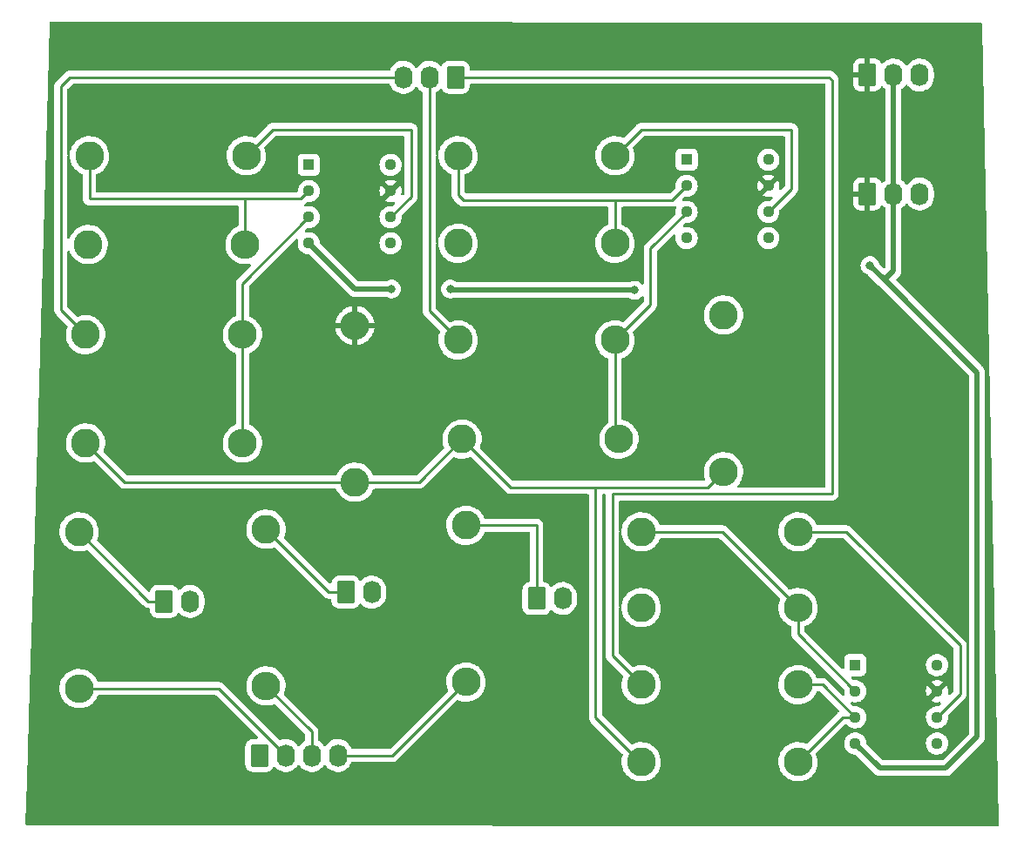
<source format=gbr>
%TF.GenerationSoftware,KiCad,Pcbnew,(6.0.1)*%
%TF.CreationDate,2022-04-20T22:23:46-05:00*%
%TF.ProjectId,voltage_adder_board,766f6c74-6167-4655-9f61-646465725f62,rev?*%
%TF.SameCoordinates,Original*%
%TF.FileFunction,Copper,L1,Top*%
%TF.FilePolarity,Positive*%
%FSLAX46Y46*%
G04 Gerber Fmt 4.6, Leading zero omitted, Abs format (unit mm)*
G04 Created by KiCad (PCBNEW (6.0.1)) date 2022-04-20 22:23:46*
%MOMM*%
%LPD*%
G01*
G04 APERTURE LIST*
G04 Aperture macros list*
%AMRoundRect*
0 Rectangle with rounded corners*
0 $1 Rounding radius*
0 $2 $3 $4 $5 $6 $7 $8 $9 X,Y pos of 4 corners*
0 Add a 4 corners polygon primitive as box body*
4,1,4,$2,$3,$4,$5,$6,$7,$8,$9,$2,$3,0*
0 Add four circle primitives for the rounded corners*
1,1,$1+$1,$2,$3*
1,1,$1+$1,$4,$5*
1,1,$1+$1,$6,$7*
1,1,$1+$1,$8,$9*
0 Add four rect primitives between the rounded corners*
20,1,$1+$1,$2,$3,$4,$5,0*
20,1,$1+$1,$4,$5,$6,$7,0*
20,1,$1+$1,$6,$7,$8,$9,0*
20,1,$1+$1,$8,$9,$2,$3,0*%
G04 Aperture macros list end*
%TA.AperFunction,ComponentPad*%
%ADD10C,2.800000*%
%TD*%
%TA.AperFunction,ComponentPad*%
%ADD11O,2.800000X2.800000*%
%TD*%
%TA.AperFunction,ComponentPad*%
%ADD12RoundRect,0.250000X-0.620000X-0.845000X0.620000X-0.845000X0.620000X0.845000X-0.620000X0.845000X0*%
%TD*%
%TA.AperFunction,ComponentPad*%
%ADD13O,1.740000X2.190000*%
%TD*%
%TA.AperFunction,ComponentPad*%
%ADD14R,1.130000X1.130000*%
%TD*%
%TA.AperFunction,ComponentPad*%
%ADD15C,1.130000*%
%TD*%
%TA.AperFunction,ComponentPad*%
%ADD16RoundRect,0.250000X0.620000X0.845000X-0.620000X0.845000X-0.620000X-0.845000X0.620000X-0.845000X0*%
%TD*%
%TA.AperFunction,ViaPad*%
%ADD17C,0.800000*%
%TD*%
%TA.AperFunction,Conductor*%
%ADD18C,0.254000*%
%TD*%
%TA.AperFunction,Conductor*%
%ADD19C,0.508000*%
%TD*%
G04 APERTURE END LIST*
D10*
%TO.P,R4,1*%
%TO.N,GND*%
X69088000Y-67310000D03*
D11*
%TO.P,R4,2*%
%TO.N,Net-(R4-Pad2)*%
X84328000Y-67310000D03*
%TD*%
D10*
%TO.P,R5,1*%
%TO.N,Net-(J3-Pad1)*%
X86360000Y-94996000D03*
D11*
%TO.P,R5,2*%
%TO.N,Net-(J2-Pad3)*%
X86360000Y-110236000D03*
%TD*%
D12*
%TO.P,J7,1,Pin_1*%
%TO.N,+5V*%
X144780000Y-50820000D03*
D13*
%TO.P,J7,2,Pin_2*%
%TO.N,-5V*%
X147320000Y-50820000D03*
%TO.P,J7,3,Pin_3*%
%TO.N,GND*%
X149860000Y-50820000D03*
%TD*%
D10*
%TO.P,R17,1*%
%TO.N,Net-(R16-Pad2)*%
X122809000Y-95250000D03*
D11*
%TO.P,R17,2*%
%TO.N,Net-(R17-Pad2)*%
X138049000Y-95250000D03*
%TD*%
D12*
%TO.P,J4,1,Pin_1*%
%TO.N,Net-(J4-Pad1)*%
X112649000Y-101727000D03*
D13*
%TO.P,J4,2,Pin_2*%
%TO.N,GND*%
X115189000Y-101727000D03*
%TD*%
D12*
%TO.P,J6,1,Pin_1*%
%TO.N,+5V*%
X144780000Y-62376990D03*
D13*
%TO.P,J6,2,Pin_2*%
%TO.N,-5V*%
X147320000Y-62376990D03*
%TO.P,J6,3,Pin_3*%
%TO.N,GND*%
X149860000Y-62376990D03*
%TD*%
D12*
%TO.P,J3,1,Pin_1*%
%TO.N,Net-(J3-Pad1)*%
X94107000Y-101111990D03*
D13*
%TO.P,J3,2,Pin_2*%
%TO.N,GND*%
X96647000Y-101111990D03*
%TD*%
D10*
%TO.P,R6,1*%
%TO.N,Net-(R4-Pad2)*%
X69215000Y-58674000D03*
D11*
%TO.P,R6,2*%
%TO.N,Net-(R6-Pad2)*%
X84455000Y-58674000D03*
%TD*%
D10*
%TO.P,R8,1*%
%TO.N,Net-(J5-Pad2)*%
X105029000Y-76581000D03*
D11*
%TO.P,R8,2*%
%TO.N,Net-(R8-Pad2)*%
X120269000Y-76581000D03*
%TD*%
D10*
%TO.P,R16,1*%
%TO.N,GND*%
X122809000Y-102616000D03*
D11*
%TO.P,R16,2*%
%TO.N,Net-(R16-Pad2)*%
X138049000Y-102616000D03*
%TD*%
D14*
%TO.P,U1,1,OFFSET_N1*%
%TO.N,unconnected-(U1-Pad1)*%
X90518000Y-59563000D03*
D15*
%TO.P,U1,2,IN-*%
%TO.N,Net-(R4-Pad2)*%
X90518000Y-62103000D03*
%TO.P,U1,3,IN+*%
%TO.N,Net-(R1-Pad2)*%
X90518000Y-64643000D03*
%TO.P,U1,4,VCC-*%
%TO.N,-5V*%
X90518000Y-67183000D03*
%TO.P,U1,5,OFFSET_N2*%
%TO.N,unconnected-(U1-Pad5)*%
X98458000Y-67183000D03*
%TO.P,U1,6,OUT*%
%TO.N,Net-(R6-Pad2)*%
X98458000Y-64643000D03*
%TO.P,U1,7,VCC+*%
%TO.N,+5V*%
X98458000Y-62103000D03*
%TO.P,U1,8*%
%TO.N,N/C*%
X98458000Y-59563000D03*
%TD*%
D14*
%TO.P,U3,1,OFFSET_N1*%
%TO.N,unconnected-(U3-Pad1)*%
X143604000Y-108204000D03*
D15*
%TO.P,U3,2,IN-*%
%TO.N,Net-(R16-Pad2)*%
X143604000Y-110744000D03*
%TO.P,U3,3,IN+*%
%TO.N,Net-(R14-Pad2)*%
X143604000Y-113284000D03*
%TO.P,U3,4,VCC-*%
%TO.N,-5V*%
X143604000Y-115824000D03*
%TO.P,U3,5,OFFSET_N2*%
%TO.N,unconnected-(U3-Pad5)*%
X151544000Y-115824000D03*
%TO.P,U3,6,OUT*%
%TO.N,Net-(R17-Pad2)*%
X151544000Y-113284000D03*
%TO.P,U3,7,VCC+*%
%TO.N,+5V*%
X151544000Y-110744000D03*
%TO.P,U3,8*%
%TO.N,N/C*%
X151544000Y-108204000D03*
%TD*%
D12*
%TO.P,J1,1,Pin_1*%
%TO.N,Net-(J1-Pad1)*%
X76454000Y-102000990D03*
D13*
%TO.P,J1,2,Pin_2*%
%TO.N,GND*%
X78994000Y-102000990D03*
%TD*%
D16*
%TO.P,J5,1,Pin_1*%
%TO.N,Net-(J5-Pad1)*%
X104775000Y-51034000D03*
D13*
%TO.P,J5,2,Pin_2*%
%TO.N,Net-(J5-Pad2)*%
X102235000Y-51034000D03*
%TO.P,J5,3,Pin_3*%
%TO.N,Net-(J5-Pad3)*%
X99695000Y-51034000D03*
%TD*%
D10*
%TO.P,R12,1*%
%TO.N,GND*%
X105029000Y-67183000D03*
D11*
%TO.P,R12,2*%
%TO.N,Net-(R12-Pad2)*%
X120269000Y-67183000D03*
%TD*%
D10*
%TO.P,R11,1*%
%TO.N,GND*%
X130810000Y-74168000D03*
D11*
%TO.P,R11,2*%
%TO.N,Net-(R10-Pad1)*%
X130810000Y-89408000D03*
%TD*%
D14*
%TO.P,U2,1,OFFSET_N1*%
%TO.N,unconnected-(U2-Pad1)*%
X127221000Y-59055000D03*
D15*
%TO.P,U2,2,IN-*%
%TO.N,Net-(R12-Pad2)*%
X127221000Y-61595000D03*
%TO.P,U2,3,IN+*%
%TO.N,Net-(R8-Pad2)*%
X127221000Y-64135000D03*
%TO.P,U2,4,VCC-*%
%TO.N,-5V*%
X127221000Y-66675000D03*
%TO.P,U2,5,OFFSET_N2*%
%TO.N,unconnected-(U2-Pad5)*%
X135161000Y-66675000D03*
%TO.P,U2,6,OUT*%
%TO.N,Net-(R13-Pad2)*%
X135161000Y-64135000D03*
%TO.P,U2,7,VCC+*%
%TO.N,+5V*%
X135161000Y-61595000D03*
%TO.P,U2,8*%
%TO.N,N/C*%
X135161000Y-59055000D03*
%TD*%
D10*
%TO.P,R15,1*%
%TO.N,Net-(R10-Pad1)*%
X122809000Y-117602000D03*
D11*
%TO.P,R15,2*%
%TO.N,Net-(R14-Pad2)*%
X138049000Y-117602000D03*
%TD*%
D10*
%TO.P,R14,1*%
%TO.N,Net-(J5-Pad1)*%
X122809000Y-110109000D03*
D11*
%TO.P,R14,2*%
%TO.N,Net-(R14-Pad2)*%
X138049000Y-110109000D03*
%TD*%
D10*
%TO.P,R3,1*%
%TO.N,Net-(J1-Pad1)*%
X68199000Y-95250000D03*
D11*
%TO.P,R3,2*%
%TO.N,Net-(J2-Pad2)*%
X68199000Y-110490000D03*
%TD*%
D12*
%TO.P,J2,1,Pin_1*%
%TO.N,GND*%
X85725000Y-116987000D03*
D13*
%TO.P,J2,2,Pin_2*%
%TO.N,Net-(J2-Pad2)*%
X88265000Y-116987000D03*
%TO.P,J2,3,Pin_3*%
%TO.N,Net-(J2-Pad3)*%
X90805000Y-116987000D03*
%TO.P,J2,4,Pin_4*%
%TO.N,Net-(J2-Pad4)*%
X93345000Y-116987000D03*
%TD*%
D10*
%TO.P,R2,1*%
%TO.N,Net-(R10-Pad1)*%
X68834000Y-86614000D03*
D11*
%TO.P,R2,2*%
%TO.N,Net-(R1-Pad2)*%
X84074000Y-86614000D03*
%TD*%
D10*
%TO.P,R1,1*%
%TO.N,Net-(J5-Pad3)*%
X68834000Y-76073000D03*
D11*
%TO.P,R1,2*%
%TO.N,Net-(R1-Pad2)*%
X84074000Y-76073000D03*
%TD*%
D10*
%TO.P,R10,1*%
%TO.N,Net-(R10-Pad1)*%
X94996000Y-90424000D03*
D11*
%TO.P,R10,2*%
%TO.N,+5V*%
X94996000Y-75184000D03*
%TD*%
D10*
%TO.P,R9,1*%
%TO.N,Net-(R10-Pad1)*%
X105410000Y-86233000D03*
D11*
%TO.P,R9,2*%
%TO.N,Net-(R8-Pad2)*%
X120650000Y-86233000D03*
%TD*%
D10*
%TO.P,R13,1*%
%TO.N,Net-(R12-Pad2)*%
X105029000Y-58674000D03*
D11*
%TO.P,R13,2*%
%TO.N,Net-(R13-Pad2)*%
X120269000Y-58674000D03*
%TD*%
D10*
%TO.P,R7,1*%
%TO.N,Net-(J4-Pad1)*%
X105791000Y-94615000D03*
D11*
%TO.P,R7,2*%
%TO.N,Net-(J2-Pad4)*%
X105791000Y-109855000D03*
%TD*%
D17*
%TO.N,-5V*%
X145034000Y-69342000D03*
X98552000Y-71628000D03*
X122174000Y-71755000D03*
X104267000Y-71628000D03*
%TD*%
D18*
%TO.N,Net-(J1-Pad1)*%
X74950000Y-102001000D02*
X76454000Y-102001000D01*
X68199000Y-95250000D02*
X74950000Y-102001000D01*
%TO.N,Net-(J2-Pad2)*%
X81768000Y-110490000D02*
X68199000Y-110490000D01*
X88265000Y-116987000D02*
X81768000Y-110490000D01*
%TO.N,Net-(J3-Pad1)*%
X86360000Y-94996000D02*
X92476000Y-101112000D01*
X92476000Y-101112000D02*
X94107000Y-101112000D01*
%TO.N,Net-(J4-Pad1)*%
X112649000Y-94615000D02*
X112649000Y-101727000D01*
X105791000Y-94615000D02*
X112649000Y-94615000D01*
%TO.N,Net-(J5-Pad1)*%
X120015000Y-91567000D02*
X141351000Y-91567000D01*
X141077000Y-51034000D02*
X141351000Y-51308000D01*
X104775000Y-51034000D02*
X141077000Y-51034000D01*
X120015000Y-91567000D02*
X120015000Y-107315000D01*
X120015000Y-107315000D02*
X122809000Y-110109000D01*
X141351000Y-91567000D02*
X141351000Y-51308000D01*
%TO.N,Net-(J5-Pad2)*%
X102235000Y-73787000D02*
X105029000Y-76581000D01*
X102235000Y-73152000D02*
X102235000Y-73787000D01*
X102235000Y-51034000D02*
X102235000Y-73170040D01*
%TO.N,Net-(J5-Pad3)*%
X66421000Y-73660000D02*
X66421000Y-51943000D01*
X66421000Y-51943000D02*
X67330000Y-51034000D01*
X68834000Y-76073000D02*
X66421000Y-73660000D01*
X67330000Y-51034000D02*
X99695000Y-51034000D01*
%TO.N,Net-(R1-Pad2)*%
X84074000Y-76073000D02*
X84074000Y-71087000D01*
X84074000Y-71087000D02*
X90518000Y-64643000D01*
X84074000Y-76073000D02*
X84074000Y-86614000D01*
%TO.N,Net-(R10-Pad1)*%
X68834000Y-86614000D02*
X72644000Y-90424000D01*
X72644000Y-90424000D02*
X94996000Y-90424000D01*
X122675626Y-117602000D02*
X122809000Y-117602000D01*
X118364000Y-90932000D02*
X118364000Y-113290374D01*
X105410000Y-86233000D02*
X110109000Y-90932000D01*
X118364000Y-113290374D02*
X122675626Y-117602000D01*
X101219000Y-90424000D02*
X105410000Y-86233000D01*
X118364000Y-90932000D02*
X118999000Y-90932000D01*
X118999000Y-90932000D02*
X129286000Y-90932000D01*
X129286000Y-90932000D02*
X130810000Y-89408000D01*
X94996000Y-90424000D02*
X101219000Y-90424000D01*
X110109000Y-90932000D02*
X118364000Y-90932000D01*
%TO.N,Net-(R4-Pad2)*%
X69215000Y-58674000D02*
X69215000Y-62865000D01*
X84328000Y-62865000D02*
X84328000Y-67310000D01*
X84328000Y-62865000D02*
X89756000Y-62865000D01*
X89756000Y-62865000D02*
X90518000Y-62103000D01*
X69215000Y-62865000D02*
X84328000Y-62865000D01*
%TO.N,Net-(R6-Pad2)*%
X98458000Y-64643000D02*
X100457000Y-62644000D01*
X100457000Y-56134000D02*
X86995000Y-56134000D01*
X86995000Y-56134000D02*
X84455000Y-58674000D01*
X100457000Y-62644000D02*
X100457000Y-56134000D01*
%TO.N,Net-(R8-Pad2)*%
X120269000Y-76581000D02*
X123698000Y-73152000D01*
X120269000Y-85852000D02*
X120650000Y-86233000D01*
X120269000Y-76581000D02*
X120269000Y-85852000D01*
X123698000Y-67691000D02*
X127221000Y-64168000D01*
X123698000Y-73152000D02*
X123698000Y-67691000D01*
X127221000Y-64168000D02*
X127221000Y-64135000D01*
%TO.N,Net-(R12-Pad2)*%
X125824000Y-62992000D02*
X127221000Y-61595000D01*
X120269000Y-62992000D02*
X125824000Y-62992000D01*
X105029000Y-58674000D02*
X105029000Y-62484000D01*
X105029000Y-62484000D02*
X105537000Y-62992000D01*
X105537000Y-62992000D02*
X120269000Y-62992000D01*
X120269000Y-62992000D02*
X120269000Y-67183000D01*
%TO.N,Net-(R13-Pad2)*%
X122809000Y-56134000D02*
X137414000Y-56134000D01*
X137414000Y-56134000D02*
X137414000Y-61882000D01*
X137414000Y-61882000D02*
X135161000Y-64135000D01*
X120269000Y-58674000D02*
X122809000Y-56134000D01*
%TO.N,Net-(R14-Pad2)*%
X138049000Y-110109000D02*
X140429000Y-110109000D01*
X140429000Y-110109000D02*
X143604000Y-113284000D01*
X138049000Y-117602000D02*
X142367000Y-113284000D01*
X142367000Y-113284000D02*
X143604000Y-113284000D01*
%TO.N,Net-(R16-Pad2)*%
X130683000Y-95250000D02*
X138049000Y-102616000D01*
X122809000Y-95250000D02*
X130683000Y-95250000D01*
X138049000Y-105189000D02*
X143604000Y-110744000D01*
X138049000Y-102616000D02*
X138049000Y-105189000D01*
%TO.N,Net-(R17-Pad2)*%
X153797000Y-106299000D02*
X142748000Y-95250000D01*
X151544000Y-113284000D02*
X151511000Y-113284000D01*
X142748000Y-95250000D02*
X138049000Y-95250000D01*
X151511000Y-113284000D02*
X153797000Y-110998000D01*
X153797000Y-110998000D02*
X153797000Y-106299000D01*
D19*
%TO.N,-5V*%
X122174000Y-71722000D02*
X122174000Y-71755000D01*
X98552000Y-71628000D02*
X94963000Y-71628000D01*
X146431000Y-70739000D02*
X145034000Y-69342000D01*
X155448000Y-115189000D02*
X155448000Y-79756000D01*
X104394000Y-71755000D02*
X104267000Y-71628000D01*
X122174000Y-71755000D02*
X104394000Y-71755000D01*
X152400000Y-118237000D02*
X155448000Y-115189000D01*
X146017000Y-118237000D02*
X152400000Y-118237000D01*
X143604000Y-115824000D02*
X146017000Y-118237000D01*
X155448000Y-79756000D02*
X146431000Y-70739000D01*
X94963000Y-71628000D02*
X90518000Y-67183000D01*
X147320000Y-69850000D02*
X146431000Y-70739000D01*
X147320000Y-62377000D02*
X147320000Y-69850000D01*
X147320000Y-50820000D02*
X147320000Y-62376990D01*
D18*
%TO.N,Net-(J2-Pad3)*%
X90805000Y-114681000D02*
X86360000Y-110236000D01*
X90805000Y-116987000D02*
X90805000Y-114681000D01*
%TO.N,Net-(J2-Pad4)*%
X98659000Y-116987000D02*
X105791000Y-109855000D01*
X93345000Y-116987000D02*
X98659000Y-116987000D01*
%TD*%
%TA.AperFunction,Conductor*%
%TO.N,+5V*%
G36*
X65522953Y-45605424D02*
G01*
X65522948Y-45608372D01*
X65536496Y-45608394D01*
X65536497Y-45608394D01*
X155836832Y-45754278D01*
X155904920Y-45774390D01*
X155951326Y-45828121D01*
X155962603Y-45877776D01*
X156840702Y-90130624D01*
X157508251Y-123772586D01*
X157489605Y-123841090D01*
X157436882Y-123888639D01*
X157382081Y-123901086D01*
X154267678Y-123896271D01*
X63139254Y-123755380D01*
X63071164Y-123735272D01*
X63024755Y-123681545D01*
X63013506Y-123625581D01*
X63137764Y-119506151D01*
X63411539Y-110429899D01*
X66286569Y-110429899D01*
X66286744Y-110434351D01*
X66296334Y-110678422D01*
X66297180Y-110699963D01*
X66345737Y-110965837D01*
X66353783Y-110989955D01*
X66418234Y-111183136D01*
X66431272Y-111222217D01*
X66436987Y-111233654D01*
X66540238Y-111440291D01*
X66552078Y-111463987D01*
X66574880Y-111496979D01*
X66697522Y-111674427D01*
X66705744Y-111686324D01*
X66773065Y-111759151D01*
X66829679Y-111820395D01*
X66889205Y-111884790D01*
X66892659Y-111887602D01*
X66892660Y-111887603D01*
X66932892Y-111920357D01*
X67098799Y-112055427D01*
X67102617Y-112057726D01*
X67102619Y-112057727D01*
X67240915Y-112140988D01*
X67330346Y-112194830D01*
X67334441Y-112196564D01*
X67334443Y-112196565D01*
X67575124Y-112298480D01*
X67575131Y-112298482D01*
X67579225Y-112300216D01*
X67630744Y-112313876D01*
X67836172Y-112368345D01*
X67836177Y-112368346D01*
X67840469Y-112369484D01*
X67844878Y-112370006D01*
X67844884Y-112370007D01*
X67994210Y-112387680D01*
X68108868Y-112401251D01*
X68379064Y-112394883D01*
X68383459Y-112394151D01*
X68383464Y-112394151D01*
X68641267Y-112351241D01*
X68641271Y-112351240D01*
X68645669Y-112350508D01*
X68813959Y-112297285D01*
X68899114Y-112270354D01*
X68899116Y-112270353D01*
X68903360Y-112269011D01*
X68907371Y-112267085D01*
X68907376Y-112267083D01*
X69142979Y-112153948D01*
X69142980Y-112153947D01*
X69146998Y-112152018D01*
X69295768Y-112052613D01*
X69368013Y-112004341D01*
X69368017Y-112004338D01*
X69371721Y-112001863D01*
X69375038Y-111998892D01*
X69375042Y-111998889D01*
X69569729Y-111824512D01*
X69573045Y-111821542D01*
X69746953Y-111614654D01*
X69806641Y-111518948D01*
X69887614Y-111389111D01*
X69887615Y-111389109D01*
X69889975Y-111385325D01*
X69894758Y-111374506D01*
X69971663Y-111200552D01*
X70017501Y-111146336D01*
X70086903Y-111125500D01*
X81452578Y-111125500D01*
X81520699Y-111145502D01*
X81541673Y-111162405D01*
X85547672Y-115168405D01*
X85581698Y-115230717D01*
X85576633Y-115301533D01*
X85534086Y-115358368D01*
X85467566Y-115383179D01*
X85458577Y-115383500D01*
X85054600Y-115383500D01*
X85051354Y-115383837D01*
X85051350Y-115383837D01*
X84955692Y-115393762D01*
X84955688Y-115393763D01*
X84948834Y-115394474D01*
X84942298Y-115396655D01*
X84942296Y-115396655D01*
X84895187Y-115412372D01*
X84781054Y-115450450D01*
X84630652Y-115543522D01*
X84505695Y-115668697D01*
X84501855Y-115674927D01*
X84501854Y-115674928D01*
X84443825Y-115769069D01*
X84412885Y-115819262D01*
X84357203Y-115987139D01*
X84356503Y-115993975D01*
X84356502Y-115993978D01*
X84353472Y-116023550D01*
X84346500Y-116091600D01*
X84346500Y-117882400D01*
X84346837Y-117885646D01*
X84346837Y-117885650D01*
X84353561Y-117950450D01*
X84357474Y-117988166D01*
X84359655Y-117994702D01*
X84359655Y-117994704D01*
X84385929Y-118073457D01*
X84413450Y-118155946D01*
X84506522Y-118306348D01*
X84631697Y-118431305D01*
X84637927Y-118435145D01*
X84637928Y-118435146D01*
X84775090Y-118519694D01*
X84782262Y-118524115D01*
X84824815Y-118538229D01*
X84943611Y-118577632D01*
X84943613Y-118577632D01*
X84950139Y-118579797D01*
X84956975Y-118580497D01*
X84956978Y-118580498D01*
X85000031Y-118584909D01*
X85054600Y-118590500D01*
X86395400Y-118590500D01*
X86398646Y-118590163D01*
X86398650Y-118590163D01*
X86494308Y-118580238D01*
X86494312Y-118580237D01*
X86501166Y-118579526D01*
X86507702Y-118577345D01*
X86507704Y-118577345D01*
X86639806Y-118533272D01*
X86668946Y-118523550D01*
X86819348Y-118430478D01*
X86944305Y-118305303D01*
X86978313Y-118250133D01*
X87037115Y-118154738D01*
X87039262Y-118156062D01*
X87078312Y-118111710D01*
X87146589Y-118092248D01*
X87214549Y-118112788D01*
X87236761Y-118131272D01*
X87344590Y-118244306D01*
X87344602Y-118244316D01*
X87348276Y-118248168D01*
X87535965Y-118387813D01*
X87540716Y-118390229D01*
X87540720Y-118390231D01*
X87655197Y-118448434D01*
X87744500Y-118493838D01*
X87967917Y-118563210D01*
X87973204Y-118563911D01*
X87973205Y-118563911D01*
X88194545Y-118593248D01*
X88194549Y-118593248D01*
X88199829Y-118593948D01*
X88205158Y-118593748D01*
X88205160Y-118593748D01*
X88316717Y-118589560D01*
X88433604Y-118585172D01*
X88545813Y-118561628D01*
X88657332Y-118538229D01*
X88657335Y-118538228D01*
X88662559Y-118537132D01*
X88880146Y-118451203D01*
X89072933Y-118334217D01*
X89075583Y-118332609D01*
X89075586Y-118332607D01*
X89080144Y-118329841D01*
X89256834Y-118176517D01*
X89405165Y-117995614D01*
X89407801Y-117990984D01*
X89407804Y-117990979D01*
X89426301Y-117958484D01*
X89477384Y-117909178D01*
X89547015Y-117895317D01*
X89613085Y-117921301D01*
X89640323Y-117950450D01*
X89726798Y-118078896D01*
X89888276Y-118248168D01*
X90075965Y-118387813D01*
X90080716Y-118390229D01*
X90080720Y-118390231D01*
X90195197Y-118448434D01*
X90284500Y-118493838D01*
X90507917Y-118563210D01*
X90513204Y-118563911D01*
X90513205Y-118563911D01*
X90734545Y-118593248D01*
X90734549Y-118593248D01*
X90739829Y-118593948D01*
X90745158Y-118593748D01*
X90745160Y-118593748D01*
X90856717Y-118589560D01*
X90973604Y-118585172D01*
X91085813Y-118561628D01*
X91197332Y-118538229D01*
X91197335Y-118538228D01*
X91202559Y-118537132D01*
X91420146Y-118451203D01*
X91612933Y-118334217D01*
X91615583Y-118332609D01*
X91615586Y-118332607D01*
X91620144Y-118329841D01*
X91796834Y-118176517D01*
X91945165Y-117995614D01*
X91947801Y-117990984D01*
X91947804Y-117990979D01*
X91966301Y-117958484D01*
X92017384Y-117909178D01*
X92087015Y-117895317D01*
X92153085Y-117921301D01*
X92180323Y-117950450D01*
X92266798Y-118078896D01*
X92428276Y-118248168D01*
X92615965Y-118387813D01*
X92620716Y-118390229D01*
X92620720Y-118390231D01*
X92735197Y-118448434D01*
X92824500Y-118493838D01*
X93047917Y-118563210D01*
X93053204Y-118563911D01*
X93053205Y-118563911D01*
X93274545Y-118593248D01*
X93274549Y-118593248D01*
X93279829Y-118593948D01*
X93285158Y-118593748D01*
X93285160Y-118593748D01*
X93396717Y-118589560D01*
X93513604Y-118585172D01*
X93625813Y-118561628D01*
X93737332Y-118538229D01*
X93737335Y-118538228D01*
X93742559Y-118537132D01*
X93960146Y-118451203D01*
X94152933Y-118334217D01*
X94155583Y-118332609D01*
X94155586Y-118332607D01*
X94160144Y-118329841D01*
X94336834Y-118176517D01*
X94485165Y-117995614D01*
X94589706Y-117811963D01*
X94598255Y-117796945D01*
X94598256Y-117796943D01*
X94600896Y-117792305D01*
X94632402Y-117705508D01*
X94674445Y-117648301D01*
X94740744Y-117622905D01*
X94750840Y-117622500D01*
X98579980Y-117622500D01*
X98591214Y-117623030D01*
X98598719Y-117624708D01*
X98667012Y-117622562D01*
X98670969Y-117622500D01*
X98698983Y-117622500D01*
X98702908Y-117622004D01*
X98702909Y-117622004D01*
X98703004Y-117621992D01*
X98714849Y-117621059D01*
X98744670Y-117620122D01*
X98751282Y-117619914D01*
X98751283Y-117619914D01*
X98759205Y-117619665D01*
X98778749Y-117613987D01*
X98798112Y-117609977D01*
X98810440Y-117608420D01*
X98810442Y-117608420D01*
X98818299Y-117607427D01*
X98825663Y-117604511D01*
X98825668Y-117604510D01*
X98859556Y-117591093D01*
X98870785Y-117587248D01*
X98887465Y-117582402D01*
X98913393Y-117574869D01*
X98920220Y-117570831D01*
X98920223Y-117570830D01*
X98930906Y-117564512D01*
X98948664Y-117555812D01*
X98960215Y-117551239D01*
X98960221Y-117551235D01*
X98967588Y-117548319D01*
X98976425Y-117541899D01*
X99003488Y-117522236D01*
X99013410Y-117515719D01*
X99044768Y-117497174D01*
X99044772Y-117497171D01*
X99051598Y-117493134D01*
X99065982Y-117478750D01*
X99081016Y-117465909D01*
X99091073Y-117458602D01*
X99097487Y-117453942D01*
X99125778Y-117419744D01*
X99133767Y-117410965D01*
X104906254Y-111638479D01*
X104968566Y-111604453D01*
X105044479Y-111611547D01*
X105167119Y-111663478D01*
X105167127Y-111663481D01*
X105171225Y-111665216D01*
X105250834Y-111686324D01*
X105428172Y-111733345D01*
X105428177Y-111733346D01*
X105432469Y-111734484D01*
X105436878Y-111735006D01*
X105436884Y-111735007D01*
X105586210Y-111752680D01*
X105700868Y-111766251D01*
X105971064Y-111759883D01*
X105975459Y-111759151D01*
X105975464Y-111759151D01*
X106233267Y-111716241D01*
X106233271Y-111716240D01*
X106237669Y-111715508D01*
X106448876Y-111648712D01*
X106491114Y-111635354D01*
X106491116Y-111635353D01*
X106495360Y-111634011D01*
X106499371Y-111632085D01*
X106499376Y-111632083D01*
X106734979Y-111518948D01*
X106734980Y-111518947D01*
X106738998Y-111517018D01*
X106890353Y-111415886D01*
X106960013Y-111369341D01*
X106960017Y-111369338D01*
X106963721Y-111366863D01*
X106967038Y-111363892D01*
X106967042Y-111363889D01*
X107161729Y-111189512D01*
X107165045Y-111186542D01*
X107338953Y-110979654D01*
X107344937Y-110970060D01*
X107479614Y-110754111D01*
X107479615Y-110754109D01*
X107481975Y-110750325D01*
X107497124Y-110716060D01*
X107530020Y-110641649D01*
X107591258Y-110503133D01*
X107664620Y-110243008D01*
X107687946Y-110069343D01*
X107700172Y-109978324D01*
X107700173Y-109978316D01*
X107700599Y-109975142D01*
X107702464Y-109915807D01*
X107704274Y-109858222D01*
X107704274Y-109858217D01*
X107704375Y-109855000D01*
X107699125Y-109780842D01*
X107685602Y-109589852D01*
X107685287Y-109585403D01*
X107628402Y-109321185D01*
X107621558Y-109302632D01*
X107536397Y-109071796D01*
X107534856Y-109067619D01*
X107522677Y-109045047D01*
X107408629Y-108833678D01*
X107408629Y-108833677D01*
X107406516Y-108829762D01*
X107245942Y-108612362D01*
X107238282Y-108604580D01*
X107111241Y-108475528D01*
X107056338Y-108419756D01*
X106928573Y-108322249D01*
X106845028Y-108258489D01*
X106845024Y-108258487D01*
X106841487Y-108255787D01*
X106605675Y-108123727D01*
X106353609Y-108026210D01*
X106349284Y-108025207D01*
X106349279Y-108025206D01*
X106243748Y-108000746D01*
X106090318Y-107965182D01*
X105821054Y-107941861D01*
X105816619Y-107942105D01*
X105816615Y-107942105D01*
X105555634Y-107956468D01*
X105555627Y-107956469D01*
X105551191Y-107956713D01*
X105419622Y-107982883D01*
X105290484Y-108008570D01*
X105290479Y-108008571D01*
X105286112Y-108009440D01*
X105281909Y-108010916D01*
X105035315Y-108097513D01*
X105035312Y-108097514D01*
X105031107Y-108098991D01*
X105027154Y-108101044D01*
X105027148Y-108101047D01*
X104983488Y-108123727D01*
X104791264Y-108223580D01*
X104787649Y-108226163D01*
X104787643Y-108226167D01*
X104574990Y-108378131D01*
X104574986Y-108378134D01*
X104571369Y-108380719D01*
X104562091Y-108389570D01*
X104433239Y-108512489D01*
X104375808Y-108567275D01*
X104289358Y-108676937D01*
X104220100Y-108764791D01*
X104208485Y-108779524D01*
X104206253Y-108783366D01*
X104206250Y-108783371D01*
X104074974Y-109009377D01*
X104074971Y-109009384D01*
X104072736Y-109013231D01*
X104071062Y-109017364D01*
X103979193Y-109244180D01*
X103971272Y-109263735D01*
X103970201Y-109268048D01*
X103970199Y-109268053D01*
X103907189Y-109521714D01*
X103906116Y-109526035D01*
X103905662Y-109530463D01*
X103905662Y-109530465D01*
X103888425Y-109698701D01*
X103878569Y-109794899D01*
X103880207Y-109836600D01*
X103887698Y-110027235D01*
X103889180Y-110064963D01*
X103910316Y-110180695D01*
X103919829Y-110232779D01*
X103937737Y-110330837D01*
X104023272Y-110587217D01*
X104025261Y-110591197D01*
X104028265Y-110597209D01*
X104040819Y-110667086D01*
X104013602Y-110732659D01*
X104004646Y-110742621D01*
X98432672Y-116314595D01*
X98370360Y-116348621D01*
X98343577Y-116351500D01*
X94753459Y-116351500D01*
X94685338Y-116331498D01*
X94638577Y-116277251D01*
X94629472Y-116257038D01*
X94553850Y-116089163D01*
X94546795Y-116078683D01*
X94494234Y-116000612D01*
X94423202Y-115895104D01*
X94402021Y-115872900D01*
X94322979Y-115790044D01*
X94261724Y-115725832D01*
X94212550Y-115689245D01*
X94084985Y-115594334D01*
X94074035Y-115586187D01*
X94069284Y-115583771D01*
X94069280Y-115583769D01*
X93870256Y-115482580D01*
X93870255Y-115482580D01*
X93865500Y-115480162D01*
X93642083Y-115410790D01*
X93636796Y-115410089D01*
X93636795Y-115410089D01*
X93415455Y-115380752D01*
X93415451Y-115380752D01*
X93410171Y-115380052D01*
X93404842Y-115380252D01*
X93404840Y-115380252D01*
X93309346Y-115383837D01*
X93176396Y-115388828D01*
X93093064Y-115406313D01*
X92952668Y-115435771D01*
X92952665Y-115435772D01*
X92947441Y-115436868D01*
X92729854Y-115522797D01*
X92702052Y-115539668D01*
X92534417Y-115641391D01*
X92534414Y-115641393D01*
X92529856Y-115644159D01*
X92353166Y-115797483D01*
X92204835Y-115978386D01*
X92202199Y-115983016D01*
X92202196Y-115983021D01*
X92183699Y-116015516D01*
X92132616Y-116064822D01*
X92062985Y-116078683D01*
X91996915Y-116052699D01*
X91969677Y-116023550D01*
X91886182Y-115899531D01*
X91883202Y-115895104D01*
X91862021Y-115872900D01*
X91782979Y-115790044D01*
X91721724Y-115725832D01*
X91672550Y-115689245D01*
X91544985Y-115594334D01*
X91534035Y-115586187D01*
X91529283Y-115583771D01*
X91529275Y-115583766D01*
X91509394Y-115573658D01*
X91457737Y-115524954D01*
X91440500Y-115461342D01*
X91440500Y-114760020D01*
X91441029Y-114748791D01*
X91442708Y-114741281D01*
X91440562Y-114673001D01*
X91440500Y-114669044D01*
X91440500Y-114641017D01*
X91439989Y-114636971D01*
X91439057Y-114625136D01*
X91437913Y-114588722D01*
X91437664Y-114580795D01*
X91431987Y-114561254D01*
X91427978Y-114541894D01*
X91426421Y-114529566D01*
X91426420Y-114529563D01*
X91425427Y-114521701D01*
X91422510Y-114514335D01*
X91422509Y-114514329D01*
X91409091Y-114480439D01*
X91405246Y-114469210D01*
X91392869Y-114426607D01*
X91388836Y-114419788D01*
X91388834Y-114419783D01*
X91382510Y-114409091D01*
X91373813Y-114391341D01*
X91366319Y-114372412D01*
X91340240Y-114336517D01*
X91333722Y-114326595D01*
X91315170Y-114295224D01*
X91315166Y-114295219D01*
X91311134Y-114288401D01*
X91296747Y-114274014D01*
X91283906Y-114258980D01*
X91276602Y-114248927D01*
X91271942Y-114242513D01*
X91237750Y-114214227D01*
X91228971Y-114206238D01*
X88143639Y-111120906D01*
X88109613Y-111058594D01*
X88114678Y-110987779D01*
X88117494Y-110980863D01*
X88158456Y-110888211D01*
X88158460Y-110888200D01*
X88160258Y-110884133D01*
X88233620Y-110624008D01*
X88243892Y-110547532D01*
X88269172Y-110359324D01*
X88269173Y-110359316D01*
X88269599Y-110356142D01*
X88270394Y-110330837D01*
X88273274Y-110239222D01*
X88273274Y-110239217D01*
X88273375Y-110236000D01*
X88270183Y-110190909D01*
X88254602Y-109970852D01*
X88254287Y-109966403D01*
X88199610Y-109712439D01*
X88198339Y-109706537D01*
X88197402Y-109702185D01*
X88194853Y-109695274D01*
X88105397Y-109452796D01*
X88103856Y-109448619D01*
X88101742Y-109444701D01*
X87977629Y-109214678D01*
X87977629Y-109214677D01*
X87975516Y-109210762D01*
X87814942Y-108993362D01*
X87788333Y-108966331D01*
X87709957Y-108886715D01*
X87625338Y-108800756D01*
X87458928Y-108673756D01*
X87414028Y-108639489D01*
X87414024Y-108639487D01*
X87410487Y-108636787D01*
X87174675Y-108504727D01*
X86922609Y-108407210D01*
X86918284Y-108406207D01*
X86918279Y-108406206D01*
X86797154Y-108378131D01*
X86659318Y-108346182D01*
X86390054Y-108322861D01*
X86385619Y-108323105D01*
X86385615Y-108323105D01*
X86124634Y-108337468D01*
X86124627Y-108337469D01*
X86120191Y-108337713D01*
X85988622Y-108363883D01*
X85859484Y-108389570D01*
X85859479Y-108389571D01*
X85855112Y-108390440D01*
X85850909Y-108391916D01*
X85604315Y-108478513D01*
X85604312Y-108478514D01*
X85600107Y-108479991D01*
X85596154Y-108482044D01*
X85596148Y-108482047D01*
X85492867Y-108535698D01*
X85360264Y-108604580D01*
X85356649Y-108607163D01*
X85356643Y-108607167D01*
X85143990Y-108759131D01*
X85143986Y-108759134D01*
X85140369Y-108761719D01*
X85069042Y-108829762D01*
X84986822Y-108908196D01*
X84944808Y-108948275D01*
X84777485Y-109160524D01*
X84775253Y-109164366D01*
X84775250Y-109164371D01*
X84643974Y-109390377D01*
X84643971Y-109390384D01*
X84641736Y-109394231D01*
X84640062Y-109398364D01*
X84559927Y-109596210D01*
X84540272Y-109644735D01*
X84539201Y-109649048D01*
X84539199Y-109649053D01*
X84476189Y-109902714D01*
X84475116Y-109907035D01*
X84474662Y-109911463D01*
X84474662Y-109911465D01*
X84464574Y-110009929D01*
X84447569Y-110175899D01*
X84447961Y-110185876D01*
X84453823Y-110335060D01*
X84458180Y-110445963D01*
X84506737Y-110711837D01*
X84536292Y-110800423D01*
X84590227Y-110962086D01*
X84592272Y-110968217D01*
X84651103Y-111085956D01*
X84708364Y-111200552D01*
X84713078Y-111209987D01*
X84715607Y-111213646D01*
X84831443Y-111381247D01*
X84866744Y-111432324D01*
X84932807Y-111503790D01*
X85041029Y-111620863D01*
X85050205Y-111630790D01*
X85053659Y-111633602D01*
X85053660Y-111633603D01*
X85093892Y-111666357D01*
X85259799Y-111801427D01*
X85263617Y-111803726D01*
X85263619Y-111803727D01*
X85477498Y-111932493D01*
X85491346Y-111940830D01*
X85495441Y-111942564D01*
X85495443Y-111942565D01*
X85736124Y-112044480D01*
X85736131Y-112044482D01*
X85740225Y-112046216D01*
X85783639Y-112057727D01*
X85997172Y-112114345D01*
X85997177Y-112114346D01*
X86001469Y-112115484D01*
X86005878Y-112116006D01*
X86005884Y-112116007D01*
X86155210Y-112133680D01*
X86269868Y-112147251D01*
X86540064Y-112140883D01*
X86544459Y-112140151D01*
X86544464Y-112140151D01*
X86802267Y-112097241D01*
X86802271Y-112097240D01*
X86806669Y-112096508D01*
X87064360Y-112015011D01*
X87068376Y-112013083D01*
X87068380Y-112013081D01*
X87102715Y-111996594D01*
X87172781Y-111985138D01*
X87237918Y-112013381D01*
X87246351Y-112021083D01*
X90132595Y-114907327D01*
X90166621Y-114969639D01*
X90169500Y-114996422D01*
X90169500Y-115464223D01*
X90149498Y-115532344D01*
X90108865Y-115571942D01*
X90017256Y-115627532D01*
X89989856Y-115644159D01*
X89813166Y-115797483D01*
X89664835Y-115978386D01*
X89662199Y-115983016D01*
X89662196Y-115983021D01*
X89643699Y-116015516D01*
X89592616Y-116064822D01*
X89522985Y-116078683D01*
X89456915Y-116052699D01*
X89429677Y-116023550D01*
X89346182Y-115899531D01*
X89343202Y-115895104D01*
X89322021Y-115872900D01*
X89242979Y-115790044D01*
X89181724Y-115725832D01*
X89132550Y-115689245D01*
X89004985Y-115594334D01*
X88994035Y-115586187D01*
X88989284Y-115583771D01*
X88989280Y-115583769D01*
X88790256Y-115482580D01*
X88790255Y-115482580D01*
X88785500Y-115480162D01*
X88562083Y-115410790D01*
X88556796Y-115410089D01*
X88556795Y-115410089D01*
X88335455Y-115380752D01*
X88335451Y-115380752D01*
X88330171Y-115380052D01*
X88324842Y-115380252D01*
X88324840Y-115380252D01*
X88229346Y-115383837D01*
X88096396Y-115388828D01*
X88013064Y-115406313D01*
X87872668Y-115435771D01*
X87872665Y-115435772D01*
X87867441Y-115436868D01*
X87800974Y-115463117D01*
X87762373Y-115478361D01*
X87691667Y-115484779D01*
X87626997Y-115450264D01*
X82273250Y-110096517D01*
X82265674Y-110088191D01*
X82261553Y-110081697D01*
X82211734Y-110034914D01*
X82208893Y-110032160D01*
X82189094Y-110012361D01*
X82185969Y-110009937D01*
X82185960Y-110009929D01*
X82185874Y-110009863D01*
X82176849Y-110002155D01*
X82150285Y-109977210D01*
X82144506Y-109971783D01*
X82126669Y-109961977D01*
X82110153Y-109951127D01*
X82094067Y-109938650D01*
X82053334Y-109921024D01*
X82042686Y-109915807D01*
X82031058Y-109909415D01*
X82003803Y-109894431D01*
X81996128Y-109892460D01*
X81996122Y-109892458D01*
X81984089Y-109889369D01*
X81965387Y-109882966D01*
X81946708Y-109874883D01*
X81912872Y-109869524D01*
X81902873Y-109867940D01*
X81891260Y-109865535D01*
X81848282Y-109854500D01*
X81827935Y-109854500D01*
X81808224Y-109852949D01*
X81795950Y-109851005D01*
X81788121Y-109849765D01*
X81780229Y-109850511D01*
X81743944Y-109853941D01*
X81732086Y-109854500D01*
X70086705Y-109854500D01*
X70018584Y-109834498D01*
X69972091Y-109780842D01*
X69968493Y-109772111D01*
X69944397Y-109706796D01*
X69942856Y-109702619D01*
X69911624Y-109644735D01*
X69816629Y-109468678D01*
X69816629Y-109468677D01*
X69814516Y-109464762D01*
X69653942Y-109247362D01*
X69629731Y-109222767D01*
X69492892Y-109083762D01*
X69464338Y-109054756D01*
X69353303Y-108970017D01*
X69253028Y-108893489D01*
X69253024Y-108893487D01*
X69249487Y-108890787D01*
X69013675Y-108758727D01*
X68761609Y-108661210D01*
X68757284Y-108660207D01*
X68757279Y-108660206D01*
X68636154Y-108632131D01*
X68498318Y-108600182D01*
X68229054Y-108576861D01*
X68224619Y-108577105D01*
X68224615Y-108577105D01*
X67963634Y-108591468D01*
X67963627Y-108591469D01*
X67959191Y-108591713D01*
X67837322Y-108615954D01*
X67698484Y-108643570D01*
X67698479Y-108643571D01*
X67694112Y-108644440D01*
X67689909Y-108645916D01*
X67443315Y-108732513D01*
X67443312Y-108732514D01*
X67439107Y-108733991D01*
X67435154Y-108736044D01*
X67435148Y-108736047D01*
X67344047Y-108783371D01*
X67199264Y-108858580D01*
X67195649Y-108861163D01*
X67195643Y-108861167D01*
X66982990Y-109013131D01*
X66982986Y-109013134D01*
X66979369Y-109015719D01*
X66898892Y-109092490D01*
X66823542Y-109164371D01*
X66783808Y-109202275D01*
X66616485Y-109414524D01*
X66614253Y-109418366D01*
X66614250Y-109418371D01*
X66482974Y-109644377D01*
X66482971Y-109644384D01*
X66480736Y-109648231D01*
X66479062Y-109652364D01*
X66383066Y-109889369D01*
X66379272Y-109898735D01*
X66378201Y-109903048D01*
X66378199Y-109903053D01*
X66326241Y-110112222D01*
X66314116Y-110161035D01*
X66313662Y-110165463D01*
X66313662Y-110165465D01*
X66296286Y-110335060D01*
X66286569Y-110429899D01*
X63411539Y-110429899D01*
X63871237Y-95189899D01*
X66286569Y-95189899D01*
X66297180Y-95459963D01*
X66345737Y-95725837D01*
X66373035Y-95807658D01*
X66418234Y-95943136D01*
X66431272Y-95982217D01*
X66552078Y-96223987D01*
X66554607Y-96227646D01*
X66689956Y-96423480D01*
X66705744Y-96446324D01*
X66889205Y-96644790D01*
X67098799Y-96815427D01*
X67102617Y-96817726D01*
X67102619Y-96817727D01*
X67240915Y-96900988D01*
X67330346Y-96954830D01*
X67334441Y-96956564D01*
X67334443Y-96956565D01*
X67575124Y-97058480D01*
X67575131Y-97058482D01*
X67579225Y-97060216D01*
X67675358Y-97085705D01*
X67836172Y-97128345D01*
X67836177Y-97128346D01*
X67840469Y-97129484D01*
X67844878Y-97130006D01*
X67844884Y-97130007D01*
X67994210Y-97147680D01*
X68108868Y-97161251D01*
X68379064Y-97154883D01*
X68383459Y-97154151D01*
X68383464Y-97154151D01*
X68641267Y-97111241D01*
X68641271Y-97111240D01*
X68645669Y-97110508D01*
X68903360Y-97029011D01*
X68907376Y-97027083D01*
X68907380Y-97027081D01*
X68941715Y-97010594D01*
X69011781Y-96999138D01*
X69076918Y-97027381D01*
X69085351Y-97035083D01*
X71816648Y-99766381D01*
X74444750Y-102394483D01*
X74452326Y-102402809D01*
X74456447Y-102409303D01*
X74462222Y-102414726D01*
X74506265Y-102456085D01*
X74509107Y-102458840D01*
X74528906Y-102478639D01*
X74532031Y-102481063D01*
X74532040Y-102481071D01*
X74532126Y-102481137D01*
X74541151Y-102488845D01*
X74573494Y-102519217D01*
X74580438Y-102523035D01*
X74580440Y-102523036D01*
X74591329Y-102529022D01*
X74607847Y-102539873D01*
X74623933Y-102552350D01*
X74664666Y-102569976D01*
X74675314Y-102575193D01*
X74714197Y-102596569D01*
X74721872Y-102598540D01*
X74721878Y-102598542D01*
X74733911Y-102601631D01*
X74752613Y-102608034D01*
X74771292Y-102616117D01*
X74798397Y-102620410D01*
X74815127Y-102623060D01*
X74826740Y-102625465D01*
X74869718Y-102636500D01*
X74890065Y-102636500D01*
X74909777Y-102638051D01*
X74929879Y-102641235D01*
X74937771Y-102640489D01*
X74945694Y-102640738D01*
X74945653Y-102642053D01*
X75007341Y-102654002D01*
X75058678Y-102703043D01*
X75075500Y-102765942D01*
X75075500Y-102896390D01*
X75075837Y-102899636D01*
X75075837Y-102899640D01*
X75085353Y-102991351D01*
X75086474Y-103002156D01*
X75088655Y-103008692D01*
X75088655Y-103008694D01*
X75109979Y-103072609D01*
X75142450Y-103169936D01*
X75235522Y-103320338D01*
X75360697Y-103445295D01*
X75366927Y-103449135D01*
X75366928Y-103449136D01*
X75504090Y-103533684D01*
X75511262Y-103538105D01*
X75553815Y-103552219D01*
X75672611Y-103591622D01*
X75672613Y-103591622D01*
X75679139Y-103593787D01*
X75685975Y-103594487D01*
X75685978Y-103594488D01*
X75729031Y-103598899D01*
X75783600Y-103604490D01*
X77124400Y-103604490D01*
X77127646Y-103604153D01*
X77127650Y-103604153D01*
X77223308Y-103594228D01*
X77223312Y-103594227D01*
X77230166Y-103593516D01*
X77236702Y-103591335D01*
X77236704Y-103591335D01*
X77368806Y-103547262D01*
X77397946Y-103537540D01*
X77548348Y-103444468D01*
X77673305Y-103319293D01*
X77725981Y-103233838D01*
X77766115Y-103168728D01*
X77768262Y-103170052D01*
X77807312Y-103125700D01*
X77875589Y-103106238D01*
X77943549Y-103126778D01*
X77965761Y-103145262D01*
X78073590Y-103258296D01*
X78073602Y-103258306D01*
X78077276Y-103262158D01*
X78264965Y-103401803D01*
X78269716Y-103404219D01*
X78269720Y-103404221D01*
X78384197Y-103462424D01*
X78473500Y-103507828D01*
X78696917Y-103577200D01*
X78702204Y-103577901D01*
X78702205Y-103577901D01*
X78923545Y-103607238D01*
X78923549Y-103607238D01*
X78928829Y-103607938D01*
X78934158Y-103607738D01*
X78934160Y-103607738D01*
X79045717Y-103603550D01*
X79162604Y-103599162D01*
X79274813Y-103575618D01*
X79386332Y-103552219D01*
X79386335Y-103552218D01*
X79391559Y-103551122D01*
X79609146Y-103465193D01*
X79718860Y-103398617D01*
X79804583Y-103346599D01*
X79804586Y-103346597D01*
X79809144Y-103343831D01*
X79985834Y-103190507D01*
X80134165Y-103009604D01*
X80212909Y-102871272D01*
X80247255Y-102810935D01*
X80247256Y-102810933D01*
X80249896Y-102806295D01*
X80329716Y-102586394D01*
X80331742Y-102575193D01*
X80345348Y-102499950D01*
X80371344Y-102356187D01*
X80371806Y-102346403D01*
X80372430Y-102333162D01*
X80372430Y-102333155D01*
X80372500Y-102331674D01*
X80372500Y-101717252D01*
X80362193Y-101595776D01*
X80358156Y-101548199D01*
X80358155Y-101548195D01*
X80357705Y-101542888D01*
X80356366Y-101537728D01*
X80300275Y-101321619D01*
X80300274Y-101321615D01*
X80298933Y-101316450D01*
X80277513Y-101268898D01*
X80205045Y-101108026D01*
X80202850Y-101103153D01*
X80172851Y-101058593D01*
X80143241Y-101014612D01*
X80072202Y-100909094D01*
X79910724Y-100739822D01*
X79893678Y-100727139D01*
X79788290Y-100648728D01*
X79723035Y-100600177D01*
X79718284Y-100597761D01*
X79718280Y-100597759D01*
X79519256Y-100496570D01*
X79519255Y-100496570D01*
X79514500Y-100494152D01*
X79291083Y-100424780D01*
X79285796Y-100424079D01*
X79285795Y-100424079D01*
X79064455Y-100394742D01*
X79064451Y-100394742D01*
X79059171Y-100394042D01*
X79053842Y-100394242D01*
X79053840Y-100394242D01*
X78958346Y-100397827D01*
X78825396Y-100402818D01*
X78767681Y-100414928D01*
X78601668Y-100449761D01*
X78601665Y-100449762D01*
X78596441Y-100450858D01*
X78378854Y-100536787D01*
X78374290Y-100539556D01*
X78374291Y-100539556D01*
X78183417Y-100655381D01*
X78183414Y-100655383D01*
X78178856Y-100658149D01*
X78002166Y-100811473D01*
X77978612Y-100840200D01*
X77971593Y-100848760D01*
X77912933Y-100888754D01*
X77841962Y-100890685D01*
X77781214Y-100853940D01*
X77766267Y-100831600D01*
X77765550Y-100832044D01*
X77695216Y-100718386D01*
X77672478Y-100681642D01*
X77547303Y-100556685D01*
X77541072Y-100552844D01*
X77402968Y-100467715D01*
X77402966Y-100467714D01*
X77396738Y-100463875D01*
X77302504Y-100432619D01*
X77235389Y-100410358D01*
X77235387Y-100410358D01*
X77228861Y-100408193D01*
X77222025Y-100407493D01*
X77222022Y-100407492D01*
X77174449Y-100402618D01*
X77124400Y-100397490D01*
X75783600Y-100397490D01*
X75780354Y-100397827D01*
X75780350Y-100397827D01*
X75684692Y-100407752D01*
X75684688Y-100407753D01*
X75677834Y-100408464D01*
X75671298Y-100410645D01*
X75671296Y-100410645D01*
X75554052Y-100449761D01*
X75510054Y-100464440D01*
X75359652Y-100557512D01*
X75234695Y-100682687D01*
X75230855Y-100688917D01*
X75230854Y-100688918D01*
X75147139Y-100824729D01*
X75141885Y-100833252D01*
X75115261Y-100913521D01*
X75091377Y-100985529D01*
X75050946Y-101043889D01*
X74985382Y-101071126D01*
X74915501Y-101058593D01*
X74882689Y-101034957D01*
X69982639Y-96134906D01*
X69948613Y-96072594D01*
X69953678Y-96001779D01*
X69956494Y-95994863D01*
X69997456Y-95902211D01*
X69997460Y-95902200D01*
X69999258Y-95898133D01*
X70004117Y-95880906D01*
X70069742Y-95648211D01*
X70072620Y-95638008D01*
X70079739Y-95585007D01*
X70108172Y-95373324D01*
X70108173Y-95373316D01*
X70108599Y-95370142D01*
X70109442Y-95343329D01*
X70112274Y-95253222D01*
X70112274Y-95253217D01*
X70112375Y-95250000D01*
X70104475Y-95138414D01*
X70093602Y-94984852D01*
X70093287Y-94980403D01*
X70083705Y-94935899D01*
X84447569Y-94935899D01*
X84449318Y-94980403D01*
X84453823Y-95095060D01*
X84458180Y-95205963D01*
X84506737Y-95471837D01*
X84592272Y-95728217D01*
X84597987Y-95739654D01*
X84708364Y-95960552D01*
X84713078Y-95969987D01*
X84715607Y-95973646D01*
X84858522Y-96180427D01*
X84866744Y-96192324D01*
X84942746Y-96274542D01*
X85038436Y-96378058D01*
X85050205Y-96390790D01*
X85053659Y-96393602D01*
X85053660Y-96393603D01*
X85093892Y-96426357D01*
X85259799Y-96561427D01*
X85491346Y-96700830D01*
X85495441Y-96702564D01*
X85495443Y-96702565D01*
X85736124Y-96804480D01*
X85736131Y-96804482D01*
X85740225Y-96806216D01*
X85783639Y-96817727D01*
X85997172Y-96874345D01*
X85997177Y-96874346D01*
X86001469Y-96875484D01*
X86005878Y-96876006D01*
X86005884Y-96876007D01*
X86155210Y-96893680D01*
X86269868Y-96907251D01*
X86540064Y-96900883D01*
X86544459Y-96900151D01*
X86544464Y-96900151D01*
X86802267Y-96857241D01*
X86802271Y-96857240D01*
X86806669Y-96856508D01*
X87064360Y-96775011D01*
X87068376Y-96773083D01*
X87068380Y-96773081D01*
X87102715Y-96756594D01*
X87172781Y-96745138D01*
X87237918Y-96773381D01*
X87246351Y-96781083D01*
X91970750Y-101505483D01*
X91978326Y-101513809D01*
X91982447Y-101520303D01*
X92001003Y-101537728D01*
X92032265Y-101567085D01*
X92035107Y-101569840D01*
X92054906Y-101589639D01*
X92058037Y-101592068D01*
X92058042Y-101592072D01*
X92058128Y-101592139D01*
X92067153Y-101599847D01*
X92093715Y-101624791D01*
X92093719Y-101624794D01*
X92099494Y-101630217D01*
X92106440Y-101634036D01*
X92106445Y-101634039D01*
X92117328Y-101640022D01*
X92133856Y-101650878D01*
X92143671Y-101658492D01*
X92143674Y-101658494D01*
X92149933Y-101663349D01*
X92157203Y-101666495D01*
X92157208Y-101666498D01*
X92190650Y-101680969D01*
X92201311Y-101686192D01*
X92233247Y-101703749D01*
X92233252Y-101703751D01*
X92240197Y-101707569D01*
X92247871Y-101709539D01*
X92247878Y-101709542D01*
X92259913Y-101712632D01*
X92278618Y-101719036D01*
X92290013Y-101723967D01*
X92297292Y-101727117D01*
X92322004Y-101731031D01*
X92341127Y-101734060D01*
X92352740Y-101736465D01*
X92395718Y-101747500D01*
X92416065Y-101747500D01*
X92435777Y-101749051D01*
X92455879Y-101752235D01*
X92463771Y-101751489D01*
X92500056Y-101748059D01*
X92511914Y-101747500D01*
X92602500Y-101747500D01*
X92670621Y-101767502D01*
X92717114Y-101821158D01*
X92728500Y-101873500D01*
X92728500Y-102007390D01*
X92728837Y-102010636D01*
X92728837Y-102010640D01*
X92736686Y-102086281D01*
X92739474Y-102113156D01*
X92741655Y-102119692D01*
X92741655Y-102119694D01*
X92769744Y-102203886D01*
X92795450Y-102280936D01*
X92888522Y-102431338D01*
X92893704Y-102436511D01*
X92914829Y-102457599D01*
X93013697Y-102556295D01*
X93019927Y-102560135D01*
X93019928Y-102560136D01*
X93157090Y-102644684D01*
X93164262Y-102649105D01*
X93206815Y-102663219D01*
X93325611Y-102702622D01*
X93325613Y-102702622D01*
X93332139Y-102704787D01*
X93338975Y-102705487D01*
X93338978Y-102705488D01*
X93382031Y-102709899D01*
X93436600Y-102715490D01*
X94777400Y-102715490D01*
X94780646Y-102715153D01*
X94780650Y-102715153D01*
X94876308Y-102705228D01*
X94876312Y-102705227D01*
X94883166Y-102704516D01*
X94889702Y-102702335D01*
X94889704Y-102702335D01*
X95034574Y-102654002D01*
X95050946Y-102648540D01*
X95201348Y-102555468D01*
X95326305Y-102430293D01*
X95339244Y-102409303D01*
X95419115Y-102279728D01*
X95421262Y-102281052D01*
X95460312Y-102236700D01*
X95528589Y-102217238D01*
X95596549Y-102237778D01*
X95618761Y-102256262D01*
X95726590Y-102369296D01*
X95726602Y-102369306D01*
X95730276Y-102373158D01*
X95917965Y-102512803D01*
X95922716Y-102515219D01*
X95922720Y-102515221D01*
X96120938Y-102616000D01*
X96126500Y-102618828D01*
X96349917Y-102688200D01*
X96355204Y-102688901D01*
X96355205Y-102688901D01*
X96576545Y-102718238D01*
X96576549Y-102718238D01*
X96581829Y-102718938D01*
X96587158Y-102718738D01*
X96587160Y-102718738D01*
X96698717Y-102714550D01*
X96815604Y-102710162D01*
X96932870Y-102685557D01*
X97039332Y-102663219D01*
X97039335Y-102663218D01*
X97044559Y-102662122D01*
X97262146Y-102576193D01*
X97349746Y-102523036D01*
X97457583Y-102457599D01*
X97457586Y-102457597D01*
X97462144Y-102454831D01*
X97638834Y-102301507D01*
X97787165Y-102120604D01*
X97902896Y-101917295D01*
X97982716Y-101697394D01*
X97991128Y-101650878D01*
X98006037Y-101568426D01*
X98024344Y-101467187D01*
X98025500Y-101442674D01*
X98025500Y-100828252D01*
X98016925Y-100727188D01*
X98011156Y-100659199D01*
X98011155Y-100659195D01*
X98010705Y-100653888D01*
X98001052Y-100616695D01*
X97953275Y-100432619D01*
X97953274Y-100432615D01*
X97951933Y-100427450D01*
X97946293Y-100414928D01*
X97858045Y-100219026D01*
X97855850Y-100214153D01*
X97725202Y-100020094D01*
X97712021Y-100006276D01*
X97567403Y-99854679D01*
X97563724Y-99850822D01*
X97376035Y-99711177D01*
X97371284Y-99708761D01*
X97371280Y-99708759D01*
X97172256Y-99607570D01*
X97172255Y-99607570D01*
X97167500Y-99605152D01*
X96944083Y-99535780D01*
X96938796Y-99535079D01*
X96938795Y-99535079D01*
X96717455Y-99505742D01*
X96717451Y-99505742D01*
X96712171Y-99505042D01*
X96706842Y-99505242D01*
X96706840Y-99505242D01*
X96611346Y-99508827D01*
X96478396Y-99513818D01*
X96394411Y-99531440D01*
X96254668Y-99560761D01*
X96254665Y-99560762D01*
X96249441Y-99561858D01*
X96031854Y-99647787D01*
X96027290Y-99650556D01*
X96027291Y-99650556D01*
X95836417Y-99766381D01*
X95836414Y-99766383D01*
X95831856Y-99769149D01*
X95655166Y-99922473D01*
X95637309Y-99944252D01*
X95624593Y-99959760D01*
X95565933Y-99999754D01*
X95494962Y-100001685D01*
X95434214Y-99964940D01*
X95419267Y-99942600D01*
X95418550Y-99943044D01*
X95329332Y-99798870D01*
X95325478Y-99792642D01*
X95200303Y-99667685D01*
X95102779Y-99607570D01*
X95055968Y-99578715D01*
X95055966Y-99578714D01*
X95049738Y-99574875D01*
X94889254Y-99521645D01*
X94888389Y-99521358D01*
X94888387Y-99521358D01*
X94881861Y-99519193D01*
X94875025Y-99518493D01*
X94875022Y-99518492D01*
X94827449Y-99513618D01*
X94777400Y-99508490D01*
X93436600Y-99508490D01*
X93433354Y-99508827D01*
X93433350Y-99508827D01*
X93337692Y-99518752D01*
X93337688Y-99518753D01*
X93330834Y-99519464D01*
X93324298Y-99521645D01*
X93324296Y-99521645D01*
X93284030Y-99535079D01*
X93163054Y-99575440D01*
X93012652Y-99668512D01*
X92887695Y-99793687D01*
X92883855Y-99799917D01*
X92883854Y-99799918D01*
X92805767Y-99926599D01*
X92794885Y-99944252D01*
X92739203Y-100112129D01*
X92738502Y-100118967D01*
X92738502Y-100118969D01*
X92732358Y-100178934D01*
X92705516Y-100244661D01*
X92647401Y-100285443D01*
X92576463Y-100288331D01*
X92517919Y-100255186D01*
X88143639Y-95880906D01*
X88109613Y-95818594D01*
X88114678Y-95747779D01*
X88117494Y-95740863D01*
X88158456Y-95648211D01*
X88158460Y-95648200D01*
X88160258Y-95644133D01*
X88161986Y-95638008D01*
X88232409Y-95388301D01*
X88233620Y-95384008D01*
X88251187Y-95253222D01*
X88269172Y-95119324D01*
X88269173Y-95119316D01*
X88269599Y-95116142D01*
X88273375Y-94996000D01*
X88254287Y-94726403D01*
X88217363Y-94554899D01*
X103878569Y-94554899D01*
X103879515Y-94578981D01*
X103885308Y-94726403D01*
X103889180Y-94824963D01*
X103913458Y-94957900D01*
X103919829Y-94992779D01*
X103937737Y-95090837D01*
X104023272Y-95347217D01*
X104144078Y-95588987D01*
X104146607Y-95592646D01*
X104253826Y-95747779D01*
X104297744Y-95811324D01*
X104384802Y-95905502D01*
X104473800Y-96001779D01*
X104481205Y-96009790D01*
X104690799Y-96180427D01*
X104694617Y-96182726D01*
X104694619Y-96182727D01*
X104710560Y-96192324D01*
X104922346Y-96319830D01*
X104926441Y-96321564D01*
X104926443Y-96321565D01*
X105167124Y-96423480D01*
X105167131Y-96423482D01*
X105171225Y-96425216D01*
X105250834Y-96446324D01*
X105428172Y-96493345D01*
X105428177Y-96493346D01*
X105432469Y-96494484D01*
X105436878Y-96495006D01*
X105436884Y-96495007D01*
X105586210Y-96512680D01*
X105700868Y-96526251D01*
X105971064Y-96519883D01*
X105975459Y-96519151D01*
X105975464Y-96519151D01*
X106233267Y-96476241D01*
X106233271Y-96476240D01*
X106237669Y-96475508D01*
X106405959Y-96422285D01*
X106491114Y-96395354D01*
X106491116Y-96395353D01*
X106495360Y-96394011D01*
X106499371Y-96392085D01*
X106499376Y-96392083D01*
X106734979Y-96278948D01*
X106734980Y-96278947D01*
X106738998Y-96277018D01*
X106887768Y-96177613D01*
X106960013Y-96129341D01*
X106960017Y-96129338D01*
X106963721Y-96126863D01*
X106967038Y-96123892D01*
X106967042Y-96123889D01*
X107161729Y-95949512D01*
X107165045Y-95946542D01*
X107338953Y-95739654D01*
X107344937Y-95730060D01*
X107479614Y-95514111D01*
X107479615Y-95514109D01*
X107481975Y-95510325D01*
X107483778Y-95506247D01*
X107563663Y-95325552D01*
X107609501Y-95271336D01*
X107678903Y-95250500D01*
X111887500Y-95250500D01*
X111955621Y-95270502D01*
X112002114Y-95324158D01*
X112013500Y-95376500D01*
X112013500Y-100006276D01*
X111993498Y-100074397D01*
X111939842Y-100120890D01*
X111900504Y-100131603D01*
X111879692Y-100133762D01*
X111879688Y-100133763D01*
X111872834Y-100134474D01*
X111866298Y-100136655D01*
X111866296Y-100136655D01*
X111749052Y-100175771D01*
X111705054Y-100190450D01*
X111554652Y-100283522D01*
X111429695Y-100408697D01*
X111425855Y-100414927D01*
X111425854Y-100414928D01*
X111347767Y-100541609D01*
X111336885Y-100559262D01*
X111318476Y-100614764D01*
X111284411Y-100717468D01*
X111281203Y-100727139D01*
X111280503Y-100733975D01*
X111280502Y-100733978D01*
X111279508Y-100743679D01*
X111270500Y-100831600D01*
X111270500Y-102622400D01*
X111270837Y-102625646D01*
X111270837Y-102625650D01*
X111280517Y-102718938D01*
X111281474Y-102728166D01*
X111283655Y-102734702D01*
X111283655Y-102734704D01*
X111294077Y-102765942D01*
X111337450Y-102895946D01*
X111430522Y-103046348D01*
X111555697Y-103171305D01*
X111561927Y-103175145D01*
X111561928Y-103175146D01*
X111699319Y-103259835D01*
X111706262Y-103264115D01*
X111748815Y-103278229D01*
X111867611Y-103317632D01*
X111867613Y-103317632D01*
X111874139Y-103319797D01*
X111880975Y-103320497D01*
X111880978Y-103320498D01*
X111924031Y-103324909D01*
X111978600Y-103330500D01*
X113319400Y-103330500D01*
X113322646Y-103330163D01*
X113322650Y-103330163D01*
X113418308Y-103320238D01*
X113418312Y-103320237D01*
X113425166Y-103319526D01*
X113431702Y-103317345D01*
X113431704Y-103317345D01*
X113578963Y-103268215D01*
X113592946Y-103263550D01*
X113743348Y-103170478D01*
X113868305Y-103045303D01*
X113891114Y-103008301D01*
X113961115Y-102894738D01*
X113963262Y-102896062D01*
X114002312Y-102851710D01*
X114070589Y-102832248D01*
X114138549Y-102852788D01*
X114160761Y-102871272D01*
X114268590Y-102984306D01*
X114268602Y-102984316D01*
X114272276Y-102988168D01*
X114276554Y-102991351D01*
X114291076Y-103002156D01*
X114459965Y-103127813D01*
X114464716Y-103130229D01*
X114464720Y-103130231D01*
X114584643Y-103191203D01*
X114668500Y-103233838D01*
X114891917Y-103303210D01*
X114897204Y-103303911D01*
X114897205Y-103303911D01*
X115118545Y-103333248D01*
X115118549Y-103333248D01*
X115123829Y-103333948D01*
X115129158Y-103333748D01*
X115129160Y-103333748D01*
X115240717Y-103329560D01*
X115357604Y-103325172D01*
X115469813Y-103301628D01*
X115581332Y-103278229D01*
X115581335Y-103278228D01*
X115586559Y-103277132D01*
X115804146Y-103191203D01*
X115910315Y-103126778D01*
X115999583Y-103072609D01*
X115999586Y-103072607D01*
X116004144Y-103069841D01*
X116180834Y-102916517D01*
X116329165Y-102735614D01*
X116417096Y-102581142D01*
X116442255Y-102536945D01*
X116442256Y-102536943D01*
X116444896Y-102532305D01*
X116524716Y-102312404D01*
X116526687Y-102301507D01*
X116544339Y-102203886D01*
X116566344Y-102082197D01*
X116566894Y-102070547D01*
X116567430Y-102059172D01*
X116567430Y-102059165D01*
X116567500Y-102057684D01*
X116567500Y-101443262D01*
X116557483Y-101325203D01*
X116553156Y-101274209D01*
X116553155Y-101274205D01*
X116552705Y-101268898D01*
X116542030Y-101227768D01*
X116495275Y-101047629D01*
X116495274Y-101047625D01*
X116493933Y-101042460D01*
X116483586Y-101019489D01*
X116400045Y-100834036D01*
X116397850Y-100829163D01*
X116385941Y-100811473D01*
X116329196Y-100727188D01*
X116267202Y-100635104D01*
X116236923Y-100603363D01*
X116170733Y-100533979D01*
X116105724Y-100465832D01*
X115918035Y-100326187D01*
X115913284Y-100323771D01*
X115913280Y-100323769D01*
X115714256Y-100222580D01*
X115714255Y-100222580D01*
X115709500Y-100220162D01*
X115486083Y-100150790D01*
X115480796Y-100150089D01*
X115480795Y-100150089D01*
X115259455Y-100120752D01*
X115259451Y-100120752D01*
X115254171Y-100120052D01*
X115248842Y-100120252D01*
X115248840Y-100120252D01*
X115137284Y-100124440D01*
X115020396Y-100128828D01*
X114936411Y-100146450D01*
X114796668Y-100175771D01*
X114796665Y-100175772D01*
X114791441Y-100176868D01*
X114573854Y-100262797D01*
X114569290Y-100265566D01*
X114569291Y-100265566D01*
X114378417Y-100381391D01*
X114378414Y-100381393D01*
X114373856Y-100384159D01*
X114197166Y-100537483D01*
X114176495Y-100562694D01*
X114166593Y-100574770D01*
X114107933Y-100614764D01*
X114036962Y-100616695D01*
X113976214Y-100579950D01*
X113961267Y-100557610D01*
X113960550Y-100558054D01*
X113871332Y-100413880D01*
X113867478Y-100407652D01*
X113742303Y-100282695D01*
X113706840Y-100260835D01*
X113597968Y-100193725D01*
X113597966Y-100193724D01*
X113591738Y-100189885D01*
X113431254Y-100136655D01*
X113430389Y-100136368D01*
X113430387Y-100136368D01*
X113423861Y-100134203D01*
X113417023Y-100133502D01*
X113417021Y-100133502D01*
X113397657Y-100131518D01*
X113331930Y-100104676D01*
X113291148Y-100046561D01*
X113284500Y-100006174D01*
X113284500Y-94686983D01*
X113286732Y-94663374D01*
X113286802Y-94663009D01*
X113286802Y-94663004D01*
X113288287Y-94655221D01*
X113284749Y-94598986D01*
X113284500Y-94591075D01*
X113284500Y-94575017D01*
X113284003Y-94571082D01*
X113282487Y-94559077D01*
X113281743Y-94551201D01*
X113278703Y-94502884D01*
X113278703Y-94502882D01*
X113278205Y-94494973D01*
X113275756Y-94487435D01*
X113275755Y-94487431D01*
X113275641Y-94487080D01*
X113270469Y-94463944D01*
X113270421Y-94463565D01*
X113270420Y-94463560D01*
X113269427Y-94455701D01*
X113266511Y-94448336D01*
X113266510Y-94448332D01*
X113248680Y-94403300D01*
X113245998Y-94395850D01*
X113231038Y-94349806D01*
X113231037Y-94349803D01*
X113228588Y-94342267D01*
X113224345Y-94335580D01*
X113224343Y-94335577D01*
X113224140Y-94335258D01*
X113213374Y-94314128D01*
X113213237Y-94313783D01*
X113210319Y-94306412D01*
X113177196Y-94260821D01*
X113172749Y-94254277D01*
X113146805Y-94213396D01*
X113146802Y-94213393D01*
X113142553Y-94206697D01*
X113136504Y-94201017D01*
X113120818Y-94183224D01*
X113120602Y-94182927D01*
X113115942Y-94176513D01*
X113072523Y-94140594D01*
X113066592Y-94135364D01*
X113031284Y-94102209D01*
X113025506Y-94096783D01*
X113018562Y-94092965D01*
X113018560Y-94092964D01*
X113018232Y-94092784D01*
X112998621Y-94079456D01*
X112998338Y-94079222D01*
X112998334Y-94079219D01*
X112992224Y-94074165D01*
X112941236Y-94050172D01*
X112934204Y-94046590D01*
X112884803Y-94019431D01*
X112877129Y-94017461D01*
X112877127Y-94017460D01*
X112876924Y-94017408D01*
X112876765Y-94017367D01*
X112854452Y-94009334D01*
X112854116Y-94009176D01*
X112854113Y-94009175D01*
X112846941Y-94005800D01*
X112839156Y-94004315D01*
X112839153Y-94004314D01*
X112791588Y-93995241D01*
X112783863Y-93993514D01*
X112760684Y-93987563D01*
X112729282Y-93979500D01*
X112720983Y-93979500D01*
X112697374Y-93977268D01*
X112697009Y-93977198D01*
X112697004Y-93977198D01*
X112689221Y-93975713D01*
X112632987Y-93979251D01*
X112625075Y-93979500D01*
X107678705Y-93979500D01*
X107610584Y-93959498D01*
X107564091Y-93905842D01*
X107560493Y-93897111D01*
X107536397Y-93831796D01*
X107534856Y-93827619D01*
X107505456Y-93773131D01*
X107408629Y-93593678D01*
X107408629Y-93593677D01*
X107406516Y-93589762D01*
X107245942Y-93372362D01*
X107238282Y-93364580D01*
X107059469Y-93182937D01*
X107056338Y-93179756D01*
X106929375Y-93082861D01*
X106845028Y-93018489D01*
X106845024Y-93018487D01*
X106841487Y-93015787D01*
X106605675Y-92883727D01*
X106353609Y-92786210D01*
X106349284Y-92785207D01*
X106349279Y-92785206D01*
X106243748Y-92760746D01*
X106090318Y-92725182D01*
X105821054Y-92701861D01*
X105816619Y-92702105D01*
X105816615Y-92702105D01*
X105555634Y-92716468D01*
X105555627Y-92716469D01*
X105551191Y-92716713D01*
X105419622Y-92742883D01*
X105290484Y-92768570D01*
X105290479Y-92768571D01*
X105286112Y-92769440D01*
X105281909Y-92770916D01*
X105035315Y-92857513D01*
X105035312Y-92857514D01*
X105031107Y-92858991D01*
X105027154Y-92861044D01*
X105027148Y-92861047D01*
X104983488Y-92883727D01*
X104791264Y-92983580D01*
X104787649Y-92986163D01*
X104787643Y-92986167D01*
X104574990Y-93138131D01*
X104574986Y-93138134D01*
X104571369Y-93140719D01*
X104568149Y-93143791D01*
X104468855Y-93238513D01*
X104375808Y-93327275D01*
X104246758Y-93490975D01*
X104220100Y-93524791D01*
X104208485Y-93539524D01*
X104206253Y-93543366D01*
X104206250Y-93543371D01*
X104074974Y-93769377D01*
X104074971Y-93769384D01*
X104072736Y-93773231D01*
X104071062Y-93777364D01*
X103973814Y-94017460D01*
X103971272Y-94023735D01*
X103970201Y-94028048D01*
X103970199Y-94028053D01*
X103907189Y-94281714D01*
X103906116Y-94286035D01*
X103905662Y-94290463D01*
X103905662Y-94290465D01*
X103884709Y-94494973D01*
X103878569Y-94554899D01*
X88217363Y-94554899D01*
X88197402Y-94462185D01*
X88192292Y-94448332D01*
X88105397Y-94212796D01*
X88103856Y-94208619D01*
X88074510Y-94154231D01*
X87977629Y-93974678D01*
X87977629Y-93974677D01*
X87975516Y-93970762D01*
X87814942Y-93753362D01*
X87625338Y-93560756D01*
X87535918Y-93492513D01*
X87414028Y-93399489D01*
X87414024Y-93399487D01*
X87410487Y-93396787D01*
X87174675Y-93264727D01*
X86922609Y-93167210D01*
X86918284Y-93166207D01*
X86918279Y-93166206D01*
X86797154Y-93138131D01*
X86659318Y-93106182D01*
X86390054Y-93082861D01*
X86385619Y-93083105D01*
X86385615Y-93083105D01*
X86124634Y-93097468D01*
X86124627Y-93097469D01*
X86120191Y-93097713D01*
X85988622Y-93123883D01*
X85859484Y-93149570D01*
X85859479Y-93149571D01*
X85855112Y-93150440D01*
X85850909Y-93151916D01*
X85604315Y-93238513D01*
X85604312Y-93238514D01*
X85600107Y-93239991D01*
X85596154Y-93242044D01*
X85596148Y-93242047D01*
X85552488Y-93264727D01*
X85360264Y-93364580D01*
X85356649Y-93367163D01*
X85356643Y-93367167D01*
X85143990Y-93519131D01*
X85143986Y-93519134D01*
X85140369Y-93521719D01*
X85069042Y-93589762D01*
X85002239Y-93653489D01*
X84944808Y-93708275D01*
X84777485Y-93920524D01*
X84775253Y-93924366D01*
X84775250Y-93924371D01*
X84643974Y-94150377D01*
X84643971Y-94150384D01*
X84641736Y-94154231D01*
X84640062Y-94158364D01*
X84542343Y-94399623D01*
X84540272Y-94404735D01*
X84539201Y-94409048D01*
X84539199Y-94409053D01*
X84476189Y-94662714D01*
X84475116Y-94667035D01*
X84474662Y-94671463D01*
X84474662Y-94671465D01*
X84464574Y-94769929D01*
X84447569Y-94935899D01*
X70083705Y-94935899D01*
X70036402Y-94716185D01*
X70034535Y-94711122D01*
X69944397Y-94466796D01*
X69942856Y-94462619D01*
X69911624Y-94404735D01*
X69816629Y-94228678D01*
X69816629Y-94228677D01*
X69814516Y-94224762D01*
X69653942Y-94007362D01*
X69641280Y-93994499D01*
X69481112Y-93831796D01*
X69464338Y-93814756D01*
X69329397Y-93711772D01*
X69253028Y-93653489D01*
X69253024Y-93653487D01*
X69249487Y-93650787D01*
X69013675Y-93518727D01*
X68761609Y-93421210D01*
X68757284Y-93420207D01*
X68757279Y-93420206D01*
X68646858Y-93394612D01*
X68498318Y-93360182D01*
X68229054Y-93336861D01*
X68224619Y-93337105D01*
X68224615Y-93337105D01*
X67963634Y-93351468D01*
X67963627Y-93351469D01*
X67959191Y-93351713D01*
X67837322Y-93375954D01*
X67698484Y-93403570D01*
X67698479Y-93403571D01*
X67694112Y-93404440D01*
X67689909Y-93405916D01*
X67443315Y-93492513D01*
X67443312Y-93492514D01*
X67439107Y-93493991D01*
X67435154Y-93496044D01*
X67435148Y-93496047D01*
X67344047Y-93543371D01*
X67199264Y-93618580D01*
X67195649Y-93621163D01*
X67195643Y-93621167D01*
X66982990Y-93773131D01*
X66982986Y-93773134D01*
X66979369Y-93775719D01*
X66976149Y-93778791D01*
X66823542Y-93924371D01*
X66783808Y-93962275D01*
X66616485Y-94174524D01*
X66614253Y-94178366D01*
X66614250Y-94178371D01*
X66482974Y-94404377D01*
X66482971Y-94404384D01*
X66480736Y-94408231D01*
X66479062Y-94412364D01*
X66383066Y-94649369D01*
X66379272Y-94658735D01*
X66378201Y-94663048D01*
X66378199Y-94663053D01*
X66330142Y-94856517D01*
X66314116Y-94921035D01*
X66313662Y-94925463D01*
X66313662Y-94925465D01*
X66296286Y-95095060D01*
X66286569Y-95189899D01*
X63871237Y-95189899D01*
X65176340Y-51922879D01*
X65780765Y-51922879D01*
X65781511Y-51930771D01*
X65784941Y-51967056D01*
X65785500Y-51978914D01*
X65785500Y-73580980D01*
X65784970Y-73592214D01*
X65783292Y-73599719D01*
X65783541Y-73607638D01*
X65785438Y-73668012D01*
X65785500Y-73671969D01*
X65785500Y-73699983D01*
X65785996Y-73703908D01*
X65785996Y-73703909D01*
X65786008Y-73704004D01*
X65786941Y-73715849D01*
X65788335Y-73760205D01*
X65790547Y-73767817D01*
X65794013Y-73779748D01*
X65798023Y-73799112D01*
X65800573Y-73819299D01*
X65803489Y-73826663D01*
X65803490Y-73826668D01*
X65816907Y-73860556D01*
X65820752Y-73871785D01*
X65833131Y-73914393D01*
X65837169Y-73921220D01*
X65837170Y-73921223D01*
X65843488Y-73931906D01*
X65852188Y-73949664D01*
X65856761Y-73961215D01*
X65856765Y-73961221D01*
X65859681Y-73968588D01*
X65864339Y-73974999D01*
X65864340Y-73975001D01*
X65885764Y-74004488D01*
X65892281Y-74014410D01*
X65910826Y-74045768D01*
X65910829Y-74045772D01*
X65914866Y-74052598D01*
X65929250Y-74066982D01*
X65942091Y-74082016D01*
X65954058Y-74098487D01*
X65960166Y-74103540D01*
X65988255Y-74126777D01*
X65997035Y-74134767D01*
X67050299Y-75188031D01*
X67084325Y-75250343D01*
X67077988Y-75324428D01*
X67030822Y-75440876D01*
X67014272Y-75481735D01*
X67013201Y-75486048D01*
X67013199Y-75486053D01*
X66950309Y-75739231D01*
X66949116Y-75744035D01*
X66948662Y-75748463D01*
X66948662Y-75748465D01*
X66925006Y-75979357D01*
X66921569Y-76012899D01*
X66932180Y-76282963D01*
X66980737Y-76548837D01*
X67066272Y-76805217D01*
X67187078Y-77046987D01*
X67233761Y-77114531D01*
X67315788Y-77233215D01*
X67340744Y-77269324D01*
X67524205Y-77467790D01*
X67527659Y-77470602D01*
X67527660Y-77470603D01*
X67539339Y-77480111D01*
X67733799Y-77638427D01*
X67965346Y-77777830D01*
X67969441Y-77779564D01*
X67969443Y-77779565D01*
X68210124Y-77881480D01*
X68210131Y-77881482D01*
X68214225Y-77883216D01*
X68310359Y-77908705D01*
X68471172Y-77951345D01*
X68471177Y-77951346D01*
X68475469Y-77952484D01*
X68479878Y-77953006D01*
X68479884Y-77953007D01*
X68629210Y-77970680D01*
X68743868Y-77984251D01*
X69014064Y-77977883D01*
X69018459Y-77977151D01*
X69018464Y-77977151D01*
X69276267Y-77934241D01*
X69276271Y-77934240D01*
X69280669Y-77933508D01*
X69469499Y-77873789D01*
X69534114Y-77853354D01*
X69534116Y-77853353D01*
X69538360Y-77852011D01*
X69542371Y-77850085D01*
X69542376Y-77850083D01*
X69777979Y-77736948D01*
X69777980Y-77736947D01*
X69781998Y-77735018D01*
X69930768Y-77635613D01*
X70003013Y-77587341D01*
X70003017Y-77587338D01*
X70006721Y-77584863D01*
X70010038Y-77581892D01*
X70010042Y-77581889D01*
X70204729Y-77407512D01*
X70208045Y-77404542D01*
X70381953Y-77197654D01*
X70459707Y-77072980D01*
X70522614Y-76972111D01*
X70522615Y-76972109D01*
X70524975Y-76968325D01*
X70634258Y-76721133D01*
X70707620Y-76461008D01*
X70727715Y-76311403D01*
X70743172Y-76196324D01*
X70743173Y-76196316D01*
X70743599Y-76193142D01*
X70747375Y-76073000D01*
X70728287Y-75803403D01*
X70671402Y-75539185D01*
X70657695Y-75502029D01*
X70579397Y-75289796D01*
X70577856Y-75285619D01*
X70548510Y-75231231D01*
X70451629Y-75051678D01*
X70451629Y-75051677D01*
X70449516Y-75047762D01*
X70288942Y-74830362D01*
X70278954Y-74820215D01*
X70194643Y-74734570D01*
X70099338Y-74637756D01*
X69997848Y-74560301D01*
X69888028Y-74476489D01*
X69888024Y-74476487D01*
X69884487Y-74473787D01*
X69648675Y-74341727D01*
X69396609Y-74244210D01*
X69392284Y-74243207D01*
X69392279Y-74243206D01*
X69286748Y-74218746D01*
X69133318Y-74183182D01*
X68864054Y-74159861D01*
X68859619Y-74160105D01*
X68859615Y-74160105D01*
X68598634Y-74174468D01*
X68598627Y-74174469D01*
X68594191Y-74174713D01*
X68462622Y-74200883D01*
X68333484Y-74226570D01*
X68333479Y-74226571D01*
X68329112Y-74227440D01*
X68076823Y-74316037D01*
X68005925Y-74319735D01*
X67945982Y-74286249D01*
X67093405Y-73433672D01*
X67059379Y-73371360D01*
X67056500Y-73344577D01*
X67056500Y-68027397D01*
X67076502Y-67959276D01*
X67130158Y-67912783D01*
X67200432Y-67902679D01*
X67265012Y-67932173D01*
X67302024Y-67987521D01*
X67320272Y-68042217D01*
X67441078Y-68283987D01*
X67443607Y-68287646D01*
X67573711Y-68475891D01*
X67594744Y-68506324D01*
X67660807Y-68577790D01*
X67769029Y-68694863D01*
X67778205Y-68704790D01*
X67987799Y-68875427D01*
X67991617Y-68877726D01*
X67991619Y-68877727D01*
X68215529Y-69012532D01*
X68219346Y-69014830D01*
X68223441Y-69016564D01*
X68223443Y-69016565D01*
X68464124Y-69118480D01*
X68464131Y-69118482D01*
X68468225Y-69120216D01*
X68564358Y-69145705D01*
X68725172Y-69188345D01*
X68725177Y-69188346D01*
X68729469Y-69189484D01*
X68733878Y-69190006D01*
X68733884Y-69190007D01*
X68883210Y-69207680D01*
X68997868Y-69221251D01*
X69268064Y-69214883D01*
X69272459Y-69214151D01*
X69272464Y-69214151D01*
X69530267Y-69171241D01*
X69530271Y-69171240D01*
X69534669Y-69170508D01*
X69702959Y-69117285D01*
X69788114Y-69090354D01*
X69788116Y-69090353D01*
X69792360Y-69089011D01*
X69796371Y-69087085D01*
X69796376Y-69087083D01*
X70031979Y-68973948D01*
X70031980Y-68973947D01*
X70035998Y-68972018D01*
X70229773Y-68842542D01*
X70257013Y-68824341D01*
X70257017Y-68824338D01*
X70260721Y-68821863D01*
X70264038Y-68818892D01*
X70264042Y-68818889D01*
X70458729Y-68644512D01*
X70462045Y-68641542D01*
X70635953Y-68434654D01*
X70724848Y-68292116D01*
X70776614Y-68209111D01*
X70776615Y-68209109D01*
X70778975Y-68205325D01*
X70798728Y-68160646D01*
X70839775Y-68067799D01*
X70888258Y-67958133D01*
X70961620Y-67698008D01*
X70966315Y-67663050D01*
X70997172Y-67433324D01*
X70997173Y-67433316D01*
X70997599Y-67430142D01*
X70999475Y-67370454D01*
X71001274Y-67313222D01*
X71001274Y-67313217D01*
X71001375Y-67310000D01*
X70996116Y-67235715D01*
X70982602Y-67044852D01*
X70982287Y-67040403D01*
X70925402Y-66776185D01*
X70923279Y-66770429D01*
X70833397Y-66526796D01*
X70831856Y-66522619D01*
X70801433Y-66466235D01*
X70705629Y-66288678D01*
X70705629Y-66288677D01*
X70703516Y-66284762D01*
X70542942Y-66067362D01*
X70353338Y-65874756D01*
X70186928Y-65747756D01*
X70142028Y-65713489D01*
X70142024Y-65713487D01*
X70138487Y-65710787D01*
X69902675Y-65578727D01*
X69650609Y-65481210D01*
X69646284Y-65480207D01*
X69646279Y-65480206D01*
X69532786Y-65453900D01*
X69387318Y-65420182D01*
X69118054Y-65396861D01*
X69113619Y-65397105D01*
X69113615Y-65397105D01*
X68852634Y-65411468D01*
X68852627Y-65411469D01*
X68848191Y-65411713D01*
X68721943Y-65436825D01*
X68587484Y-65463570D01*
X68587479Y-65463571D01*
X68583112Y-65464440D01*
X68578909Y-65465916D01*
X68332315Y-65552513D01*
X68332312Y-65552514D01*
X68328107Y-65553991D01*
X68324154Y-65556044D01*
X68324148Y-65556047D01*
X68231963Y-65603934D01*
X68088264Y-65678580D01*
X68084649Y-65681163D01*
X68084643Y-65681167D01*
X67871990Y-65833131D01*
X67871986Y-65833134D01*
X67868369Y-65835719D01*
X67771873Y-65927772D01*
X67754910Y-65943954D01*
X67672808Y-66022275D01*
X67505485Y-66234524D01*
X67503253Y-66238366D01*
X67503250Y-66238371D01*
X67371974Y-66464377D01*
X67371971Y-66464384D01*
X67369736Y-66468231D01*
X67318056Y-66595825D01*
X67299284Y-66642170D01*
X67255172Y-66697799D01*
X67187986Y-66720748D01*
X67119059Y-66703732D01*
X67070274Y-66652151D01*
X67056500Y-66594868D01*
X67056500Y-58767329D01*
X67076502Y-58699208D01*
X67122677Y-58659197D01*
X67236749Y-58659197D01*
X67265012Y-58672105D01*
X67303396Y-58731831D01*
X67308403Y-58762382D01*
X67311319Y-58836588D01*
X67313180Y-58883963D01*
X67361737Y-59149837D01*
X67447272Y-59406217D01*
X67488156Y-59488038D01*
X67555641Y-59623096D01*
X67568078Y-59647987D01*
X67570607Y-59651646D01*
X67713432Y-59858297D01*
X67721744Y-59870324D01*
X67791986Y-59946311D01*
X67880207Y-60041747D01*
X67905205Y-60068790D01*
X68114799Y-60239427D01*
X68118617Y-60241726D01*
X68118619Y-60241727D01*
X68154234Y-60263169D01*
X68346346Y-60378830D01*
X68350454Y-60380569D01*
X68350453Y-60380569D01*
X68502630Y-60445007D01*
X68557560Y-60489988D01*
X68579500Y-60561034D01*
X68579500Y-62793017D01*
X68577268Y-62816626D01*
X68577198Y-62816991D01*
X68577198Y-62816996D01*
X68575713Y-62824779D01*
X68578692Y-62872122D01*
X68579251Y-62881013D01*
X68579500Y-62888925D01*
X68579500Y-62904983D01*
X68579997Y-62908917D01*
X68579997Y-62908918D01*
X68581513Y-62920923D01*
X68582257Y-62928799D01*
X68584995Y-62972315D01*
X68585795Y-62985027D01*
X68588244Y-62992565D01*
X68588245Y-62992569D01*
X68588359Y-62992920D01*
X68593531Y-63016056D01*
X68593579Y-63016435D01*
X68593580Y-63016440D01*
X68594573Y-63024299D01*
X68597489Y-63031664D01*
X68597490Y-63031668D01*
X68615320Y-63076700D01*
X68618001Y-63084148D01*
X68635412Y-63137733D01*
X68639655Y-63144420D01*
X68639657Y-63144423D01*
X68639860Y-63144742D01*
X68650626Y-63165872D01*
X68653681Y-63173588D01*
X68658341Y-63180002D01*
X68686803Y-63219177D01*
X68691251Y-63225723D01*
X68717195Y-63266604D01*
X68717198Y-63266607D01*
X68721447Y-63273303D01*
X68727494Y-63278981D01*
X68743182Y-63296776D01*
X68748058Y-63303487D01*
X68762780Y-63315666D01*
X68791474Y-63339404D01*
X68797408Y-63344636D01*
X68824931Y-63370481D01*
X68838494Y-63383217D01*
X68845438Y-63387035D01*
X68845440Y-63387036D01*
X68845768Y-63387216D01*
X68865379Y-63400544D01*
X68865662Y-63400778D01*
X68865666Y-63400781D01*
X68871776Y-63405835D01*
X68888301Y-63413611D01*
X68922764Y-63429828D01*
X68929796Y-63433410D01*
X68979197Y-63460569D01*
X68986871Y-63462539D01*
X68986873Y-63462540D01*
X68987076Y-63462592D01*
X68987235Y-63462633D01*
X69009548Y-63470666D01*
X69009884Y-63470824D01*
X69009887Y-63470825D01*
X69017059Y-63474200D01*
X69024844Y-63475685D01*
X69024847Y-63475686D01*
X69072412Y-63484759D01*
X69080137Y-63486486D01*
X69090786Y-63489220D01*
X69134718Y-63500500D01*
X69143017Y-63500500D01*
X69166626Y-63502732D01*
X69166991Y-63502802D01*
X69166996Y-63502802D01*
X69174779Y-63504287D01*
X69231014Y-63500749D01*
X69238925Y-63500500D01*
X83566500Y-63500500D01*
X83634621Y-63520502D01*
X83681114Y-63574158D01*
X83692500Y-63626500D01*
X83692500Y-65421012D01*
X83672498Y-65489133D01*
X83618842Y-65535626D01*
X83608248Y-65539894D01*
X83568107Y-65553991D01*
X83564156Y-65556043D01*
X83564150Y-65556046D01*
X83471963Y-65603934D01*
X83328264Y-65678580D01*
X83324649Y-65681163D01*
X83324643Y-65681167D01*
X83111990Y-65833131D01*
X83111986Y-65833134D01*
X83108369Y-65835719D01*
X83011873Y-65927772D01*
X82994910Y-65943954D01*
X82912808Y-66022275D01*
X82745485Y-66234524D01*
X82743253Y-66238366D01*
X82743250Y-66238371D01*
X82611974Y-66464377D01*
X82611971Y-66464384D01*
X82609736Y-66468231D01*
X82608062Y-66472364D01*
X82535082Y-66652545D01*
X82508272Y-66718735D01*
X82507201Y-66723048D01*
X82507199Y-66723053D01*
X82447201Y-66964588D01*
X82443116Y-66981035D01*
X82442662Y-66985463D01*
X82442662Y-66985465D01*
X82419779Y-67208804D01*
X82415569Y-67249899D01*
X82416836Y-67282151D01*
X82425879Y-67512292D01*
X82426180Y-67519963D01*
X82474737Y-67785837D01*
X82476146Y-67790060D01*
X82551797Y-68016813D01*
X82560272Y-68042217D01*
X82681078Y-68283987D01*
X82683607Y-68287646D01*
X82813711Y-68475891D01*
X82834744Y-68506324D01*
X82900807Y-68577790D01*
X83009029Y-68694863D01*
X83018205Y-68704790D01*
X83227799Y-68875427D01*
X83231617Y-68877726D01*
X83231619Y-68877727D01*
X83455529Y-69012532D01*
X83459346Y-69014830D01*
X83463441Y-69016564D01*
X83463443Y-69016565D01*
X83704124Y-69118480D01*
X83704131Y-69118482D01*
X83708225Y-69120216D01*
X83804358Y-69145705D01*
X83965172Y-69188345D01*
X83965177Y-69188346D01*
X83969469Y-69189484D01*
X83973878Y-69190006D01*
X83973884Y-69190007D01*
X84123210Y-69207680D01*
X84237868Y-69221251D01*
X84508064Y-69214883D01*
X84767380Y-69171721D01*
X84837859Y-69180267D01*
X84892530Y-69225561D01*
X84914035Y-69293222D01*
X84895546Y-69361769D01*
X84877161Y-69385106D01*
X83680517Y-70581750D01*
X83672191Y-70589326D01*
X83665697Y-70593447D01*
X83660274Y-70599222D01*
X83618915Y-70643265D01*
X83616160Y-70646107D01*
X83596361Y-70665906D01*
X83593937Y-70669031D01*
X83593929Y-70669040D01*
X83593863Y-70669126D01*
X83586155Y-70678151D01*
X83555783Y-70710494D01*
X83551965Y-70717438D01*
X83551964Y-70717440D01*
X83545978Y-70728329D01*
X83535127Y-70744847D01*
X83522650Y-70760933D01*
X83505024Y-70801666D01*
X83499807Y-70812314D01*
X83478431Y-70851197D01*
X83476460Y-70858872D01*
X83476458Y-70858878D01*
X83473369Y-70870911D01*
X83466966Y-70889613D01*
X83458883Y-70908292D01*
X83457644Y-70916117D01*
X83451940Y-70952127D01*
X83449535Y-70963740D01*
X83438500Y-71006718D01*
X83438500Y-71027065D01*
X83436949Y-71046776D01*
X83435005Y-71059050D01*
X83433765Y-71066879D01*
X83434511Y-71074771D01*
X83437941Y-71111056D01*
X83438500Y-71122914D01*
X83438500Y-74184012D01*
X83418498Y-74252133D01*
X83364842Y-74298626D01*
X83354248Y-74302894D01*
X83314107Y-74316991D01*
X83310156Y-74319043D01*
X83310150Y-74319046D01*
X83250017Y-74350283D01*
X83074264Y-74441580D01*
X83070649Y-74444163D01*
X83070643Y-74444167D01*
X82857990Y-74596131D01*
X82857986Y-74596134D01*
X82854369Y-74598719D01*
X82851149Y-74601791D01*
X82691789Y-74753813D01*
X82658808Y-74785275D01*
X82530899Y-74947528D01*
X82505606Y-74979612D01*
X82491485Y-74997524D01*
X82489253Y-75001366D01*
X82489250Y-75001371D01*
X82357974Y-75227377D01*
X82357971Y-75227384D01*
X82355736Y-75231231D01*
X82354062Y-75235364D01*
X82270822Y-75440876D01*
X82254272Y-75481735D01*
X82253201Y-75486048D01*
X82253199Y-75486053D01*
X82190309Y-75739231D01*
X82189116Y-75744035D01*
X82188662Y-75748463D01*
X82188662Y-75748465D01*
X82165006Y-75979357D01*
X82161569Y-76012899D01*
X82172180Y-76282963D01*
X82220737Y-76548837D01*
X82306272Y-76805217D01*
X82427078Y-77046987D01*
X82473761Y-77114531D01*
X82555788Y-77233215D01*
X82580744Y-77269324D01*
X82764205Y-77467790D01*
X82767659Y-77470602D01*
X82767660Y-77470603D01*
X82779339Y-77480111D01*
X82973799Y-77638427D01*
X83205346Y-77777830D01*
X83209454Y-77779569D01*
X83209453Y-77779569D01*
X83361630Y-77844007D01*
X83416560Y-77888988D01*
X83438500Y-77960034D01*
X83438500Y-84725012D01*
X83418498Y-84793133D01*
X83364842Y-84839626D01*
X83354248Y-84843894D01*
X83314107Y-84857991D01*
X83310156Y-84860043D01*
X83310150Y-84860046D01*
X83179050Y-84928148D01*
X83074264Y-84982580D01*
X83070649Y-84985163D01*
X83070643Y-84985167D01*
X82857990Y-85137131D01*
X82857986Y-85137134D01*
X82854369Y-85139719D01*
X82658808Y-85326275D01*
X82491485Y-85538524D01*
X82489253Y-85542366D01*
X82489250Y-85542371D01*
X82357974Y-85768377D01*
X82357971Y-85768384D01*
X82355736Y-85772231D01*
X82254272Y-86022735D01*
X82253201Y-86027048D01*
X82253199Y-86027053D01*
X82201241Y-86236222D01*
X82189116Y-86285035D01*
X82188662Y-86289463D01*
X82188662Y-86289465D01*
X82182467Y-86349931D01*
X82161569Y-86553899D01*
X82161744Y-86558351D01*
X82167823Y-86713060D01*
X82172180Y-86823963D01*
X82172980Y-86828343D01*
X82214635Y-87056423D01*
X82220737Y-87089837D01*
X82306272Y-87346217D01*
X82311987Y-87357654D01*
X82422191Y-87578206D01*
X82427078Y-87587987D01*
X82429607Y-87591646D01*
X82572522Y-87798427D01*
X82580744Y-87810324D01*
X82764205Y-88008790D01*
X82767659Y-88011602D01*
X82767660Y-88011603D01*
X82807892Y-88044357D01*
X82973799Y-88179427D01*
X83205346Y-88318830D01*
X83209441Y-88320564D01*
X83209443Y-88320565D01*
X83450124Y-88422480D01*
X83450131Y-88422482D01*
X83454225Y-88424216D01*
X83550359Y-88449705D01*
X83711172Y-88492345D01*
X83711177Y-88492346D01*
X83715469Y-88493484D01*
X83719878Y-88494006D01*
X83719884Y-88494007D01*
X83865531Y-88511245D01*
X83983868Y-88525251D01*
X84254064Y-88518883D01*
X84258459Y-88518151D01*
X84258464Y-88518151D01*
X84516267Y-88475241D01*
X84516271Y-88475240D01*
X84520669Y-88474508D01*
X84759161Y-88399083D01*
X84774114Y-88394354D01*
X84774116Y-88394353D01*
X84778360Y-88393011D01*
X84782371Y-88391085D01*
X84782376Y-88391083D01*
X85017979Y-88277948D01*
X85017980Y-88277947D01*
X85021998Y-88276018D01*
X85192369Y-88162180D01*
X85243013Y-88128341D01*
X85243017Y-88128338D01*
X85246721Y-88125863D01*
X85250038Y-88122892D01*
X85250042Y-88122889D01*
X85444729Y-87948512D01*
X85448045Y-87945542D01*
X85621953Y-87738654D01*
X85661575Y-87675123D01*
X85762614Y-87513111D01*
X85762615Y-87513109D01*
X85764975Y-87509325D01*
X85874258Y-87262133D01*
X85947620Y-87002008D01*
X85970946Y-86828343D01*
X85983172Y-86737324D01*
X85983173Y-86737316D01*
X85983599Y-86734142D01*
X85987375Y-86614000D01*
X85968287Y-86344403D01*
X85911402Y-86080185D01*
X85891801Y-86027053D01*
X85819397Y-85830796D01*
X85817856Y-85826619D01*
X85788510Y-85772231D01*
X85691629Y-85592678D01*
X85691629Y-85592677D01*
X85689516Y-85588762D01*
X85528942Y-85371362D01*
X85339338Y-85178756D01*
X85262556Y-85120158D01*
X85128028Y-85017489D01*
X85128024Y-85017487D01*
X85124487Y-85014787D01*
X85006608Y-84948772D01*
X84892565Y-84884905D01*
X84892560Y-84884902D01*
X84888675Y-84882727D01*
X84884517Y-84881119D01*
X84884512Y-84881116D01*
X84790038Y-84844567D01*
X84733723Y-84801334D01*
X84709721Y-84734517D01*
X84709500Y-84727055D01*
X84709500Y-77964346D01*
X84729502Y-77896225D01*
X84780957Y-77850764D01*
X84885085Y-77800762D01*
X85017980Y-77736948D01*
X85017987Y-77736944D01*
X85021998Y-77735018D01*
X85170768Y-77635613D01*
X85243013Y-77587341D01*
X85243017Y-77587338D01*
X85246721Y-77584863D01*
X85250038Y-77581892D01*
X85250042Y-77581889D01*
X85444729Y-77407512D01*
X85448045Y-77404542D01*
X85621953Y-77197654D01*
X85699707Y-77072980D01*
X85762614Y-76972111D01*
X85762615Y-76972109D01*
X85764975Y-76968325D01*
X85874258Y-76721133D01*
X85947620Y-76461008D01*
X85967715Y-76311403D01*
X85983172Y-76196324D01*
X85983173Y-76196316D01*
X85983599Y-76193142D01*
X85987375Y-76073000D01*
X85968287Y-75803403D01*
X85911402Y-75539185D01*
X85897695Y-75502029D01*
X85881089Y-75457018D01*
X93106204Y-75457018D01*
X93142422Y-75655332D01*
X93144631Y-75663934D01*
X93227324Y-75911796D01*
X93230728Y-75920014D01*
X93347520Y-76153752D01*
X93352038Y-76161391D01*
X93500604Y-76376348D01*
X93506157Y-76383279D01*
X93683532Y-76575163D01*
X93689995Y-76581231D01*
X93892631Y-76746203D01*
X93899907Y-76751317D01*
X94123756Y-76886085D01*
X94131670Y-76890118D01*
X94372286Y-76992006D01*
X94380691Y-76994883D01*
X94633266Y-77061853D01*
X94641978Y-77063515D01*
X94724012Y-77073224D01*
X94738431Y-77070782D01*
X94742000Y-77058040D01*
X94742000Y-77057956D01*
X95250000Y-77057956D01*
X95253838Y-77071028D01*
X95268571Y-77072980D01*
X95438162Y-77044752D01*
X95446796Y-77042679D01*
X95695930Y-76963888D01*
X95704192Y-76960617D01*
X95939731Y-76847513D01*
X95947455Y-76843107D01*
X96164712Y-76697941D01*
X96171733Y-76692494D01*
X96366364Y-76518167D01*
X96372549Y-76511786D01*
X96540686Y-76311763D01*
X96545905Y-76304580D01*
X96684171Y-76082876D01*
X96688333Y-76075017D01*
X96793988Y-75836030D01*
X96796994Y-75827680D01*
X96867921Y-75576192D01*
X96869722Y-75567498D01*
X96884704Y-75455955D01*
X96882538Y-75441821D01*
X96869298Y-75438000D01*
X95268115Y-75438000D01*
X95252876Y-75442475D01*
X95251671Y-75443865D01*
X95250000Y-75451548D01*
X95250000Y-77057956D01*
X94742000Y-77057956D01*
X94742000Y-75456115D01*
X94737525Y-75440876D01*
X94736135Y-75439671D01*
X94728452Y-75438000D01*
X93120846Y-75438000D01*
X93108106Y-75441741D01*
X93106204Y-75457018D01*
X85881089Y-75457018D01*
X85819397Y-75289796D01*
X85817856Y-75285619D01*
X85788510Y-75231231D01*
X85691629Y-75051678D01*
X85691629Y-75051677D01*
X85689516Y-75047762D01*
X85589224Y-74911977D01*
X93105785Y-74911977D01*
X93108513Y-74926676D01*
X93120748Y-74930000D01*
X94723885Y-74930000D01*
X94739124Y-74925525D01*
X94740329Y-74924135D01*
X94742000Y-74916452D01*
X94742000Y-74911885D01*
X95250000Y-74911885D01*
X95254475Y-74927124D01*
X95255865Y-74928329D01*
X95263548Y-74930000D01*
X96872775Y-74930000D01*
X96887718Y-74925612D01*
X96889587Y-74915272D01*
X96888855Y-74910126D01*
X96833858Y-74654677D01*
X96831379Y-74646144D01*
X96740941Y-74401002D01*
X96737286Y-74392907D01*
X96613206Y-74162947D01*
X96608447Y-74155449D01*
X96453214Y-73945280D01*
X96447429Y-73938506D01*
X96264137Y-73752313D01*
X96257460Y-73746426D01*
X96049751Y-73587908D01*
X96042322Y-73583028D01*
X95814353Y-73455359D01*
X95806303Y-73451571D01*
X95562617Y-73357295D01*
X95554127Y-73354683D01*
X95299578Y-73295683D01*
X95290801Y-73294293D01*
X95268049Y-73292322D01*
X95253086Y-73295343D01*
X95250000Y-73307065D01*
X95250000Y-74911885D01*
X94742000Y-74911885D01*
X94742000Y-73307160D01*
X94738359Y-73294759D01*
X94722540Y-73292916D01*
X94495607Y-73338055D01*
X94487050Y-73340396D01*
X94240496Y-73426980D01*
X94232362Y-73430500D01*
X94000477Y-73550955D01*
X93992905Y-73555594D01*
X93780309Y-73707517D01*
X93773468Y-73713177D01*
X93584400Y-73893540D01*
X93578422Y-73900109D01*
X93416655Y-74105309D01*
X93411662Y-74112657D01*
X93280420Y-74338605D01*
X93276516Y-74346575D01*
X93178420Y-74588763D01*
X93175676Y-74597207D01*
X93112684Y-74850798D01*
X93111156Y-74859552D01*
X93105785Y-74911977D01*
X85589224Y-74911977D01*
X85528942Y-74830362D01*
X85518954Y-74820215D01*
X85434643Y-74734570D01*
X85339338Y-74637756D01*
X85237848Y-74560301D01*
X85128028Y-74476489D01*
X85128024Y-74476487D01*
X85124487Y-74473787D01*
X84994519Y-74401002D01*
X84892565Y-74343905D01*
X84892560Y-74343902D01*
X84888675Y-74341727D01*
X84884517Y-74340119D01*
X84884512Y-74340116D01*
X84790038Y-74303567D01*
X84733723Y-74260334D01*
X84709721Y-74193517D01*
X84709500Y-74186055D01*
X84709500Y-71402422D01*
X84729502Y-71334301D01*
X84746405Y-71313327D01*
X89266052Y-66793680D01*
X89328364Y-66759654D01*
X89399179Y-66764719D01*
X89456015Y-66807266D01*
X89480826Y-66873786D01*
X89475480Y-66920138D01*
X89473450Y-66926677D01*
X89463460Y-66958851D01*
X89440270Y-67154779D01*
X89453174Y-67351652D01*
X89501739Y-67542877D01*
X89584339Y-67722049D01*
X89698207Y-67883169D01*
X89757468Y-67940899D01*
X89824730Y-68006422D01*
X89839530Y-68020840D01*
X89844326Y-68024045D01*
X89844329Y-68024047D01*
X89976113Y-68112102D01*
X90003576Y-68130452D01*
X90008879Y-68132730D01*
X90008882Y-68132732D01*
X90168356Y-68201247D01*
X90184849Y-68208333D01*
X90278185Y-68229453D01*
X90371644Y-68250601D01*
X90371647Y-68250601D01*
X90377280Y-68251876D01*
X90383051Y-68252103D01*
X90383053Y-68252103D01*
X90464630Y-68255308D01*
X90531913Y-68277969D01*
X90548778Y-68292116D01*
X94376190Y-72119528D01*
X94388577Y-72133941D01*
X94401546Y-72151564D01*
X94407129Y-72156307D01*
X94442055Y-72185979D01*
X94449571Y-72192909D01*
X94455315Y-72198653D01*
X94458189Y-72200927D01*
X94458196Y-72200933D01*
X94477711Y-72216372D01*
X94481115Y-72219163D01*
X94531472Y-72261945D01*
X94531476Y-72261948D01*
X94537051Y-72266684D01*
X94543568Y-72270012D01*
X94548632Y-72273389D01*
X94553856Y-72276616D01*
X94559600Y-72281160D01*
X94566231Y-72284259D01*
X94626082Y-72312232D01*
X94630033Y-72314163D01*
X94663298Y-72331149D01*
X94695404Y-72347543D01*
X94702519Y-72349284D01*
X94708265Y-72351421D01*
X94714048Y-72353345D01*
X94720679Y-72356444D01*
X94792557Y-72371394D01*
X94796829Y-72372361D01*
X94868112Y-72389804D01*
X94873711Y-72390151D01*
X94873715Y-72390152D01*
X94879330Y-72390500D01*
X94879328Y-72390539D01*
X94883229Y-72390772D01*
X94887588Y-72391161D01*
X94894756Y-72392652D01*
X94902073Y-72392454D01*
X94972577Y-72390546D01*
X94975986Y-72390500D01*
X98014919Y-72390500D01*
X98083040Y-72410502D01*
X98088980Y-72414564D01*
X98095248Y-72419118D01*
X98101276Y-72421802D01*
X98101278Y-72421803D01*
X98263681Y-72494109D01*
X98269712Y-72496794D01*
X98363112Y-72516647D01*
X98450056Y-72535128D01*
X98450061Y-72535128D01*
X98456513Y-72536500D01*
X98647487Y-72536500D01*
X98653939Y-72535128D01*
X98653944Y-72535128D01*
X98740888Y-72516647D01*
X98834288Y-72496794D01*
X98840319Y-72494109D01*
X99002722Y-72421803D01*
X99002724Y-72421802D01*
X99008752Y-72419118D01*
X99018562Y-72411991D01*
X99095015Y-72356444D01*
X99163253Y-72306866D01*
X99176689Y-72291944D01*
X99286621Y-72169852D01*
X99286622Y-72169851D01*
X99291040Y-72164944D01*
X99386527Y-71999556D01*
X99445542Y-71817928D01*
X99465504Y-71628000D01*
X99445542Y-71438072D01*
X99386527Y-71256444D01*
X99291040Y-71091056D01*
X99242354Y-71036984D01*
X99167675Y-70954045D01*
X99167674Y-70954044D01*
X99163253Y-70949134D01*
X99028455Y-70851197D01*
X99014094Y-70840763D01*
X99014093Y-70840762D01*
X99008752Y-70836882D01*
X99002724Y-70834198D01*
X99002722Y-70834197D01*
X98840319Y-70761891D01*
X98840318Y-70761891D01*
X98834288Y-70759206D01*
X98739227Y-70739000D01*
X98653944Y-70720872D01*
X98653939Y-70720872D01*
X98647487Y-70719500D01*
X98456513Y-70719500D01*
X98450061Y-70720872D01*
X98450056Y-70720872D01*
X98364773Y-70739000D01*
X98269712Y-70759206D01*
X98263682Y-70761891D01*
X98263681Y-70761891D01*
X98101278Y-70834197D01*
X98101276Y-70834198D01*
X98095248Y-70836882D01*
X98089907Y-70840762D01*
X98089906Y-70840763D01*
X98088980Y-70841436D01*
X98088354Y-70841660D01*
X98084189Y-70844064D01*
X98083749Y-70843302D01*
X98022113Y-70865294D01*
X98014919Y-70865500D01*
X95331027Y-70865500D01*
X95262906Y-70845498D01*
X95241932Y-70828595D01*
X91628283Y-67214945D01*
X91595429Y-67154779D01*
X97380270Y-67154779D01*
X97393174Y-67351652D01*
X97441739Y-67542877D01*
X97524339Y-67722049D01*
X97638207Y-67883169D01*
X97697468Y-67940899D01*
X97764730Y-68006422D01*
X97779530Y-68020840D01*
X97784326Y-68024045D01*
X97784329Y-68024047D01*
X97916113Y-68112102D01*
X97943576Y-68130452D01*
X97948879Y-68132730D01*
X97948882Y-68132732D01*
X98108356Y-68201247D01*
X98124849Y-68208333D01*
X98218185Y-68229453D01*
X98311644Y-68250601D01*
X98311647Y-68250601D01*
X98317280Y-68251876D01*
X98323051Y-68252103D01*
X98323053Y-68252103D01*
X98382054Y-68254421D01*
X98514423Y-68259622D01*
X98629789Y-68242894D01*
X98703955Y-68232141D01*
X98703959Y-68232140D01*
X98709677Y-68231311D01*
X98715149Y-68229453D01*
X98715151Y-68229453D01*
X98891038Y-68169747D01*
X98891040Y-68169746D01*
X98896502Y-68167892D01*
X99068642Y-68071490D01*
X99220331Y-67945331D01*
X99346490Y-67793642D01*
X99442892Y-67621502D01*
X99463838Y-67559799D01*
X99504453Y-67440151D01*
X99504453Y-67440149D01*
X99506311Y-67434677D01*
X99512360Y-67392963D01*
X99523921Y-67313222D01*
X99534622Y-67239423D01*
X99536099Y-67183000D01*
X99518046Y-66986532D01*
X99508684Y-66953334D01*
X99466060Y-66802203D01*
X99466059Y-66802201D01*
X99464492Y-66796644D01*
X99454286Y-66775947D01*
X99379786Y-66624876D01*
X99377231Y-66619695D01*
X99359407Y-66595825D01*
X99262637Y-66466235D01*
X99262636Y-66466234D01*
X99259184Y-66461611D01*
X99236764Y-66440886D01*
X99118546Y-66331607D01*
X99118544Y-66331605D01*
X99114305Y-66327687D01*
X98947447Y-66222407D01*
X98764197Y-66149297D01*
X98758529Y-66148170D01*
X98758527Y-66148169D01*
X98576360Y-66111934D01*
X98576356Y-66111934D01*
X98570692Y-66110807D01*
X98564917Y-66110731D01*
X98564913Y-66110731D01*
X98466267Y-66109440D01*
X98373413Y-66108224D01*
X98367716Y-66109203D01*
X98367715Y-66109203D01*
X98351822Y-66111934D01*
X98178967Y-66141636D01*
X97993866Y-66209924D01*
X97988905Y-66212876D01*
X97988904Y-66212876D01*
X97829277Y-66307844D01*
X97829274Y-66307846D01*
X97824309Y-66310800D01*
X97819969Y-66314606D01*
X97819965Y-66314609D01*
X97680316Y-66437079D01*
X97675975Y-66440886D01*
X97553830Y-66595825D01*
X97551141Y-66600936D01*
X97551139Y-66600939D01*
X97527022Y-66646779D01*
X97461966Y-66770429D01*
X97403460Y-66958851D01*
X97380270Y-67154779D01*
X91595429Y-67154779D01*
X91594257Y-67152633D01*
X91591907Y-67137379D01*
X91590577Y-67122899D01*
X91582996Y-67040403D01*
X91578575Y-66992286D01*
X91578574Y-66992283D01*
X91578046Y-66986532D01*
X91568684Y-66953334D01*
X91526060Y-66802203D01*
X91526059Y-66802201D01*
X91524492Y-66796644D01*
X91514286Y-66775947D01*
X91439786Y-66624876D01*
X91437231Y-66619695D01*
X91419407Y-66595825D01*
X91322637Y-66466235D01*
X91322636Y-66466234D01*
X91319184Y-66461611D01*
X91296764Y-66440886D01*
X91178546Y-66331607D01*
X91178544Y-66331605D01*
X91174305Y-66327687D01*
X91007447Y-66222407D01*
X90824197Y-66149297D01*
X90818529Y-66148170D01*
X90818527Y-66148169D01*
X90636360Y-66111934D01*
X90636356Y-66111934D01*
X90630692Y-66110807D01*
X90624917Y-66110731D01*
X90624913Y-66110731D01*
X90526267Y-66109440D01*
X90433413Y-66108224D01*
X90427716Y-66109203D01*
X90427715Y-66109203D01*
X90242393Y-66141047D01*
X90171869Y-66132870D01*
X90116961Y-66087863D01*
X90095102Y-66020315D01*
X90113233Y-65951672D01*
X90131960Y-65927772D01*
X90309997Y-65749735D01*
X90372309Y-65715709D01*
X90404036Y-65712927D01*
X90574423Y-65719622D01*
X90696482Y-65701924D01*
X90763955Y-65692141D01*
X90763959Y-65692140D01*
X90769677Y-65691311D01*
X90775149Y-65689453D01*
X90775151Y-65689453D01*
X90951038Y-65629747D01*
X90951040Y-65629746D01*
X90956502Y-65627892D01*
X91092768Y-65551580D01*
X91123605Y-65534311D01*
X91123606Y-65534310D01*
X91128642Y-65531490D01*
X91280331Y-65405331D01*
X91406490Y-65253642D01*
X91502892Y-65081502D01*
X91523838Y-65019799D01*
X91564453Y-64900151D01*
X91564453Y-64900149D01*
X91566311Y-64894677D01*
X91574940Y-64835169D01*
X91579186Y-64805884D01*
X91594622Y-64699423D01*
X91596099Y-64643000D01*
X91581974Y-64489277D01*
X91578575Y-64452286D01*
X91578574Y-64452283D01*
X91578046Y-64446532D01*
X91575343Y-64436945D01*
X91526060Y-64262203D01*
X91526059Y-64262201D01*
X91524492Y-64256644D01*
X91514286Y-64235947D01*
X91439786Y-64084876D01*
X91437231Y-64079695D01*
X91419407Y-64055825D01*
X91322637Y-63926235D01*
X91322636Y-63926234D01*
X91319184Y-63921611D01*
X91313750Y-63916588D01*
X91178546Y-63791607D01*
X91178544Y-63791605D01*
X91174305Y-63787687D01*
X91007447Y-63682407D01*
X90824197Y-63609297D01*
X90818529Y-63608170D01*
X90818527Y-63608169D01*
X90636360Y-63571934D01*
X90636356Y-63571934D01*
X90630692Y-63570807D01*
X90624917Y-63570731D01*
X90624913Y-63570731D01*
X90526267Y-63569440D01*
X90433413Y-63568224D01*
X90427716Y-63569203D01*
X90427715Y-63569203D01*
X90238967Y-63601636D01*
X90238658Y-63599839D01*
X90176005Y-63598356D01*
X90117204Y-63558570D01*
X90089247Y-63493309D01*
X90101011Y-63423294D01*
X90137124Y-63378777D01*
X90141774Y-63375170D01*
X90148598Y-63371134D01*
X90162982Y-63356750D01*
X90178016Y-63343909D01*
X90188073Y-63336602D01*
X90194487Y-63331942D01*
X90222773Y-63297750D01*
X90230762Y-63288971D01*
X90309998Y-63209735D01*
X90372310Y-63175709D01*
X90404037Y-63172927D01*
X90574423Y-63179622D01*
X90696482Y-63161924D01*
X90763955Y-63152141D01*
X90763959Y-63152140D01*
X90769677Y-63151311D01*
X90775149Y-63149453D01*
X90775151Y-63149453D01*
X90951038Y-63089747D01*
X90951040Y-63089746D01*
X90956502Y-63087892D01*
X91076830Y-63020506D01*
X91123605Y-62994311D01*
X91123606Y-62994310D01*
X91128642Y-62991490D01*
X91280331Y-62865331D01*
X91406490Y-62713642D01*
X91430768Y-62670291D01*
X91442691Y-62648999D01*
X91502892Y-62541502D01*
X91505468Y-62533915D01*
X91564453Y-62360151D01*
X91564453Y-62360149D01*
X91566311Y-62354677D01*
X91567157Y-62348846D01*
X91586644Y-62214446D01*
X91594622Y-62159423D01*
X91596099Y-62103000D01*
X91594037Y-62080558D01*
X97381150Y-62080558D01*
X97393292Y-62265805D01*
X97395093Y-62277175D01*
X97440789Y-62457107D01*
X97444631Y-62467956D01*
X97522358Y-62636557D01*
X97528105Y-62646511D01*
X97528902Y-62647640D01*
X97539490Y-62656027D01*
X97552791Y-62648999D01*
X98085978Y-62115812D01*
X98093592Y-62101868D01*
X98093461Y-62100035D01*
X98089210Y-62093420D01*
X97552459Y-61556669D01*
X97540079Y-61549909D01*
X97534113Y-61554375D01*
X97465122Y-61685505D01*
X97460717Y-61696139D01*
X97405664Y-61873438D01*
X97403272Y-61884692D01*
X97381451Y-62069057D01*
X97381150Y-62080558D01*
X91594037Y-62080558D01*
X91580388Y-61932016D01*
X91578575Y-61912286D01*
X91578574Y-61912283D01*
X91578046Y-61906532D01*
X91574577Y-61894229D01*
X91526060Y-61722203D01*
X91526059Y-61722201D01*
X91524492Y-61716644D01*
X91518397Y-61704283D01*
X91439786Y-61544876D01*
X91437231Y-61539695D01*
X91419407Y-61515825D01*
X91322637Y-61386235D01*
X91322636Y-61386234D01*
X91319184Y-61381611D01*
X91307544Y-61370851D01*
X91178546Y-61251607D01*
X91178544Y-61251605D01*
X91174305Y-61247687D01*
X91078457Y-61187211D01*
X97906323Y-61187211D01*
X97909810Y-61195600D01*
X98445188Y-61730978D01*
X98459132Y-61738592D01*
X98460965Y-61738461D01*
X98467580Y-61734210D01*
X99002905Y-61198885D01*
X99009665Y-61186505D01*
X99003635Y-61178450D01*
X98952102Y-61145935D01*
X98941855Y-61140714D01*
X98769423Y-61071921D01*
X98758386Y-61068652D01*
X98576306Y-61032433D01*
X98564861Y-61031230D01*
X98379235Y-61028801D01*
X98367755Y-61029704D01*
X98184794Y-61061142D01*
X98173674Y-61064122D01*
X97999498Y-61128379D01*
X97989124Y-61133327D01*
X97915921Y-61176878D01*
X97906323Y-61187211D01*
X91078457Y-61187211D01*
X91007447Y-61142407D01*
X90824197Y-61069297D01*
X90818529Y-61068170D01*
X90818527Y-61068169D01*
X90636360Y-61031934D01*
X90636356Y-61031934D01*
X90630692Y-61030807D01*
X90624917Y-61030731D01*
X90624913Y-61030731D01*
X90526267Y-61029440D01*
X90433413Y-61028224D01*
X90427716Y-61029203D01*
X90427715Y-61029203D01*
X90314430Y-61048669D01*
X90238967Y-61061636D01*
X90053866Y-61129924D01*
X90048905Y-61132876D01*
X90048904Y-61132876D01*
X89889277Y-61227844D01*
X89889274Y-61227846D01*
X89884309Y-61230800D01*
X89879969Y-61234606D01*
X89879965Y-61234609D01*
X89740316Y-61357079D01*
X89735975Y-61360886D01*
X89613830Y-61515825D01*
X89611141Y-61520936D01*
X89611139Y-61520939D01*
X89583988Y-61572545D01*
X89521966Y-61690429D01*
X89463460Y-61878851D01*
X89440270Y-62074779D01*
X89440648Y-62080547D01*
X89440648Y-62080548D01*
X89441612Y-62095261D01*
X89426107Y-62164544D01*
X89375607Y-62214446D01*
X89315882Y-62229500D01*
X84399983Y-62229500D01*
X84376374Y-62227268D01*
X84376009Y-62227198D01*
X84376004Y-62227198D01*
X84368221Y-62225713D01*
X84311987Y-62229251D01*
X84304075Y-62229500D01*
X69976500Y-62229500D01*
X69908379Y-62209498D01*
X69861886Y-62155842D01*
X69850500Y-62103500D01*
X69850500Y-60565346D01*
X69870502Y-60497225D01*
X69921957Y-60451764D01*
X70036392Y-60396813D01*
X70158980Y-60337948D01*
X70158987Y-60337944D01*
X70162998Y-60336018D01*
X70307557Y-60239427D01*
X70384013Y-60188341D01*
X70384017Y-60188338D01*
X70387721Y-60185863D01*
X70391038Y-60182892D01*
X70391042Y-60182889D01*
X70585729Y-60008512D01*
X70589045Y-60005542D01*
X70762953Y-59798654D01*
X70801246Y-59737254D01*
X70903614Y-59573111D01*
X70903615Y-59573109D01*
X70905975Y-59569325D01*
X71015258Y-59322133D01*
X71088620Y-59062008D01*
X71112035Y-58887684D01*
X71124172Y-58797324D01*
X71124173Y-58797316D01*
X71124599Y-58794142D01*
X71125597Y-58762382D01*
X71128274Y-58677222D01*
X71128274Y-58677217D01*
X71128375Y-58674000D01*
X71125778Y-58637313D01*
X71124120Y-58613899D01*
X82542569Y-58613899D01*
X82542744Y-58618351D01*
X82551698Y-58846235D01*
X82553180Y-58883963D01*
X82601737Y-59149837D01*
X82687272Y-59406217D01*
X82728156Y-59488038D01*
X82795641Y-59623096D01*
X82808078Y-59647987D01*
X82810607Y-59651646D01*
X82953432Y-59858297D01*
X82961744Y-59870324D01*
X83031986Y-59946311D01*
X83120207Y-60041747D01*
X83145205Y-60068790D01*
X83354799Y-60239427D01*
X83358617Y-60241726D01*
X83358619Y-60241727D01*
X83394234Y-60263169D01*
X83586346Y-60378830D01*
X83590441Y-60380564D01*
X83590443Y-60380565D01*
X83831124Y-60482480D01*
X83831131Y-60482482D01*
X83835225Y-60484216D01*
X83931358Y-60509705D01*
X84092172Y-60552345D01*
X84092177Y-60552346D01*
X84096469Y-60553484D01*
X84100878Y-60554006D01*
X84100884Y-60554007D01*
X84250210Y-60571680D01*
X84364868Y-60585251D01*
X84635064Y-60578883D01*
X84639459Y-60578151D01*
X84639464Y-60578151D01*
X84897267Y-60535241D01*
X84897271Y-60535240D01*
X84901669Y-60534508D01*
X85090499Y-60474789D01*
X85155114Y-60454354D01*
X85155116Y-60454353D01*
X85159360Y-60453011D01*
X85163371Y-60451085D01*
X85163376Y-60451083D01*
X85398979Y-60337948D01*
X85398980Y-60337947D01*
X85402998Y-60336018D01*
X85547557Y-60239427D01*
X85624013Y-60188341D01*
X85624017Y-60188338D01*
X85627721Y-60185863D01*
X85631038Y-60182892D01*
X85631042Y-60182889D01*
X85638584Y-60176134D01*
X89444500Y-60176134D01*
X89451255Y-60238316D01*
X89502385Y-60374705D01*
X89589739Y-60491261D01*
X89706295Y-60578615D01*
X89842684Y-60629745D01*
X89904866Y-60636500D01*
X91131134Y-60636500D01*
X91193316Y-60629745D01*
X91329705Y-60578615D01*
X91446261Y-60491261D01*
X91533615Y-60374705D01*
X91584745Y-60238316D01*
X91591500Y-60176134D01*
X91591500Y-59534779D01*
X97380270Y-59534779D01*
X97393174Y-59731652D01*
X97441739Y-59922877D01*
X97524339Y-60102049D01*
X97638207Y-60263169D01*
X97779530Y-60400840D01*
X97784326Y-60404045D01*
X97784329Y-60404047D01*
X97894345Y-60477557D01*
X97943576Y-60510452D01*
X97948879Y-60512730D01*
X97948882Y-60512732D01*
X98103098Y-60578988D01*
X98124849Y-60588333D01*
X98218185Y-60609453D01*
X98311644Y-60630601D01*
X98311647Y-60630601D01*
X98317280Y-60631876D01*
X98323051Y-60632103D01*
X98323053Y-60632103D01*
X98381696Y-60634407D01*
X98514423Y-60639622D01*
X98636482Y-60621924D01*
X98703955Y-60612141D01*
X98703959Y-60612140D01*
X98709677Y-60611311D01*
X98715149Y-60609453D01*
X98715151Y-60609453D01*
X98891038Y-60549747D01*
X98891040Y-60549746D01*
X98896502Y-60547892D01*
X99068642Y-60451490D01*
X99220331Y-60325331D01*
X99346490Y-60173642D01*
X99442892Y-60001502D01*
X99447258Y-59988642D01*
X99504453Y-59820151D01*
X99504453Y-59820149D01*
X99506311Y-59814677D01*
X99508635Y-59798654D01*
X99519682Y-59722460D01*
X99534622Y-59619423D01*
X99536099Y-59563000D01*
X99518046Y-59366532D01*
X99508684Y-59333334D01*
X99466060Y-59182203D01*
X99466059Y-59182201D01*
X99464492Y-59176644D01*
X99454286Y-59155947D01*
X99379786Y-59004876D01*
X99377231Y-58999695D01*
X99359407Y-58975825D01*
X99262637Y-58846235D01*
X99262636Y-58846234D01*
X99259184Y-58841611D01*
X99236764Y-58820886D01*
X99118546Y-58711607D01*
X99118544Y-58711605D01*
X99114305Y-58707687D01*
X98947447Y-58602407D01*
X98764197Y-58529297D01*
X98758529Y-58528170D01*
X98758527Y-58528169D01*
X98576360Y-58491934D01*
X98576356Y-58491934D01*
X98570692Y-58490807D01*
X98564917Y-58490731D01*
X98564913Y-58490731D01*
X98466267Y-58489440D01*
X98373413Y-58488224D01*
X98367716Y-58489203D01*
X98367715Y-58489203D01*
X98184664Y-58520657D01*
X98178967Y-58521636D01*
X97993866Y-58589924D01*
X97988905Y-58592876D01*
X97988904Y-58592876D01*
X97829277Y-58687844D01*
X97829274Y-58687846D01*
X97824309Y-58690800D01*
X97819969Y-58694606D01*
X97819965Y-58694609D01*
X97702842Y-58797324D01*
X97675975Y-58820886D01*
X97553830Y-58975825D01*
X97551141Y-58980936D01*
X97551139Y-58980939D01*
X97541271Y-58999695D01*
X97461966Y-59150429D01*
X97403460Y-59338851D01*
X97380270Y-59534779D01*
X91591500Y-59534779D01*
X91591500Y-58949866D01*
X91584745Y-58887684D01*
X91533615Y-58751295D01*
X91446261Y-58634739D01*
X91329705Y-58547385D01*
X91193316Y-58496255D01*
X91131134Y-58489500D01*
X89904866Y-58489500D01*
X89842684Y-58496255D01*
X89706295Y-58547385D01*
X89589739Y-58634739D01*
X89502385Y-58751295D01*
X89451255Y-58887684D01*
X89444500Y-58949866D01*
X89444500Y-60176134D01*
X85638584Y-60176134D01*
X85825729Y-60008512D01*
X85829045Y-60005542D01*
X86002953Y-59798654D01*
X86041246Y-59737254D01*
X86143614Y-59573111D01*
X86143615Y-59573109D01*
X86145975Y-59569325D01*
X86255258Y-59322133D01*
X86328620Y-59062008D01*
X86352035Y-58887684D01*
X86364172Y-58797324D01*
X86364173Y-58797316D01*
X86364599Y-58794142D01*
X86365597Y-58762382D01*
X86368274Y-58677222D01*
X86368274Y-58677217D01*
X86368375Y-58674000D01*
X86365778Y-58637313D01*
X86349602Y-58408852D01*
X86349287Y-58404403D01*
X86292402Y-58140185D01*
X86287442Y-58126739D01*
X86276649Y-58097486D01*
X86211211Y-57920108D01*
X86206399Y-57849277D01*
X86240328Y-57787404D01*
X87221327Y-56806405D01*
X87283639Y-56772379D01*
X87310422Y-56769500D01*
X99695500Y-56769500D01*
X99763621Y-56789502D01*
X99810114Y-56843158D01*
X99821500Y-56895500D01*
X99821500Y-62328578D01*
X99801498Y-62396699D01*
X99784595Y-62417673D01*
X99712237Y-62490031D01*
X99649925Y-62524057D01*
X99579110Y-62518992D01*
X99522274Y-62476445D01*
X99497463Y-62409925D01*
X99503141Y-62365772D01*
X99502618Y-62365646D01*
X99503780Y-62360807D01*
X99503827Y-62360440D01*
X99503967Y-62360028D01*
X99506652Y-62348846D01*
X99533587Y-62163071D01*
X99534217Y-62155689D01*
X99535500Y-62106704D01*
X99535257Y-62099305D01*
X99518082Y-61912378D01*
X99515985Y-61901064D01*
X99465591Y-61722383D01*
X99461469Y-61711644D01*
X99385954Y-61558515D01*
X99376407Y-61548138D01*
X99369974Y-61550236D01*
X97912498Y-63007712D01*
X97906302Y-63019059D01*
X97916184Y-63031548D01*
X97939009Y-63046799D01*
X97949123Y-63052291D01*
X98119697Y-63125576D01*
X98130640Y-63129131D01*
X98311708Y-63170103D01*
X98323118Y-63171605D01*
X98508629Y-63178893D01*
X98520111Y-63178291D01*
X98703846Y-63151652D01*
X98715025Y-63148968D01*
X98715433Y-63148829D01*
X98715638Y-63148820D01*
X98720646Y-63147618D01*
X98720882Y-63148602D01*
X98786368Y-63145872D01*
X98847641Y-63181736D01*
X98879798Y-63245032D01*
X98872629Y-63315666D01*
X98845030Y-63357237D01*
X98667696Y-63534571D01*
X98605384Y-63568597D01*
X98570696Y-63570496D01*
X98570692Y-63570807D01*
X98566119Y-63570747D01*
X98566117Y-63570747D01*
X98564921Y-63570731D01*
X98564917Y-63570731D01*
X98459589Y-63569352D01*
X98373413Y-63568224D01*
X98367716Y-63569203D01*
X98367715Y-63569203D01*
X98184664Y-63600657D01*
X98178967Y-63601636D01*
X97993866Y-63669924D01*
X97988905Y-63672876D01*
X97988904Y-63672876D01*
X97829277Y-63767844D01*
X97829274Y-63767846D01*
X97824309Y-63770800D01*
X97819969Y-63774606D01*
X97819965Y-63774609D01*
X97741804Y-63843155D01*
X97675975Y-63900886D01*
X97553830Y-64055825D01*
X97551141Y-64060936D01*
X97551139Y-64060939D01*
X97541271Y-64079695D01*
X97461966Y-64230429D01*
X97403460Y-64418851D01*
X97380270Y-64614779D01*
X97393174Y-64811652D01*
X97441739Y-65002877D01*
X97524339Y-65182049D01*
X97638207Y-65343169D01*
X97779530Y-65480840D01*
X97784326Y-65484045D01*
X97784329Y-65484047D01*
X97868918Y-65540567D01*
X97943576Y-65590452D01*
X97948879Y-65592730D01*
X97948882Y-65592732D01*
X98119542Y-65666053D01*
X98124849Y-65668333D01*
X98181567Y-65681167D01*
X98311644Y-65710601D01*
X98311647Y-65710601D01*
X98317280Y-65711876D01*
X98323051Y-65712103D01*
X98323053Y-65712103D01*
X98381696Y-65714407D01*
X98514423Y-65719622D01*
X98636482Y-65701924D01*
X98703955Y-65692141D01*
X98703959Y-65692140D01*
X98709677Y-65691311D01*
X98715149Y-65689453D01*
X98715151Y-65689453D01*
X98891038Y-65629747D01*
X98891040Y-65629746D01*
X98896502Y-65627892D01*
X99032768Y-65551580D01*
X99063605Y-65534311D01*
X99063606Y-65534310D01*
X99068642Y-65531490D01*
X99220331Y-65405331D01*
X99346490Y-65253642D01*
X99442892Y-65081502D01*
X99463838Y-65019799D01*
X99504453Y-64900151D01*
X99504453Y-64900149D01*
X99506311Y-64894677D01*
X99514940Y-64835169D01*
X99519186Y-64805884D01*
X99534622Y-64699423D01*
X99536099Y-64643000D01*
X99535760Y-64639305D01*
X99526411Y-64537570D01*
X99540095Y-64467904D01*
X99562787Y-64436945D01*
X100850483Y-63149250D01*
X100858809Y-63141674D01*
X100865303Y-63137553D01*
X100912086Y-63087734D01*
X100914840Y-63084893D01*
X100934639Y-63065094D01*
X100937063Y-63061969D01*
X100937071Y-63061960D01*
X100937137Y-63061874D01*
X100944845Y-63052849D01*
X100964848Y-63031548D01*
X100975217Y-63020506D01*
X100985023Y-63002669D01*
X100995873Y-62986153D01*
X101008350Y-62970067D01*
X101025976Y-62929334D01*
X101031193Y-62918686D01*
X101048749Y-62886751D01*
X101052569Y-62879803D01*
X101054540Y-62872128D01*
X101054542Y-62872122D01*
X101057631Y-62860089D01*
X101064034Y-62841387D01*
X101072117Y-62822708D01*
X101079060Y-62778873D01*
X101081467Y-62767251D01*
X101092500Y-62724282D01*
X101092500Y-62703935D01*
X101094051Y-62684224D01*
X101095995Y-62671950D01*
X101097235Y-62664121D01*
X101093059Y-62619944D01*
X101092500Y-62608086D01*
X101092500Y-56205983D01*
X101094732Y-56182374D01*
X101094802Y-56182009D01*
X101094802Y-56182004D01*
X101096287Y-56174221D01*
X101092749Y-56117986D01*
X101092500Y-56110075D01*
X101092500Y-56094017D01*
X101092003Y-56090082D01*
X101090487Y-56078077D01*
X101089743Y-56070201D01*
X101086703Y-56021884D01*
X101086703Y-56021882D01*
X101086205Y-56013973D01*
X101083756Y-56006435D01*
X101083755Y-56006431D01*
X101083641Y-56006080D01*
X101078469Y-55982944D01*
X101078421Y-55982565D01*
X101078420Y-55982560D01*
X101077427Y-55974701D01*
X101074511Y-55967336D01*
X101074510Y-55967332D01*
X101056680Y-55922300D01*
X101053998Y-55914850D01*
X101039038Y-55868806D01*
X101039037Y-55868803D01*
X101036588Y-55861267D01*
X101032345Y-55854580D01*
X101032343Y-55854577D01*
X101032140Y-55854258D01*
X101021374Y-55833128D01*
X101021237Y-55832783D01*
X101018319Y-55825412D01*
X100985196Y-55779821D01*
X100980749Y-55773277D01*
X100954805Y-55732396D01*
X100954802Y-55732393D01*
X100950553Y-55725697D01*
X100944504Y-55720017D01*
X100928818Y-55702224D01*
X100928602Y-55701927D01*
X100923942Y-55695513D01*
X100880523Y-55659594D01*
X100874592Y-55654364D01*
X100839284Y-55621209D01*
X100833506Y-55615783D01*
X100826562Y-55611965D01*
X100826560Y-55611964D01*
X100826232Y-55611784D01*
X100806621Y-55598456D01*
X100806338Y-55598222D01*
X100806334Y-55598219D01*
X100800224Y-55593165D01*
X100756693Y-55572681D01*
X100749236Y-55569172D01*
X100742204Y-55565590D01*
X100692803Y-55538431D01*
X100685129Y-55536461D01*
X100685127Y-55536460D01*
X100684924Y-55536408D01*
X100684765Y-55536367D01*
X100662452Y-55528334D01*
X100662116Y-55528176D01*
X100662113Y-55528175D01*
X100654941Y-55524800D01*
X100647156Y-55523315D01*
X100647153Y-55523314D01*
X100599588Y-55514241D01*
X100591863Y-55512514D01*
X100556946Y-55503549D01*
X100537282Y-55498500D01*
X100528983Y-55498500D01*
X100505374Y-55496268D01*
X100505009Y-55496198D01*
X100505004Y-55496198D01*
X100497221Y-55494713D01*
X100440987Y-55498251D01*
X100433075Y-55498500D01*
X87074020Y-55498500D01*
X87062791Y-55497971D01*
X87055281Y-55496292D01*
X87047355Y-55496541D01*
X87047354Y-55496541D01*
X86987002Y-55498438D01*
X86983044Y-55498500D01*
X86955017Y-55498500D01*
X86950971Y-55499011D01*
X86939143Y-55499942D01*
X86894795Y-55501336D01*
X86887178Y-55503549D01*
X86875253Y-55507013D01*
X86855894Y-55511022D01*
X86854633Y-55511181D01*
X86835701Y-55513573D01*
X86828337Y-55516489D01*
X86828332Y-55516490D01*
X86811098Y-55523314D01*
X86794428Y-55529914D01*
X86783224Y-55533751D01*
X86740607Y-55546132D01*
X86723094Y-55556489D01*
X86705343Y-55565185D01*
X86693785Y-55569761D01*
X86693780Y-55569764D01*
X86686412Y-55572681D01*
X86679997Y-55577342D01*
X86650507Y-55598767D01*
X86640585Y-55605284D01*
X86609228Y-55623828D01*
X86609225Y-55623830D01*
X86602401Y-55627866D01*
X86588014Y-55642253D01*
X86572980Y-55655094D01*
X86556513Y-55667058D01*
X86551460Y-55673166D01*
X86528228Y-55701249D01*
X86520238Y-55710029D01*
X85340582Y-56889685D01*
X85278270Y-56923711D01*
X85206025Y-56918102D01*
X85021765Y-56846817D01*
X85021754Y-56846814D01*
X85017609Y-56845210D01*
X85013284Y-56844207D01*
X85013279Y-56844206D01*
X84907748Y-56819746D01*
X84754318Y-56784182D01*
X84485054Y-56760861D01*
X84480619Y-56761105D01*
X84480615Y-56761105D01*
X84219634Y-56775468D01*
X84219627Y-56775469D01*
X84215191Y-56775713D01*
X84083622Y-56801883D01*
X83954484Y-56827570D01*
X83954479Y-56827571D01*
X83950112Y-56828440D01*
X83945909Y-56829916D01*
X83699315Y-56916513D01*
X83699312Y-56916514D01*
X83695107Y-56917991D01*
X83691154Y-56920044D01*
X83691148Y-56920047D01*
X83555846Y-56990332D01*
X83455264Y-57042580D01*
X83451649Y-57045163D01*
X83451643Y-57045167D01*
X83238990Y-57197131D01*
X83238986Y-57197134D01*
X83235369Y-57199719D01*
X83039808Y-57386275D01*
X82872485Y-57598524D01*
X82870253Y-57602366D01*
X82870250Y-57602371D01*
X82738974Y-57828377D01*
X82738971Y-57828384D01*
X82736736Y-57832231D01*
X82735062Y-57836364D01*
X82672417Y-57991029D01*
X82635272Y-58082735D01*
X82634201Y-58087048D01*
X82634199Y-58087053D01*
X82571805Y-58338235D01*
X82570116Y-58345035D01*
X82569662Y-58349463D01*
X82569662Y-58349465D01*
X82555277Y-58489869D01*
X82542569Y-58613899D01*
X71124120Y-58613899D01*
X71109602Y-58408852D01*
X71109287Y-58404403D01*
X71052402Y-58140185D01*
X71050091Y-58133919D01*
X70960397Y-57890796D01*
X70958856Y-57886619D01*
X70929510Y-57832231D01*
X70832629Y-57652678D01*
X70832629Y-57652677D01*
X70830516Y-57648762D01*
X70669942Y-57431362D01*
X70480338Y-57238756D01*
X70403556Y-57180158D01*
X70269028Y-57077489D01*
X70269024Y-57077487D01*
X70265487Y-57074787D01*
X70029675Y-56942727D01*
X69777609Y-56845210D01*
X69773284Y-56844207D01*
X69773279Y-56844206D01*
X69667748Y-56819746D01*
X69514318Y-56784182D01*
X69245054Y-56760861D01*
X69240619Y-56761105D01*
X69240615Y-56761105D01*
X68979634Y-56775468D01*
X68979627Y-56775469D01*
X68975191Y-56775713D01*
X68843622Y-56801883D01*
X68714484Y-56827570D01*
X68714479Y-56827571D01*
X68710112Y-56828440D01*
X68705909Y-56829916D01*
X68459315Y-56916513D01*
X68459312Y-56916514D01*
X68455107Y-56917991D01*
X68451154Y-56920044D01*
X68451148Y-56920047D01*
X68315846Y-56990332D01*
X68215264Y-57042580D01*
X68211649Y-57045163D01*
X68211643Y-57045167D01*
X67998990Y-57197131D01*
X67998986Y-57197134D01*
X67995369Y-57199719D01*
X67799808Y-57386275D01*
X67632485Y-57598524D01*
X67630253Y-57602366D01*
X67630250Y-57602371D01*
X67498974Y-57828377D01*
X67498971Y-57828384D01*
X67496736Y-57832231D01*
X67495062Y-57836364D01*
X67432417Y-57991029D01*
X67395272Y-58082735D01*
X67394201Y-58087048D01*
X67394199Y-58087053D01*
X67331805Y-58338235D01*
X67330116Y-58345035D01*
X67329662Y-58349463D01*
X67329662Y-58349465D01*
X67307844Y-58562414D01*
X67281003Y-58628142D01*
X67236749Y-58659197D01*
X67122677Y-58659197D01*
X67125813Y-58656480D01*
X67090712Y-58635891D01*
X67058615Y-58572563D01*
X67056500Y-58549572D01*
X67056500Y-52258423D01*
X67076502Y-52190302D01*
X67093405Y-52169327D01*
X67556329Y-51706404D01*
X67618641Y-51672379D01*
X67645424Y-51669500D01*
X98286541Y-51669500D01*
X98354662Y-51689502D01*
X98401423Y-51743748D01*
X98486150Y-51931837D01*
X98489134Y-51936270D01*
X98489135Y-51936271D01*
X98494546Y-51944308D01*
X98616798Y-52125896D01*
X98620477Y-52129753D01*
X98620479Y-52129755D01*
X98634267Y-52144208D01*
X98778276Y-52295168D01*
X98965965Y-52434813D01*
X98970716Y-52437229D01*
X98970720Y-52437231D01*
X99085197Y-52495434D01*
X99174500Y-52540838D01*
X99397917Y-52610210D01*
X99403204Y-52610911D01*
X99403205Y-52610911D01*
X99624545Y-52640248D01*
X99624549Y-52640248D01*
X99629829Y-52640948D01*
X99635158Y-52640748D01*
X99635160Y-52640748D01*
X99746717Y-52636560D01*
X99863604Y-52632172D01*
X99975813Y-52608628D01*
X100087332Y-52585229D01*
X100087335Y-52585228D01*
X100092559Y-52584132D01*
X100310146Y-52498203D01*
X100419860Y-52431627D01*
X100505583Y-52379609D01*
X100505586Y-52379607D01*
X100510144Y-52376841D01*
X100686834Y-52223517D01*
X100835165Y-52042614D01*
X100837801Y-52037984D01*
X100837804Y-52037979D01*
X100856301Y-52005484D01*
X100907384Y-51956178D01*
X100977015Y-51942317D01*
X101043085Y-51968301D01*
X101070323Y-51997450D01*
X101156798Y-52125896D01*
X101160477Y-52129753D01*
X101160479Y-52129755D01*
X101174267Y-52144208D01*
X101318276Y-52295168D01*
X101505965Y-52434813D01*
X101510717Y-52437229D01*
X101510725Y-52437234D01*
X101530606Y-52447342D01*
X101582263Y-52496046D01*
X101599500Y-52559658D01*
X101599500Y-73707980D01*
X101598970Y-73719214D01*
X101597292Y-73726719D01*
X101598958Y-73779748D01*
X101599438Y-73795012D01*
X101599500Y-73798969D01*
X101599500Y-73826983D01*
X101599996Y-73830908D01*
X101599996Y-73830909D01*
X101600008Y-73831004D01*
X101600941Y-73842849D01*
X101602335Y-73887205D01*
X101606084Y-73900109D01*
X101608013Y-73906748D01*
X101612023Y-73926112D01*
X101614573Y-73946299D01*
X101617489Y-73953663D01*
X101617490Y-73953668D01*
X101630907Y-73987556D01*
X101634752Y-73998785D01*
X101647131Y-74041393D01*
X101651169Y-74048220D01*
X101651170Y-74048223D01*
X101657488Y-74058906D01*
X101666188Y-74076664D01*
X101670761Y-74088215D01*
X101670765Y-74088221D01*
X101673681Y-74095588D01*
X101678339Y-74101999D01*
X101678340Y-74102001D01*
X101699764Y-74131488D01*
X101706281Y-74141410D01*
X101724826Y-74172768D01*
X101724829Y-74172772D01*
X101728866Y-74179598D01*
X101743250Y-74193982D01*
X101756091Y-74209016D01*
X101768058Y-74225487D01*
X101774166Y-74230540D01*
X101802255Y-74253777D01*
X101811035Y-74261767D01*
X103245298Y-75696031D01*
X103279324Y-75758343D01*
X103272987Y-75832428D01*
X103213475Y-75979357D01*
X103209272Y-75989735D01*
X103208201Y-75994048D01*
X103208199Y-75994053D01*
X103145189Y-76247714D01*
X103144116Y-76252035D01*
X103143662Y-76256463D01*
X103143662Y-76256465D01*
X103131379Y-76376348D01*
X103116569Y-76520899D01*
X103127180Y-76790963D01*
X103175737Y-77056837D01*
X103261272Y-77313217D01*
X103263265Y-77317205D01*
X103339914Y-77470603D01*
X103382078Y-77554987D01*
X103404439Y-77587341D01*
X103507839Y-77736948D01*
X103535744Y-77777324D01*
X103632025Y-77881480D01*
X103698145Y-77953007D01*
X103719205Y-77975790D01*
X103722659Y-77978602D01*
X103722660Y-77978603D01*
X103789104Y-78032697D01*
X103928799Y-78146427D01*
X104160346Y-78285830D01*
X104164441Y-78287564D01*
X104164443Y-78287565D01*
X104405124Y-78389480D01*
X104405131Y-78389482D01*
X104409225Y-78391216D01*
X104505358Y-78416705D01*
X104666172Y-78459345D01*
X104666177Y-78459346D01*
X104670469Y-78460484D01*
X104674878Y-78461006D01*
X104674884Y-78461007D01*
X104824210Y-78478680D01*
X104938868Y-78492251D01*
X105209064Y-78485883D01*
X105213459Y-78485151D01*
X105213464Y-78485151D01*
X105471267Y-78442241D01*
X105471271Y-78442240D01*
X105475669Y-78441508D01*
X105664499Y-78381789D01*
X105729114Y-78361354D01*
X105729116Y-78361353D01*
X105733360Y-78360011D01*
X105737371Y-78358085D01*
X105737376Y-78358083D01*
X105972979Y-78244948D01*
X105972980Y-78244947D01*
X105976998Y-78243018D01*
X106125768Y-78143613D01*
X106198013Y-78095341D01*
X106198017Y-78095338D01*
X106201721Y-78092863D01*
X106205038Y-78089892D01*
X106205042Y-78089889D01*
X106399729Y-77915512D01*
X106403045Y-77912542D01*
X106576953Y-77705654D01*
X106618880Y-77638427D01*
X106717614Y-77480111D01*
X106717615Y-77480109D01*
X106719975Y-77476325D01*
X106829258Y-77229133D01*
X106902620Y-76969008D01*
X106919531Y-76843107D01*
X106938172Y-76704324D01*
X106938173Y-76704316D01*
X106938599Y-76701142D01*
X106942375Y-76581000D01*
X106923287Y-76311403D01*
X106866402Y-76047185D01*
X106859783Y-76029241D01*
X106774397Y-75797796D01*
X106772856Y-75793619D01*
X106741619Y-75735727D01*
X106646629Y-75559678D01*
X106646629Y-75559677D01*
X106644516Y-75555762D01*
X106483942Y-75338362D01*
X106470226Y-75324428D01*
X106297469Y-75148937D01*
X106294338Y-75145756D01*
X106191288Y-75067111D01*
X106083028Y-74984489D01*
X106083024Y-74984487D01*
X106079487Y-74981787D01*
X105843675Y-74849727D01*
X105591609Y-74752210D01*
X105587284Y-74751207D01*
X105587279Y-74751206D01*
X105481748Y-74726746D01*
X105328318Y-74691182D01*
X105059054Y-74667861D01*
X105054619Y-74668105D01*
X105054615Y-74668105D01*
X104793634Y-74682468D01*
X104793627Y-74682469D01*
X104789191Y-74682713D01*
X104657622Y-74708883D01*
X104528484Y-74734570D01*
X104528479Y-74734571D01*
X104524112Y-74735440D01*
X104271823Y-74824037D01*
X104200925Y-74827735D01*
X104140982Y-74794249D01*
X102907405Y-73560672D01*
X102873379Y-73498360D01*
X102870500Y-73471577D01*
X102870500Y-67276329D01*
X102890502Y-67208208D01*
X102936677Y-67168197D01*
X103050749Y-67168197D01*
X103079012Y-67181105D01*
X103117396Y-67240831D01*
X103122403Y-67271382D01*
X103126365Y-67372209D01*
X103127180Y-67392963D01*
X103127980Y-67397343D01*
X103167921Y-67616038D01*
X103175737Y-67658837D01*
X103261272Y-67915217D01*
X103306845Y-68006422D01*
X103324731Y-68042217D01*
X103382078Y-68156987D01*
X103428761Y-68224531D01*
X103488563Y-68311058D01*
X103535744Y-68379324D01*
X103719205Y-68577790D01*
X103928799Y-68748427D01*
X104160346Y-68887830D01*
X104164441Y-68889564D01*
X104164443Y-68889565D01*
X104405124Y-68991480D01*
X104405131Y-68991482D01*
X104409225Y-68993216D01*
X104482075Y-69012532D01*
X104666172Y-69061345D01*
X104666177Y-69061346D01*
X104670469Y-69062484D01*
X104674878Y-69063006D01*
X104674884Y-69063007D01*
X104824210Y-69080680D01*
X104938868Y-69094251D01*
X105209064Y-69087883D01*
X105213459Y-69087151D01*
X105213464Y-69087151D01*
X105471267Y-69044241D01*
X105471271Y-69044240D01*
X105475669Y-69043508D01*
X105695616Y-68973948D01*
X105729114Y-68963354D01*
X105729116Y-68963353D01*
X105733360Y-68962011D01*
X105737371Y-68960085D01*
X105737376Y-68960083D01*
X105972979Y-68846948D01*
X105972980Y-68846947D01*
X105976998Y-68845018D01*
X106125768Y-68745613D01*
X106198013Y-68697341D01*
X106198017Y-68697338D01*
X106201721Y-68694863D01*
X106205038Y-68691892D01*
X106205042Y-68691889D01*
X106399729Y-68517512D01*
X106403045Y-68514542D01*
X106576953Y-68307654D01*
X106586644Y-68292116D01*
X106717614Y-68082111D01*
X106717615Y-68082109D01*
X106719975Y-68078325D01*
X106829258Y-67831133D01*
X106902620Y-67571008D01*
X106905694Y-67548123D01*
X106938172Y-67306324D01*
X106938173Y-67306316D01*
X106938599Y-67303142D01*
X106939442Y-67276329D01*
X106942274Y-67186222D01*
X106942274Y-67186217D01*
X106942375Y-67183000D01*
X106934475Y-67071414D01*
X106923602Y-66917852D01*
X106923287Y-66913403D01*
X106866402Y-66649185D01*
X106855523Y-66619695D01*
X106774397Y-66399796D01*
X106772856Y-66395619D01*
X106743510Y-66341231D01*
X106646629Y-66161678D01*
X106646629Y-66161677D01*
X106644516Y-66157762D01*
X106483942Y-65940362D01*
X106471549Y-65927772D01*
X106297469Y-65750937D01*
X106294338Y-65747756D01*
X106139709Y-65629747D01*
X106083028Y-65586489D01*
X106083024Y-65586487D01*
X106079487Y-65583787D01*
X105843675Y-65451727D01*
X105591609Y-65354210D01*
X105587284Y-65353207D01*
X105587279Y-65353206D01*
X105481748Y-65328746D01*
X105328318Y-65293182D01*
X105059054Y-65269861D01*
X105054619Y-65270105D01*
X105054615Y-65270105D01*
X104793634Y-65284468D01*
X104793627Y-65284469D01*
X104789191Y-65284713D01*
X104657622Y-65310883D01*
X104528484Y-65336570D01*
X104528479Y-65336571D01*
X104524112Y-65337440D01*
X104519909Y-65338916D01*
X104273315Y-65425513D01*
X104273312Y-65425514D01*
X104269107Y-65426991D01*
X104265154Y-65429044D01*
X104265148Y-65429047D01*
X104159270Y-65484047D01*
X104029264Y-65551580D01*
X104025649Y-65554163D01*
X104025643Y-65554167D01*
X103812990Y-65706131D01*
X103812986Y-65706134D01*
X103809369Y-65708719D01*
X103613808Y-65895275D01*
X103446485Y-66107524D01*
X103444253Y-66111366D01*
X103444250Y-66111371D01*
X103312974Y-66337377D01*
X103312971Y-66337384D01*
X103310736Y-66341231D01*
X103309062Y-66345364D01*
X103268535Y-66445422D01*
X103209272Y-66591735D01*
X103208201Y-66596048D01*
X103208199Y-66596053D01*
X103145189Y-66849714D01*
X103144116Y-66854035D01*
X103143662Y-66858463D01*
X103143662Y-66858465D01*
X103121844Y-67071414D01*
X103095003Y-67137142D01*
X103050749Y-67168197D01*
X102936677Y-67168197D01*
X102939813Y-67165480D01*
X102904712Y-67144891D01*
X102872615Y-67081563D01*
X102870500Y-67058572D01*
X102870500Y-58767329D01*
X102890502Y-58699208D01*
X102936677Y-58659197D01*
X103050749Y-58659197D01*
X103079012Y-58672105D01*
X103117396Y-58731831D01*
X103122403Y-58762382D01*
X103125319Y-58836588D01*
X103127180Y-58883963D01*
X103175737Y-59149837D01*
X103261272Y-59406217D01*
X103302156Y-59488038D01*
X103369641Y-59623096D01*
X103382078Y-59647987D01*
X103384607Y-59651646D01*
X103527432Y-59858297D01*
X103535744Y-59870324D01*
X103605986Y-59946311D01*
X103694207Y-60041747D01*
X103719205Y-60068790D01*
X103928799Y-60239427D01*
X103932617Y-60241726D01*
X103932619Y-60241727D01*
X103968234Y-60263169D01*
X104160346Y-60378830D01*
X104164454Y-60380569D01*
X104164453Y-60380569D01*
X104316630Y-60445007D01*
X104371560Y-60489988D01*
X104393500Y-60561034D01*
X104393500Y-62404980D01*
X104392970Y-62416214D01*
X104391292Y-62423719D01*
X104391541Y-62431638D01*
X104393438Y-62492012D01*
X104393500Y-62495969D01*
X104393500Y-62523983D01*
X104393996Y-62527908D01*
X104393996Y-62527909D01*
X104394008Y-62528004D01*
X104394941Y-62539849D01*
X104396335Y-62584205D01*
X104398547Y-62591817D01*
X104402013Y-62603748D01*
X104406023Y-62623112D01*
X104408573Y-62643299D01*
X104411489Y-62650663D01*
X104411490Y-62650668D01*
X104424907Y-62684556D01*
X104428752Y-62695785D01*
X104441131Y-62738393D01*
X104445169Y-62745220D01*
X104445170Y-62745223D01*
X104451488Y-62755906D01*
X104460188Y-62773664D01*
X104464761Y-62785215D01*
X104464765Y-62785221D01*
X104467681Y-62792588D01*
X104472339Y-62798999D01*
X104472340Y-62799001D01*
X104493764Y-62828488D01*
X104500281Y-62838410D01*
X104518826Y-62869768D01*
X104518829Y-62869772D01*
X104522866Y-62876598D01*
X104537250Y-62890982D01*
X104550091Y-62906016D01*
X104555839Y-62913928D01*
X104562058Y-62922487D01*
X104568166Y-62927540D01*
X104596255Y-62950777D01*
X104605035Y-62958767D01*
X105031745Y-63385477D01*
X105039322Y-63393803D01*
X105043447Y-63400303D01*
X105049225Y-63405729D01*
X105049226Y-63405730D01*
X105093281Y-63447100D01*
X105096123Y-63449855D01*
X105115906Y-63469638D01*
X105119114Y-63472126D01*
X105128143Y-63479837D01*
X105160494Y-63510217D01*
X105167443Y-63514037D01*
X105178329Y-63520022D01*
X105194853Y-63530876D01*
X105200371Y-63535156D01*
X105210933Y-63543349D01*
X105218210Y-63546498D01*
X105251650Y-63560969D01*
X105262311Y-63566192D01*
X105294247Y-63583749D01*
X105294252Y-63583751D01*
X105301197Y-63587569D01*
X105308871Y-63589539D01*
X105308878Y-63589542D01*
X105320913Y-63592632D01*
X105339618Y-63599036D01*
X105350250Y-63603637D01*
X105358292Y-63607117D01*
X105373401Y-63609510D01*
X105402127Y-63614060D01*
X105413740Y-63616465D01*
X105456718Y-63627500D01*
X105477065Y-63627500D01*
X105496777Y-63629051D01*
X105516879Y-63632235D01*
X105524771Y-63631489D01*
X105561056Y-63628059D01*
X105572914Y-63627500D01*
X119507500Y-63627500D01*
X119575621Y-63647502D01*
X119622114Y-63701158D01*
X119633500Y-63753500D01*
X119633500Y-65294012D01*
X119613498Y-65362133D01*
X119559842Y-65408626D01*
X119549248Y-65412894D01*
X119509107Y-65426991D01*
X119505156Y-65429043D01*
X119505150Y-65429046D01*
X119399270Y-65484047D01*
X119269264Y-65551580D01*
X119265649Y-65554163D01*
X119265643Y-65554167D01*
X119052990Y-65706131D01*
X119052986Y-65706134D01*
X119049369Y-65708719D01*
X118853808Y-65895275D01*
X118686485Y-66107524D01*
X118684253Y-66111366D01*
X118684250Y-66111371D01*
X118552974Y-66337377D01*
X118552971Y-66337384D01*
X118550736Y-66341231D01*
X118549062Y-66345364D01*
X118508535Y-66445422D01*
X118449272Y-66591735D01*
X118448201Y-66596048D01*
X118448199Y-66596053D01*
X118385189Y-66849714D01*
X118384116Y-66854035D01*
X118383662Y-66858463D01*
X118383662Y-66858465D01*
X118371104Y-66981035D01*
X118356569Y-67122899D01*
X118356744Y-67127351D01*
X118366365Y-67372209D01*
X118367180Y-67392963D01*
X118367980Y-67397343D01*
X118407921Y-67616038D01*
X118415737Y-67658837D01*
X118501272Y-67915217D01*
X118546845Y-68006422D01*
X118564731Y-68042217D01*
X118622078Y-68156987D01*
X118668761Y-68224531D01*
X118728563Y-68311058D01*
X118775744Y-68379324D01*
X118959205Y-68577790D01*
X119168799Y-68748427D01*
X119400346Y-68887830D01*
X119404441Y-68889564D01*
X119404443Y-68889565D01*
X119645124Y-68991480D01*
X119645131Y-68991482D01*
X119649225Y-68993216D01*
X119722075Y-69012532D01*
X119906172Y-69061345D01*
X119906177Y-69061346D01*
X119910469Y-69062484D01*
X119914878Y-69063006D01*
X119914884Y-69063007D01*
X120064210Y-69080680D01*
X120178868Y-69094251D01*
X120449064Y-69087883D01*
X120453459Y-69087151D01*
X120453464Y-69087151D01*
X120711267Y-69044241D01*
X120711271Y-69044240D01*
X120715669Y-69043508D01*
X120935616Y-68973948D01*
X120969114Y-68963354D01*
X120969116Y-68963353D01*
X120973360Y-68962011D01*
X120977371Y-68960085D01*
X120977376Y-68960083D01*
X121212979Y-68846948D01*
X121212980Y-68846947D01*
X121216998Y-68845018D01*
X121365768Y-68745613D01*
X121438013Y-68697341D01*
X121438017Y-68697338D01*
X121441721Y-68694863D01*
X121445038Y-68691892D01*
X121445042Y-68691889D01*
X121639729Y-68517512D01*
X121643045Y-68514542D01*
X121816953Y-68307654D01*
X121826644Y-68292116D01*
X121957614Y-68082111D01*
X121957615Y-68082109D01*
X121959975Y-68078325D01*
X122069258Y-67831133D01*
X122142620Y-67571008D01*
X122145694Y-67548123D01*
X122178172Y-67306324D01*
X122178173Y-67306316D01*
X122178599Y-67303142D01*
X122179442Y-67276329D01*
X122182274Y-67186222D01*
X122182274Y-67186217D01*
X122182375Y-67183000D01*
X122174475Y-67071414D01*
X122163602Y-66917852D01*
X122163287Y-66913403D01*
X122106402Y-66649185D01*
X122095523Y-66619695D01*
X122014397Y-66399796D01*
X122012856Y-66395619D01*
X121983510Y-66341231D01*
X121886629Y-66161678D01*
X121886629Y-66161677D01*
X121884516Y-66157762D01*
X121723942Y-65940362D01*
X121711549Y-65927772D01*
X121537469Y-65750937D01*
X121534338Y-65747756D01*
X121379709Y-65629747D01*
X121323028Y-65586489D01*
X121323024Y-65586487D01*
X121319487Y-65583787D01*
X121226103Y-65531490D01*
X121087565Y-65453905D01*
X121087560Y-65453902D01*
X121083675Y-65451727D01*
X121079517Y-65450119D01*
X121079512Y-65450116D01*
X120985038Y-65413567D01*
X120928723Y-65370334D01*
X120904721Y-65303517D01*
X120904500Y-65296055D01*
X120904500Y-63753500D01*
X120924502Y-63685379D01*
X120978158Y-63638886D01*
X121030500Y-63627500D01*
X125744980Y-63627500D01*
X125756214Y-63628030D01*
X125763719Y-63629708D01*
X125832012Y-63627562D01*
X125835969Y-63627500D01*
X125863983Y-63627500D01*
X125867908Y-63627004D01*
X125867909Y-63627004D01*
X125868004Y-63626992D01*
X125879849Y-63626059D01*
X125909670Y-63625122D01*
X125916282Y-63624914D01*
X125916283Y-63624914D01*
X125924205Y-63624665D01*
X125943749Y-63618987D01*
X125963112Y-63614977D01*
X125975440Y-63613420D01*
X125975442Y-63613420D01*
X125983299Y-63612427D01*
X125990663Y-63609511D01*
X125990668Y-63609510D01*
X126024556Y-63596093D01*
X126035784Y-63592249D01*
X126063201Y-63584283D01*
X126134197Y-63584484D01*
X126193814Y-63623037D01*
X126223124Y-63687701D01*
X126218689Y-63742643D01*
X126170736Y-63897079D01*
X126166460Y-63910851D01*
X126143270Y-64106779D01*
X126153458Y-64262203D01*
X126154313Y-64275253D01*
X126138810Y-64344536D01*
X126117678Y-64372589D01*
X123304517Y-67185750D01*
X123296191Y-67193326D01*
X123289697Y-67197447D01*
X123284274Y-67203222D01*
X123242915Y-67247265D01*
X123240160Y-67250107D01*
X123220361Y-67269906D01*
X123217937Y-67273031D01*
X123217929Y-67273040D01*
X123217863Y-67273126D01*
X123210155Y-67282151D01*
X123179783Y-67314494D01*
X123175965Y-67321438D01*
X123175964Y-67321440D01*
X123169978Y-67332329D01*
X123159127Y-67348847D01*
X123146650Y-67364933D01*
X123129024Y-67405666D01*
X123123807Y-67416314D01*
X123102431Y-67455197D01*
X123100460Y-67462872D01*
X123100458Y-67462878D01*
X123097369Y-67474911D01*
X123090966Y-67493613D01*
X123082883Y-67512292D01*
X123078926Y-67537277D01*
X123075940Y-67556127D01*
X123073535Y-67567740D01*
X123062500Y-67610718D01*
X123062500Y-67631065D01*
X123060949Y-67650776D01*
X123057765Y-67670879D01*
X123058511Y-67678771D01*
X123061941Y-67715056D01*
X123062500Y-67726914D01*
X123062500Y-71055808D01*
X123042498Y-71123929D01*
X122988842Y-71170422D01*
X122918568Y-71180526D01*
X122853988Y-71151032D01*
X122842875Y-71140130D01*
X122785253Y-71076134D01*
X122640637Y-70971064D01*
X122636094Y-70967763D01*
X122636093Y-70967762D01*
X122630752Y-70963882D01*
X122624724Y-70961198D01*
X122624722Y-70961197D01*
X122462319Y-70888891D01*
X122462318Y-70888891D01*
X122456288Y-70886206D01*
X122362888Y-70866353D01*
X122275944Y-70847872D01*
X122275939Y-70847872D01*
X122269487Y-70846500D01*
X122078513Y-70846500D01*
X122072061Y-70847872D01*
X122072056Y-70847872D01*
X121985112Y-70866353D01*
X121891712Y-70886206D01*
X121885682Y-70888891D01*
X121885681Y-70888891D01*
X121723278Y-70961197D01*
X121723276Y-70961198D01*
X121717248Y-70963882D01*
X121711907Y-70967762D01*
X121711906Y-70967763D01*
X121710980Y-70968436D01*
X121710354Y-70968660D01*
X121706189Y-70971064D01*
X121705749Y-70970302D01*
X121644113Y-70992294D01*
X121636919Y-70992500D01*
X104973399Y-70992500D01*
X104905278Y-70972498D01*
X104888092Y-70957891D01*
X104887580Y-70958460D01*
X104882668Y-70954037D01*
X104878253Y-70949134D01*
X104795336Y-70888891D01*
X104729094Y-70840763D01*
X104729093Y-70840762D01*
X104723752Y-70836882D01*
X104717724Y-70834198D01*
X104717722Y-70834197D01*
X104555319Y-70761891D01*
X104555318Y-70761891D01*
X104549288Y-70759206D01*
X104454227Y-70739000D01*
X104368944Y-70720872D01*
X104368939Y-70720872D01*
X104362487Y-70719500D01*
X104171513Y-70719500D01*
X104165061Y-70720872D01*
X104165056Y-70720872D01*
X104079773Y-70739000D01*
X103984712Y-70759206D01*
X103978682Y-70761891D01*
X103978681Y-70761891D01*
X103816278Y-70834197D01*
X103816276Y-70834198D01*
X103810248Y-70836882D01*
X103804907Y-70840762D01*
X103804906Y-70840763D01*
X103790545Y-70851197D01*
X103655747Y-70949134D01*
X103651326Y-70954044D01*
X103651325Y-70954045D01*
X103576647Y-71036984D01*
X103527960Y-71091056D01*
X103432473Y-71256444D01*
X103373458Y-71438072D01*
X103353496Y-71628000D01*
X103373458Y-71817928D01*
X103432473Y-71999556D01*
X103527960Y-72164944D01*
X103532378Y-72169851D01*
X103532379Y-72169852D01*
X103642311Y-72291944D01*
X103655747Y-72306866D01*
X103723985Y-72356444D01*
X103800439Y-72411991D01*
X103810248Y-72419118D01*
X103816276Y-72421802D01*
X103816278Y-72421803D01*
X103978681Y-72494109D01*
X103984712Y-72496794D01*
X104078112Y-72516647D01*
X104165056Y-72535128D01*
X104165061Y-72535128D01*
X104171513Y-72536500D01*
X104362487Y-72536500D01*
X104368939Y-72535128D01*
X104368944Y-72535128D01*
X104438922Y-72520253D01*
X104465119Y-72517500D01*
X121636919Y-72517500D01*
X121705040Y-72537502D01*
X121710980Y-72541564D01*
X121717248Y-72546118D01*
X121723276Y-72548802D01*
X121723278Y-72548803D01*
X121774232Y-72571489D01*
X121891712Y-72623794D01*
X121985113Y-72643647D01*
X122072056Y-72662128D01*
X122072061Y-72662128D01*
X122078513Y-72663500D01*
X122269487Y-72663500D01*
X122275939Y-72662128D01*
X122275944Y-72662128D01*
X122362887Y-72643647D01*
X122456288Y-72623794D01*
X122573768Y-72571489D01*
X122624722Y-72548803D01*
X122624724Y-72548802D01*
X122630752Y-72546118D01*
X122645879Y-72535128D01*
X122702336Y-72494109D01*
X122785253Y-72433866D01*
X122842866Y-72369880D01*
X122903309Y-72332642D01*
X122974293Y-72333993D01*
X123033278Y-72373507D01*
X123061536Y-72438638D01*
X123062500Y-72454192D01*
X123062500Y-72836577D01*
X123042498Y-72904698D01*
X123025595Y-72925672D01*
X121154582Y-74796685D01*
X121092270Y-74830711D01*
X121020025Y-74825102D01*
X120835765Y-74753817D01*
X120835754Y-74753814D01*
X120831609Y-74752210D01*
X120827284Y-74751207D01*
X120827279Y-74751206D01*
X120721748Y-74726746D01*
X120568318Y-74691182D01*
X120299054Y-74667861D01*
X120294619Y-74668105D01*
X120294615Y-74668105D01*
X120033634Y-74682468D01*
X120033627Y-74682469D01*
X120029191Y-74682713D01*
X119897622Y-74708883D01*
X119768484Y-74734570D01*
X119768479Y-74734571D01*
X119764112Y-74735440D01*
X119759909Y-74736916D01*
X119513315Y-74823513D01*
X119513312Y-74823514D01*
X119509107Y-74824991D01*
X119505154Y-74827044D01*
X119505148Y-74827047D01*
X119372433Y-74895988D01*
X119269264Y-74949580D01*
X119265649Y-74952163D01*
X119265643Y-74952167D01*
X119052990Y-75104131D01*
X119052986Y-75104134D01*
X119049369Y-75106719D01*
X119046149Y-75109791D01*
X118861834Y-75285619D01*
X118853808Y-75293275D01*
X118738399Y-75439671D01*
X118701835Y-75486053D01*
X118686485Y-75505524D01*
X118684253Y-75509366D01*
X118684250Y-75509371D01*
X118552974Y-75735377D01*
X118552971Y-75735384D01*
X118550736Y-75739231D01*
X118549062Y-75743364D01*
X118453938Y-75978216D01*
X118449272Y-75989735D01*
X118448201Y-75994048D01*
X118448199Y-75994053D01*
X118385189Y-76247714D01*
X118384116Y-76252035D01*
X118383662Y-76256463D01*
X118383662Y-76256465D01*
X118371379Y-76376348D01*
X118356569Y-76520899D01*
X118367180Y-76790963D01*
X118415737Y-77056837D01*
X118501272Y-77313217D01*
X118503265Y-77317205D01*
X118579914Y-77470603D01*
X118622078Y-77554987D01*
X118644439Y-77587341D01*
X118747839Y-77736948D01*
X118775744Y-77777324D01*
X118872025Y-77881480D01*
X118938145Y-77953007D01*
X118959205Y-77975790D01*
X118962659Y-77978602D01*
X118962660Y-77978603D01*
X119029104Y-78032697D01*
X119168799Y-78146427D01*
X119400346Y-78285830D01*
X119404454Y-78287569D01*
X119404453Y-78287569D01*
X119556630Y-78352007D01*
X119611560Y-78396988D01*
X119633500Y-78468034D01*
X119633500Y-84548735D01*
X119613498Y-84616856D01*
X119580758Y-84651250D01*
X119433990Y-84756131D01*
X119433986Y-84756134D01*
X119430369Y-84758719D01*
X119427149Y-84761791D01*
X119327855Y-84856513D01*
X119234808Y-84945275D01*
X119105758Y-85108975D01*
X119079100Y-85142791D01*
X119067485Y-85157524D01*
X119065253Y-85161366D01*
X119065250Y-85161371D01*
X118933974Y-85387377D01*
X118933971Y-85387384D01*
X118931736Y-85391231D01*
X118930062Y-85395364D01*
X118872077Y-85538524D01*
X118830272Y-85641735D01*
X118829201Y-85646048D01*
X118829199Y-85646053D01*
X118766189Y-85899714D01*
X118765116Y-85904035D01*
X118764662Y-85908463D01*
X118764662Y-85908465D01*
X118747068Y-86080185D01*
X118737569Y-86172899D01*
X118737744Y-86177351D01*
X118744308Y-86344403D01*
X118748180Y-86442963D01*
X118772459Y-86575900D01*
X118778829Y-86610779D01*
X118796737Y-86708837D01*
X118882272Y-86965217D01*
X119003078Y-87206987D01*
X119005607Y-87210646D01*
X119112826Y-87365779D01*
X119156744Y-87429324D01*
X119234196Y-87513111D01*
X119306794Y-87591646D01*
X119340205Y-87627790D01*
X119343659Y-87630602D01*
X119343660Y-87630603D01*
X119398344Y-87675123D01*
X119549799Y-87798427D01*
X119553617Y-87800726D01*
X119553619Y-87800727D01*
X119567007Y-87808787D01*
X119781346Y-87937830D01*
X119785441Y-87939564D01*
X119785443Y-87939565D01*
X120026124Y-88041480D01*
X120026131Y-88041482D01*
X120030225Y-88043216D01*
X120126358Y-88068705D01*
X120287172Y-88111345D01*
X120287177Y-88111346D01*
X120291469Y-88112484D01*
X120295878Y-88113006D01*
X120295884Y-88113007D01*
X120445210Y-88130680D01*
X120559868Y-88144251D01*
X120830064Y-88137883D01*
X120834459Y-88137151D01*
X120834464Y-88137151D01*
X121092267Y-88094241D01*
X121092271Y-88094240D01*
X121096669Y-88093508D01*
X121335161Y-88018083D01*
X121350114Y-88013354D01*
X121350116Y-88013353D01*
X121354360Y-88012011D01*
X121358371Y-88010085D01*
X121358376Y-88010083D01*
X121593979Y-87896948D01*
X121593980Y-87896947D01*
X121597998Y-87895018D01*
X121746768Y-87795613D01*
X121819013Y-87747341D01*
X121819017Y-87747338D01*
X121822721Y-87744863D01*
X121826038Y-87741892D01*
X121826042Y-87741889D01*
X122020729Y-87567512D01*
X122024045Y-87564542D01*
X122197953Y-87357654D01*
X122254980Y-87266215D01*
X122338614Y-87132111D01*
X122338615Y-87132109D01*
X122340975Y-87128325D01*
X122344381Y-87120622D01*
X122377774Y-87045087D01*
X122450258Y-86881133D01*
X122523620Y-86621008D01*
X122546946Y-86447343D01*
X122559172Y-86356324D01*
X122559173Y-86356316D01*
X122559599Y-86353142D01*
X122560011Y-86340048D01*
X122563274Y-86236222D01*
X122563274Y-86236217D01*
X122563375Y-86233000D01*
X122544287Y-85963403D01*
X122487402Y-85699185D01*
X122467801Y-85646053D01*
X122395397Y-85449796D01*
X122393856Y-85445619D01*
X122364510Y-85391231D01*
X122267629Y-85211678D01*
X122267629Y-85211677D01*
X122265516Y-85207762D01*
X122104942Y-84990362D01*
X122097282Y-84982580D01*
X121918469Y-84800937D01*
X121915338Y-84797756D01*
X121820251Y-84725188D01*
X121704028Y-84636489D01*
X121704024Y-84636487D01*
X121700487Y-84633787D01*
X121464675Y-84501727D01*
X121212609Y-84404210D01*
X121208284Y-84403207D01*
X121208279Y-84403206D01*
X121002049Y-84355404D01*
X120940204Y-84320536D01*
X120907027Y-84257768D01*
X120904500Y-84232658D01*
X120904500Y-78472346D01*
X120924502Y-78404225D01*
X120975957Y-78358764D01*
X121132636Y-78283528D01*
X121212980Y-78244948D01*
X121212987Y-78244944D01*
X121216998Y-78243018D01*
X121365768Y-78143613D01*
X121438013Y-78095341D01*
X121438017Y-78095338D01*
X121441721Y-78092863D01*
X121445038Y-78089892D01*
X121445042Y-78089889D01*
X121639729Y-77915512D01*
X121643045Y-77912542D01*
X121816953Y-77705654D01*
X121858880Y-77638427D01*
X121957614Y-77480111D01*
X121957615Y-77480109D01*
X121959975Y-77476325D01*
X122069258Y-77229133D01*
X122142620Y-76969008D01*
X122159531Y-76843107D01*
X122178172Y-76704324D01*
X122178173Y-76704316D01*
X122178599Y-76701142D01*
X122182375Y-76581000D01*
X122163287Y-76311403D01*
X122106402Y-76047185D01*
X122025211Y-75827108D01*
X122020399Y-75756277D01*
X122054328Y-75694404D01*
X123640833Y-74107899D01*
X128897569Y-74107899D01*
X128897744Y-74112351D01*
X128906842Y-74343900D01*
X128908180Y-74377963D01*
X128956737Y-74643837D01*
X128964880Y-74668245D01*
X129025785Y-74850798D01*
X129042272Y-74900217D01*
X129089147Y-74994029D01*
X129146991Y-75109791D01*
X129163078Y-75141987D01*
X129194901Y-75188031D01*
X129298801Y-75338362D01*
X129316744Y-75364324D01*
X129401447Y-75455955D01*
X129482408Y-75543537D01*
X129500205Y-75562790D01*
X129709799Y-75733427D01*
X129713617Y-75735726D01*
X129713619Y-75735727D01*
X129937529Y-75870532D01*
X129941346Y-75872830D01*
X129945441Y-75874564D01*
X129945443Y-75874565D01*
X130186124Y-75976480D01*
X130186131Y-75976482D01*
X130190225Y-75978216D01*
X130218108Y-75985609D01*
X130447172Y-76046345D01*
X130447177Y-76046346D01*
X130451469Y-76047484D01*
X130455878Y-76048006D01*
X130455884Y-76048007D01*
X130605210Y-76065680D01*
X130719868Y-76079251D01*
X130990064Y-76072883D01*
X130994459Y-76072151D01*
X130994464Y-76072151D01*
X131252267Y-76029241D01*
X131252271Y-76029240D01*
X131256669Y-76028508D01*
X131424959Y-75975285D01*
X131510114Y-75948354D01*
X131510116Y-75948353D01*
X131514360Y-75947011D01*
X131518371Y-75945085D01*
X131518376Y-75945083D01*
X131753979Y-75831948D01*
X131753980Y-75831947D01*
X131757998Y-75830018D01*
X131893148Y-75739714D01*
X131979013Y-75682341D01*
X131979017Y-75682338D01*
X131982721Y-75679863D01*
X131986038Y-75676892D01*
X131986042Y-75676889D01*
X132180729Y-75502512D01*
X132184045Y-75499542D01*
X132357953Y-75292654D01*
X132362341Y-75285619D01*
X132498614Y-75067111D01*
X132498615Y-75067109D01*
X132500975Y-75063325D01*
X132610258Y-74816133D01*
X132683620Y-74556008D01*
X132704440Y-74401002D01*
X132719172Y-74291324D01*
X132719173Y-74291316D01*
X132719599Y-74288142D01*
X132720065Y-74273307D01*
X132723274Y-74171222D01*
X132723274Y-74171217D01*
X132723375Y-74168000D01*
X132704287Y-73898403D01*
X132650649Y-73649265D01*
X132648339Y-73638537D01*
X132647402Y-73634185D01*
X132637609Y-73607638D01*
X132555397Y-73384796D01*
X132553856Y-73380619D01*
X132522701Y-73322878D01*
X132427629Y-73146678D01*
X132427629Y-73146677D01*
X132425516Y-73142762D01*
X132264942Y-72925362D01*
X132228918Y-72888767D01*
X132078469Y-72735937D01*
X132075338Y-72732756D01*
X131934361Y-72625166D01*
X131864028Y-72571489D01*
X131864024Y-72571487D01*
X131860487Y-72568787D01*
X131624675Y-72436727D01*
X131372609Y-72339210D01*
X131368284Y-72338207D01*
X131368279Y-72338206D01*
X131233068Y-72306866D01*
X131109318Y-72278182D01*
X130840054Y-72254861D01*
X130835619Y-72255105D01*
X130835615Y-72255105D01*
X130574634Y-72269468D01*
X130574627Y-72269469D01*
X130570191Y-72269713D01*
X130497063Y-72284259D01*
X130309484Y-72321570D01*
X130309479Y-72321571D01*
X130305112Y-72322440D01*
X130300909Y-72323916D01*
X130054315Y-72410513D01*
X130054312Y-72410514D01*
X130050107Y-72411991D01*
X130046154Y-72414044D01*
X130046148Y-72414047D01*
X129998305Y-72438900D01*
X129810264Y-72536580D01*
X129806649Y-72539163D01*
X129806643Y-72539167D01*
X129593990Y-72691131D01*
X129593986Y-72691134D01*
X129590369Y-72693719D01*
X129394808Y-72880275D01*
X129227485Y-73092524D01*
X129225253Y-73096366D01*
X129225250Y-73096371D01*
X129093974Y-73322377D01*
X129093971Y-73322384D01*
X129091736Y-73326231D01*
X129090062Y-73330364D01*
X128996704Y-73560856D01*
X128990272Y-73576735D01*
X128989201Y-73581048D01*
X128989199Y-73581053D01*
X128927111Y-73831004D01*
X128925116Y-73839035D01*
X128924662Y-73843463D01*
X128924662Y-73843465D01*
X128907148Y-74014410D01*
X128897569Y-74107899D01*
X123640833Y-74107899D01*
X124091477Y-73657255D01*
X124099803Y-73649678D01*
X124106303Y-73645553D01*
X124112892Y-73638537D01*
X124153100Y-73595719D01*
X124155855Y-73592877D01*
X124175638Y-73573094D01*
X124178129Y-73569883D01*
X124185838Y-73560856D01*
X124210789Y-73534286D01*
X124216217Y-73528506D01*
X124226022Y-73510671D01*
X124236876Y-73494147D01*
X124244491Y-73484330D01*
X124244492Y-73484329D01*
X124249349Y-73478067D01*
X124266969Y-73437350D01*
X124272192Y-73426689D01*
X124289749Y-73394753D01*
X124289751Y-73394748D01*
X124293569Y-73387803D01*
X124295539Y-73380129D01*
X124295542Y-73380122D01*
X124298632Y-73368087D01*
X124305036Y-73349382D01*
X124309967Y-73337987D01*
X124313117Y-73330708D01*
X124317401Y-73303658D01*
X124320060Y-73286873D01*
X124322467Y-73275251D01*
X124333500Y-73232282D01*
X124333500Y-73211935D01*
X124335051Y-73192224D01*
X124336995Y-73179950D01*
X124338235Y-73172121D01*
X124334059Y-73127944D01*
X124333500Y-73116086D01*
X124333500Y-68006422D01*
X124353502Y-67938301D01*
X124370405Y-67917327D01*
X125955329Y-66332403D01*
X126017641Y-66298377D01*
X126088456Y-66303442D01*
X126145292Y-66345989D01*
X126170103Y-66412509D01*
X126167737Y-66446738D01*
X126166460Y-66450851D01*
X126143270Y-66646779D01*
X126156174Y-66843652D01*
X126204739Y-67034877D01*
X126287339Y-67214049D01*
X126401207Y-67375169D01*
X126454342Y-67426931D01*
X126534505Y-67505022D01*
X126542530Y-67512840D01*
X126547326Y-67516045D01*
X126547329Y-67516047D01*
X126677530Y-67603044D01*
X126706576Y-67622452D01*
X126711879Y-67624730D01*
X126711882Y-67624732D01*
X126819293Y-67670879D01*
X126887849Y-67700333D01*
X126952915Y-67715056D01*
X127074644Y-67742601D01*
X127074647Y-67742601D01*
X127080280Y-67743876D01*
X127086051Y-67744103D01*
X127086053Y-67744103D01*
X127145054Y-67746421D01*
X127277423Y-67751622D01*
X127392789Y-67734894D01*
X127466955Y-67724141D01*
X127466959Y-67724140D01*
X127472677Y-67723311D01*
X127478149Y-67721453D01*
X127478151Y-67721453D01*
X127654038Y-67661747D01*
X127654040Y-67661746D01*
X127659502Y-67659892D01*
X127831642Y-67563490D01*
X127983331Y-67437331D01*
X128090300Y-67308715D01*
X128105799Y-67290080D01*
X128109490Y-67285642D01*
X128114706Y-67276329D01*
X128139207Y-67232578D01*
X128205892Y-67113502D01*
X128224539Y-67058572D01*
X128267453Y-66932151D01*
X128267453Y-66932149D01*
X128269311Y-66926677D01*
X128279202Y-66858465D01*
X128288916Y-66791464D01*
X128297622Y-66731423D01*
X128299099Y-66675000D01*
X128296506Y-66646779D01*
X134083270Y-66646779D01*
X134096174Y-66843652D01*
X134144739Y-67034877D01*
X134227339Y-67214049D01*
X134341207Y-67375169D01*
X134394342Y-67426931D01*
X134474505Y-67505022D01*
X134482530Y-67512840D01*
X134487326Y-67516045D01*
X134487329Y-67516047D01*
X134617530Y-67603044D01*
X134646576Y-67622452D01*
X134651879Y-67624730D01*
X134651882Y-67624732D01*
X134759293Y-67670879D01*
X134827849Y-67700333D01*
X134892915Y-67715056D01*
X135014644Y-67742601D01*
X135014647Y-67742601D01*
X135020280Y-67743876D01*
X135026051Y-67744103D01*
X135026053Y-67744103D01*
X135085054Y-67746421D01*
X135217423Y-67751622D01*
X135332789Y-67734894D01*
X135406955Y-67724141D01*
X135406959Y-67724140D01*
X135412677Y-67723311D01*
X135418149Y-67721453D01*
X135418151Y-67721453D01*
X135594038Y-67661747D01*
X135594040Y-67661746D01*
X135599502Y-67659892D01*
X135771642Y-67563490D01*
X135923331Y-67437331D01*
X136030300Y-67308715D01*
X136045799Y-67290080D01*
X136049490Y-67285642D01*
X136054706Y-67276329D01*
X136079207Y-67232578D01*
X136145892Y-67113502D01*
X136164539Y-67058572D01*
X136207453Y-66932151D01*
X136207453Y-66932149D01*
X136209311Y-66926677D01*
X136219202Y-66858465D01*
X136228916Y-66791464D01*
X136237622Y-66731423D01*
X136239099Y-66675000D01*
X136221046Y-66478532D01*
X136219307Y-66472364D01*
X136169060Y-66294203D01*
X136169059Y-66294201D01*
X136167492Y-66288644D01*
X136163812Y-66281180D01*
X136082786Y-66116876D01*
X136080231Y-66111695D01*
X136062407Y-66087825D01*
X135965637Y-65958235D01*
X135965636Y-65958234D01*
X135962184Y-65953611D01*
X135951737Y-65943954D01*
X135821546Y-65823607D01*
X135821544Y-65823605D01*
X135817305Y-65819687D01*
X135650447Y-65714407D01*
X135467197Y-65641297D01*
X135461529Y-65640170D01*
X135461527Y-65640169D01*
X135279360Y-65603934D01*
X135279356Y-65603934D01*
X135273692Y-65602807D01*
X135267917Y-65602731D01*
X135267913Y-65602731D01*
X135169267Y-65601440D01*
X135076413Y-65600224D01*
X135070716Y-65601203D01*
X135070715Y-65601203D01*
X134887664Y-65632657D01*
X134881967Y-65633636D01*
X134696866Y-65701924D01*
X134691905Y-65704876D01*
X134691904Y-65704876D01*
X134532277Y-65799844D01*
X134532274Y-65799846D01*
X134527309Y-65802800D01*
X134522969Y-65806606D01*
X134522965Y-65806609D01*
X134511566Y-65816606D01*
X134378975Y-65932886D01*
X134256830Y-66087825D01*
X134254141Y-66092936D01*
X134254139Y-66092939D01*
X134227466Y-66143637D01*
X134164966Y-66262429D01*
X134106460Y-66450851D01*
X134083270Y-66646779D01*
X128296506Y-66646779D01*
X128281046Y-66478532D01*
X128279307Y-66472364D01*
X128229060Y-66294203D01*
X128229059Y-66294201D01*
X128227492Y-66288644D01*
X128223812Y-66281180D01*
X128142786Y-66116876D01*
X128140231Y-66111695D01*
X128122407Y-66087825D01*
X128025637Y-65958235D01*
X128025636Y-65958234D01*
X128022184Y-65953611D01*
X128011737Y-65943954D01*
X127881546Y-65823607D01*
X127881544Y-65823605D01*
X127877305Y-65819687D01*
X127710447Y-65714407D01*
X127527197Y-65641297D01*
X127521529Y-65640170D01*
X127521527Y-65640169D01*
X127339360Y-65603934D01*
X127339356Y-65603934D01*
X127333692Y-65602807D01*
X127327917Y-65602731D01*
X127327913Y-65602731D01*
X127229267Y-65601440D01*
X127136413Y-65600224D01*
X127130716Y-65601203D01*
X127130715Y-65601203D01*
X126985240Y-65626200D01*
X126914716Y-65618023D01*
X126859808Y-65573016D01*
X126837949Y-65505468D01*
X126856080Y-65436825D01*
X126874807Y-65412925D01*
X127044749Y-65242983D01*
X127107061Y-65208957D01*
X127138791Y-65206175D01*
X127181628Y-65207858D01*
X127277423Y-65211622D01*
X127392789Y-65194894D01*
X127466955Y-65184141D01*
X127466959Y-65184140D01*
X127472677Y-65183311D01*
X127478149Y-65181453D01*
X127478151Y-65181453D01*
X127654038Y-65121747D01*
X127654040Y-65121746D01*
X127659502Y-65119892D01*
X127831642Y-65023490D01*
X127983331Y-64897331D01*
X128109490Y-64745642D01*
X128205892Y-64573502D01*
X128218090Y-64537570D01*
X128267453Y-64392151D01*
X128267453Y-64392149D01*
X128269311Y-64386677D01*
X128297622Y-64191423D01*
X128299099Y-64135000D01*
X128285154Y-63983238D01*
X128281575Y-63944286D01*
X128281574Y-63944283D01*
X128281046Y-63938532D01*
X128278343Y-63928945D01*
X128229060Y-63754203D01*
X128229059Y-63754201D01*
X128227492Y-63748644D01*
X128217286Y-63727947D01*
X128142786Y-63576876D01*
X128140231Y-63571695D01*
X128133272Y-63562375D01*
X128025637Y-63418235D01*
X128025636Y-63418234D01*
X128022184Y-63413611D01*
X128013772Y-63405835D01*
X127881546Y-63283607D01*
X127881544Y-63283605D01*
X127877305Y-63279687D01*
X127710447Y-63174407D01*
X127527197Y-63101297D01*
X127521529Y-63100170D01*
X127521527Y-63100169D01*
X127339360Y-63063934D01*
X127339356Y-63063934D01*
X127333692Y-63062807D01*
X127327917Y-63062731D01*
X127327913Y-63062731D01*
X127229267Y-63061440D01*
X127136413Y-63060224D01*
X127130716Y-63061203D01*
X127130715Y-63061203D01*
X126945393Y-63093047D01*
X126874869Y-63084870D01*
X126819961Y-63039863D01*
X126798102Y-62972315D01*
X126816233Y-62903672D01*
X126834960Y-62879772D01*
X127012997Y-62701735D01*
X127075309Y-62667709D01*
X127107036Y-62664927D01*
X127277423Y-62671622D01*
X127421938Y-62650668D01*
X127466955Y-62644141D01*
X127466959Y-62644140D01*
X127472677Y-62643311D01*
X127478149Y-62641453D01*
X127478151Y-62641453D01*
X127654038Y-62581747D01*
X127654040Y-62581746D01*
X127659502Y-62579892D01*
X127778578Y-62513207D01*
X127826605Y-62486311D01*
X127826606Y-62486310D01*
X127831642Y-62483490D01*
X127983331Y-62357331D01*
X128092797Y-62225713D01*
X128105799Y-62210080D01*
X128109490Y-62205642D01*
X128205892Y-62033502D01*
X128227977Y-61968444D01*
X128267453Y-61852151D01*
X128267453Y-61852149D01*
X128269311Y-61846677D01*
X128270157Y-61840846D01*
X128288916Y-61711464D01*
X128297622Y-61651423D01*
X128299099Y-61595000D01*
X128297037Y-61572558D01*
X134084150Y-61572558D01*
X134096292Y-61757805D01*
X134098093Y-61769175D01*
X134143789Y-61949107D01*
X134147631Y-61959956D01*
X134225358Y-62128557D01*
X134231105Y-62138511D01*
X134231902Y-62139640D01*
X134242490Y-62148027D01*
X134255791Y-62140999D01*
X134788978Y-61607812D01*
X134796592Y-61593868D01*
X134796461Y-61592035D01*
X134792210Y-61585420D01*
X134255459Y-61048669D01*
X134243079Y-61041909D01*
X134237113Y-61046375D01*
X134168122Y-61177505D01*
X134163717Y-61188139D01*
X134108664Y-61365438D01*
X134106272Y-61376692D01*
X134084451Y-61561057D01*
X134084150Y-61572558D01*
X128297037Y-61572558D01*
X128287491Y-61468673D01*
X128281575Y-61404286D01*
X128281574Y-61404283D01*
X128281046Y-61398532D01*
X128275170Y-61377695D01*
X128229060Y-61214203D01*
X128229059Y-61214201D01*
X128227492Y-61208644D01*
X128222680Y-61198885D01*
X128142786Y-61036876D01*
X128140231Y-61031695D01*
X128122407Y-61007825D01*
X128025637Y-60878235D01*
X128025636Y-60878234D01*
X128022184Y-60873611D01*
X127999764Y-60852886D01*
X127881546Y-60743607D01*
X127881544Y-60743605D01*
X127877305Y-60739687D01*
X127781457Y-60679211D01*
X134609323Y-60679211D01*
X134612810Y-60687600D01*
X135148188Y-61222978D01*
X135162132Y-61230592D01*
X135163965Y-61230461D01*
X135170580Y-61226210D01*
X135705905Y-60690885D01*
X135712665Y-60678505D01*
X135706635Y-60670450D01*
X135655102Y-60637935D01*
X135644855Y-60632714D01*
X135472423Y-60563921D01*
X135461386Y-60560652D01*
X135279306Y-60524433D01*
X135267861Y-60523230D01*
X135082235Y-60520801D01*
X135070755Y-60521704D01*
X134887794Y-60553142D01*
X134876674Y-60556122D01*
X134702498Y-60620379D01*
X134692124Y-60625327D01*
X134618921Y-60668878D01*
X134609323Y-60679211D01*
X127781457Y-60679211D01*
X127710447Y-60634407D01*
X127527197Y-60561297D01*
X127521529Y-60560170D01*
X127521527Y-60560169D01*
X127339360Y-60523934D01*
X127339356Y-60523934D01*
X127333692Y-60522807D01*
X127327917Y-60522731D01*
X127327913Y-60522731D01*
X127229267Y-60521440D01*
X127136413Y-60520224D01*
X127130716Y-60521203D01*
X127130715Y-60521203D01*
X126949480Y-60552345D01*
X126941967Y-60553636D01*
X126756866Y-60621924D01*
X126751905Y-60624876D01*
X126751904Y-60624876D01*
X126592277Y-60719844D01*
X126592274Y-60719846D01*
X126587309Y-60722800D01*
X126582969Y-60726606D01*
X126582965Y-60726609D01*
X126498390Y-60800780D01*
X126438975Y-60852886D01*
X126316830Y-61007825D01*
X126314141Y-61012936D01*
X126314139Y-61012939D01*
X126285081Y-61068169D01*
X126224966Y-61182429D01*
X126166460Y-61370851D01*
X126143270Y-61566779D01*
X126145046Y-61593868D01*
X126152283Y-61704283D01*
X126136780Y-61773566D01*
X126115648Y-61801619D01*
X125597672Y-62319595D01*
X125535360Y-62353621D01*
X125508577Y-62356500D01*
X120340983Y-62356500D01*
X120317374Y-62354268D01*
X120317009Y-62354198D01*
X120317004Y-62354198D01*
X120309221Y-62352713D01*
X120252987Y-62356251D01*
X120245075Y-62356500D01*
X105852423Y-62356500D01*
X105784302Y-62336498D01*
X105763328Y-62319595D01*
X105701405Y-62257672D01*
X105667379Y-62195360D01*
X105664500Y-62168577D01*
X105664500Y-60565346D01*
X105684502Y-60497225D01*
X105735957Y-60451764D01*
X105850392Y-60396813D01*
X105972980Y-60337948D01*
X105972987Y-60337944D01*
X105976998Y-60336018D01*
X106121557Y-60239427D01*
X106198013Y-60188341D01*
X106198017Y-60188338D01*
X106201721Y-60185863D01*
X106205038Y-60182892D01*
X106205042Y-60182889D01*
X106399729Y-60008512D01*
X106403045Y-60005542D01*
X106576953Y-59798654D01*
X106615246Y-59737254D01*
X106717614Y-59573111D01*
X106717615Y-59573109D01*
X106719975Y-59569325D01*
X106829258Y-59322133D01*
X106902620Y-59062008D01*
X106926035Y-58887684D01*
X106938172Y-58797324D01*
X106938173Y-58797316D01*
X106938599Y-58794142D01*
X106939597Y-58762382D01*
X106942274Y-58677222D01*
X106942274Y-58677217D01*
X106942375Y-58674000D01*
X106939778Y-58637313D01*
X106938120Y-58613899D01*
X118356569Y-58613899D01*
X118356744Y-58618351D01*
X118365698Y-58846235D01*
X118367180Y-58883963D01*
X118415737Y-59149837D01*
X118501272Y-59406217D01*
X118542156Y-59488038D01*
X118609641Y-59623096D01*
X118622078Y-59647987D01*
X118624607Y-59651646D01*
X118767432Y-59858297D01*
X118775744Y-59870324D01*
X118845986Y-59946311D01*
X118934207Y-60041747D01*
X118959205Y-60068790D01*
X119168799Y-60239427D01*
X119172617Y-60241726D01*
X119172619Y-60241727D01*
X119208234Y-60263169D01*
X119400346Y-60378830D01*
X119404441Y-60380564D01*
X119404443Y-60380565D01*
X119645124Y-60482480D01*
X119645131Y-60482482D01*
X119649225Y-60484216D01*
X119745358Y-60509705D01*
X119906172Y-60552345D01*
X119906177Y-60552346D01*
X119910469Y-60553484D01*
X119914878Y-60554006D01*
X119914884Y-60554007D01*
X120064210Y-60571680D01*
X120178868Y-60585251D01*
X120449064Y-60578883D01*
X120453459Y-60578151D01*
X120453464Y-60578151D01*
X120711267Y-60535241D01*
X120711271Y-60535240D01*
X120715669Y-60534508D01*
X120904499Y-60474789D01*
X120969114Y-60454354D01*
X120969116Y-60454353D01*
X120973360Y-60453011D01*
X120977371Y-60451085D01*
X120977376Y-60451083D01*
X121212979Y-60337948D01*
X121212980Y-60337947D01*
X121216998Y-60336018D01*
X121361557Y-60239427D01*
X121438013Y-60188341D01*
X121438017Y-60188338D01*
X121441721Y-60185863D01*
X121445038Y-60182892D01*
X121445042Y-60182889D01*
X121639729Y-60008512D01*
X121643045Y-60005542D01*
X121816953Y-59798654D01*
X121855246Y-59737254D01*
X121898353Y-59668134D01*
X126147500Y-59668134D01*
X126154255Y-59730316D01*
X126205385Y-59866705D01*
X126292739Y-59983261D01*
X126409295Y-60070615D01*
X126545684Y-60121745D01*
X126607866Y-60128500D01*
X127834134Y-60128500D01*
X127896316Y-60121745D01*
X128032705Y-60070615D01*
X128149261Y-59983261D01*
X128236615Y-59866705D01*
X128287745Y-59730316D01*
X128294500Y-59668134D01*
X128294500Y-59026779D01*
X134083270Y-59026779D01*
X134096174Y-59223652D01*
X134144739Y-59414877D01*
X134227339Y-59594049D01*
X134341207Y-59755169D01*
X134345341Y-59759196D01*
X134462780Y-59873600D01*
X134482530Y-59892840D01*
X134487326Y-59896045D01*
X134487329Y-59896047D01*
X134552809Y-59939799D01*
X134646576Y-60002452D01*
X134651879Y-60004730D01*
X134651882Y-60004732D01*
X134792693Y-60065229D01*
X134827849Y-60080333D01*
X134900640Y-60096804D01*
X135014644Y-60122601D01*
X135014647Y-60122601D01*
X135020280Y-60123876D01*
X135026051Y-60124103D01*
X135026053Y-60124103D01*
X135085054Y-60126421D01*
X135217423Y-60131622D01*
X135332789Y-60114894D01*
X135406955Y-60104141D01*
X135406959Y-60104140D01*
X135412677Y-60103311D01*
X135418149Y-60101453D01*
X135418151Y-60101453D01*
X135594038Y-60041747D01*
X135594040Y-60041746D01*
X135599502Y-60039892D01*
X135771642Y-59943490D01*
X135923331Y-59817331D01*
X136049490Y-59665642D01*
X136145892Y-59493502D01*
X136175522Y-59406217D01*
X136207453Y-59312151D01*
X136207453Y-59312149D01*
X136209311Y-59306677D01*
X136237622Y-59111423D01*
X136239099Y-59055000D01*
X136221046Y-58858532D01*
X136215170Y-58837695D01*
X136169060Y-58674203D01*
X136169059Y-58674201D01*
X136167492Y-58668644D01*
X136162834Y-58659197D01*
X136082786Y-58496876D01*
X136080231Y-58491695D01*
X136062407Y-58467825D01*
X135965637Y-58338235D01*
X135965636Y-58338234D01*
X135962184Y-58333611D01*
X135939764Y-58312886D01*
X135821546Y-58203607D01*
X135821544Y-58203605D01*
X135817305Y-58199687D01*
X135650447Y-58094407D01*
X135467197Y-58021297D01*
X135461529Y-58020170D01*
X135461527Y-58020169D01*
X135279360Y-57983934D01*
X135279356Y-57983934D01*
X135273692Y-57982807D01*
X135267917Y-57982731D01*
X135267913Y-57982731D01*
X135169267Y-57981440D01*
X135076413Y-57980224D01*
X135070716Y-57981203D01*
X135070715Y-57981203D01*
X134887664Y-58012657D01*
X134881967Y-58013636D01*
X134696866Y-58081924D01*
X134691905Y-58084876D01*
X134691904Y-58084876D01*
X134532277Y-58179844D01*
X134532274Y-58179846D01*
X134527309Y-58182800D01*
X134522969Y-58186606D01*
X134522965Y-58186609D01*
X134383316Y-58309079D01*
X134378975Y-58312886D01*
X134256830Y-58467825D01*
X134254141Y-58472936D01*
X134254139Y-58472939D01*
X134227466Y-58523637D01*
X134164966Y-58642429D01*
X134106460Y-58830851D01*
X134083270Y-59026779D01*
X128294500Y-59026779D01*
X128294500Y-58441866D01*
X128287745Y-58379684D01*
X128236615Y-58243295D01*
X128149261Y-58126739D01*
X128032705Y-58039385D01*
X127896316Y-57988255D01*
X127834134Y-57981500D01*
X126607866Y-57981500D01*
X126545684Y-57988255D01*
X126409295Y-58039385D01*
X126292739Y-58126739D01*
X126205385Y-58243295D01*
X126154255Y-58379684D01*
X126147500Y-58441866D01*
X126147500Y-59668134D01*
X121898353Y-59668134D01*
X121957614Y-59573111D01*
X121957615Y-59573109D01*
X121959975Y-59569325D01*
X122069258Y-59322133D01*
X122142620Y-59062008D01*
X122166035Y-58887684D01*
X122178172Y-58797324D01*
X122178173Y-58797316D01*
X122178599Y-58794142D01*
X122179597Y-58762382D01*
X122182274Y-58677222D01*
X122182274Y-58677217D01*
X122182375Y-58674000D01*
X122179778Y-58637313D01*
X122163602Y-58408852D01*
X122163287Y-58404403D01*
X122106402Y-58140185D01*
X122101442Y-58126739D01*
X122090649Y-58097486D01*
X122025211Y-57920108D01*
X122020399Y-57849277D01*
X122054328Y-57787404D01*
X123035327Y-56806405D01*
X123097639Y-56772379D01*
X123124422Y-56769500D01*
X136652500Y-56769500D01*
X136720621Y-56789502D01*
X136767114Y-56843158D01*
X136778500Y-56895500D01*
X136778500Y-61566577D01*
X136758498Y-61634698D01*
X136741595Y-61655672D01*
X136415237Y-61982030D01*
X136352925Y-62016056D01*
X136282110Y-62010991D01*
X136225274Y-61968444D01*
X136200463Y-61901924D01*
X136206142Y-61857772D01*
X136205618Y-61857646D01*
X136206782Y-61852797D01*
X136206829Y-61852433D01*
X136206968Y-61852025D01*
X136209652Y-61840846D01*
X136236587Y-61655071D01*
X136237217Y-61647689D01*
X136238500Y-61598704D01*
X136238257Y-61591305D01*
X136221082Y-61404378D01*
X136218985Y-61393064D01*
X136168591Y-61214383D01*
X136164469Y-61203644D01*
X136088954Y-61050515D01*
X136079407Y-61040138D01*
X136072974Y-61042236D01*
X134615498Y-62499712D01*
X134609302Y-62511059D01*
X134619184Y-62523548D01*
X134642009Y-62538799D01*
X134652123Y-62544291D01*
X134822697Y-62617576D01*
X134833640Y-62621131D01*
X135014708Y-62662103D01*
X135026118Y-62663605D01*
X135211629Y-62670893D01*
X135223111Y-62670291D01*
X135406846Y-62643652D01*
X135418025Y-62640968D01*
X135418433Y-62640829D01*
X135418638Y-62640820D01*
X135423646Y-62639618D01*
X135423882Y-62640602D01*
X135489368Y-62637872D01*
X135550641Y-62673736D01*
X135582798Y-62737032D01*
X135575629Y-62807666D01*
X135548030Y-62849237D01*
X135370696Y-63026571D01*
X135308384Y-63060597D01*
X135273696Y-63062496D01*
X135273692Y-63062807D01*
X135269119Y-63062747D01*
X135269117Y-63062747D01*
X135267921Y-63062731D01*
X135267917Y-63062731D01*
X135162589Y-63061352D01*
X135076413Y-63060224D01*
X135070716Y-63061203D01*
X135070715Y-63061203D01*
X134887664Y-63092657D01*
X134881967Y-63093636D01*
X134696866Y-63161924D01*
X134691905Y-63164876D01*
X134691904Y-63164876D01*
X134532277Y-63259844D01*
X134532274Y-63259846D01*
X134527309Y-63262800D01*
X134522969Y-63266606D01*
X134522965Y-63266609D01*
X134396187Y-63377791D01*
X134378975Y-63392886D01*
X134375399Y-63397422D01*
X134368767Y-63405835D01*
X134256830Y-63547825D01*
X134254141Y-63552936D01*
X134254139Y-63552939D01*
X134219390Y-63618987D01*
X134164966Y-63722429D01*
X134106460Y-63910851D01*
X134083270Y-64106779D01*
X134096174Y-64303652D01*
X134144739Y-64494877D01*
X134227339Y-64674049D01*
X134341207Y-64835169D01*
X134482530Y-64972840D01*
X134487326Y-64976045D01*
X134487329Y-64976047D01*
X134552809Y-65019799D01*
X134646576Y-65082452D01*
X134651879Y-65084730D01*
X134651882Y-65084732D01*
X134822542Y-65158053D01*
X134827849Y-65160333D01*
X134900640Y-65176804D01*
X135014644Y-65202601D01*
X135014647Y-65202601D01*
X135020280Y-65203876D01*
X135026051Y-65204103D01*
X135026053Y-65204103D01*
X135085054Y-65206421D01*
X135217423Y-65211622D01*
X135332789Y-65194894D01*
X135406955Y-65184141D01*
X135406959Y-65184140D01*
X135412677Y-65183311D01*
X135418149Y-65181453D01*
X135418151Y-65181453D01*
X135594038Y-65121747D01*
X135594040Y-65121746D01*
X135599502Y-65119892D01*
X135771642Y-65023490D01*
X135923331Y-64897331D01*
X136049490Y-64745642D01*
X136145892Y-64573502D01*
X136158090Y-64537570D01*
X136207453Y-64392151D01*
X136207453Y-64392149D01*
X136209311Y-64386677D01*
X136237622Y-64191423D01*
X136239099Y-64135000D01*
X136238760Y-64131305D01*
X136229411Y-64029570D01*
X136243095Y-63959904D01*
X136265787Y-63928945D01*
X137807477Y-62387255D01*
X137815803Y-62379678D01*
X137822303Y-62375553D01*
X137836767Y-62360151D01*
X137869100Y-62325719D01*
X137871855Y-62322877D01*
X137891638Y-62303094D01*
X137894129Y-62299883D01*
X137901838Y-62290856D01*
X137932217Y-62258506D01*
X137942022Y-62240671D01*
X137952876Y-62224147D01*
X137960491Y-62214330D01*
X137960492Y-62214329D01*
X137965349Y-62208067D01*
X137982969Y-62167350D01*
X137988192Y-62156689D01*
X138005749Y-62124753D01*
X138005751Y-62124748D01*
X138009569Y-62117803D01*
X138011539Y-62110129D01*
X138011542Y-62110122D01*
X138014632Y-62098087D01*
X138021036Y-62079382D01*
X138025967Y-62067987D01*
X138029117Y-62060708D01*
X138033426Y-62033502D01*
X138036060Y-62016873D01*
X138038467Y-62005251D01*
X138049500Y-61962282D01*
X138049500Y-61941935D01*
X138051051Y-61922224D01*
X138052995Y-61909950D01*
X138054235Y-61902121D01*
X138050059Y-61857944D01*
X138049500Y-61846086D01*
X138049500Y-56205983D01*
X138051732Y-56182374D01*
X138051802Y-56182009D01*
X138051802Y-56182004D01*
X138053287Y-56174221D01*
X138049749Y-56117986D01*
X138049500Y-56110075D01*
X138049500Y-56094017D01*
X138049003Y-56090082D01*
X138047487Y-56078077D01*
X138046743Y-56070201D01*
X138043703Y-56021884D01*
X138043703Y-56021882D01*
X138043205Y-56013973D01*
X138040756Y-56006435D01*
X138040755Y-56006431D01*
X138040641Y-56006080D01*
X138035469Y-55982944D01*
X138035421Y-55982565D01*
X138035420Y-55982560D01*
X138034427Y-55974701D01*
X138031511Y-55967336D01*
X138031510Y-55967332D01*
X138013680Y-55922300D01*
X138010998Y-55914850D01*
X137996038Y-55868806D01*
X137996037Y-55868803D01*
X137993588Y-55861267D01*
X137989345Y-55854580D01*
X137989343Y-55854577D01*
X137989140Y-55854258D01*
X137978374Y-55833128D01*
X137978237Y-55832783D01*
X137975319Y-55825412D01*
X137942196Y-55779821D01*
X137937749Y-55773277D01*
X137911805Y-55732396D01*
X137911802Y-55732393D01*
X137907553Y-55725697D01*
X137901504Y-55720017D01*
X137885818Y-55702224D01*
X137885602Y-55701927D01*
X137880942Y-55695513D01*
X137837523Y-55659594D01*
X137831592Y-55654364D01*
X137796284Y-55621209D01*
X137790506Y-55615783D01*
X137783562Y-55611965D01*
X137783560Y-55611964D01*
X137783232Y-55611784D01*
X137763621Y-55598456D01*
X137763338Y-55598222D01*
X137763334Y-55598219D01*
X137757224Y-55593165D01*
X137713693Y-55572681D01*
X137706236Y-55569172D01*
X137699204Y-55565590D01*
X137649803Y-55538431D01*
X137642129Y-55536461D01*
X137642127Y-55536460D01*
X137641924Y-55536408D01*
X137641765Y-55536367D01*
X137619452Y-55528334D01*
X137619116Y-55528176D01*
X137619113Y-55528175D01*
X137611941Y-55524800D01*
X137604156Y-55523315D01*
X137604153Y-55523314D01*
X137556588Y-55514241D01*
X137548863Y-55512514D01*
X137513946Y-55503549D01*
X137494282Y-55498500D01*
X137485983Y-55498500D01*
X137462374Y-55496268D01*
X137462009Y-55496198D01*
X137462004Y-55496198D01*
X137454221Y-55494713D01*
X137397987Y-55498251D01*
X137390075Y-55498500D01*
X122888020Y-55498500D01*
X122876791Y-55497971D01*
X122869281Y-55496292D01*
X122861355Y-55496541D01*
X122861354Y-55496541D01*
X122801002Y-55498438D01*
X122797044Y-55498500D01*
X122769017Y-55498500D01*
X122764971Y-55499011D01*
X122753143Y-55499942D01*
X122708795Y-55501336D01*
X122701178Y-55503549D01*
X122689253Y-55507013D01*
X122669894Y-55511022D01*
X122668633Y-55511181D01*
X122649701Y-55513573D01*
X122642337Y-55516489D01*
X122642332Y-55516490D01*
X122625098Y-55523314D01*
X122608428Y-55529914D01*
X122597224Y-55533751D01*
X122554607Y-55546132D01*
X122537094Y-55556489D01*
X122519343Y-55565185D01*
X122507785Y-55569761D01*
X122507780Y-55569764D01*
X122500412Y-55572681D01*
X122493997Y-55577342D01*
X122464507Y-55598767D01*
X122454585Y-55605284D01*
X122423228Y-55623828D01*
X122423225Y-55623830D01*
X122416401Y-55627866D01*
X122402014Y-55642253D01*
X122386980Y-55655094D01*
X122370513Y-55667058D01*
X122365460Y-55673166D01*
X122342228Y-55701249D01*
X122334238Y-55710029D01*
X121154582Y-56889685D01*
X121092270Y-56923711D01*
X121020025Y-56918102D01*
X120835765Y-56846817D01*
X120835754Y-56846814D01*
X120831609Y-56845210D01*
X120827284Y-56844207D01*
X120827279Y-56844206D01*
X120721748Y-56819746D01*
X120568318Y-56784182D01*
X120299054Y-56760861D01*
X120294619Y-56761105D01*
X120294615Y-56761105D01*
X120033634Y-56775468D01*
X120033627Y-56775469D01*
X120029191Y-56775713D01*
X119897622Y-56801883D01*
X119768484Y-56827570D01*
X119768479Y-56827571D01*
X119764112Y-56828440D01*
X119759909Y-56829916D01*
X119513315Y-56916513D01*
X119513312Y-56916514D01*
X119509107Y-56917991D01*
X119505154Y-56920044D01*
X119505148Y-56920047D01*
X119369846Y-56990332D01*
X119269264Y-57042580D01*
X119265649Y-57045163D01*
X119265643Y-57045167D01*
X119052990Y-57197131D01*
X119052986Y-57197134D01*
X119049369Y-57199719D01*
X118853808Y-57386275D01*
X118686485Y-57598524D01*
X118684253Y-57602366D01*
X118684250Y-57602371D01*
X118552974Y-57828377D01*
X118552971Y-57828384D01*
X118550736Y-57832231D01*
X118549062Y-57836364D01*
X118486417Y-57991029D01*
X118449272Y-58082735D01*
X118448201Y-58087048D01*
X118448199Y-58087053D01*
X118385805Y-58338235D01*
X118384116Y-58345035D01*
X118383662Y-58349463D01*
X118383662Y-58349465D01*
X118369277Y-58489869D01*
X118356569Y-58613899D01*
X106938120Y-58613899D01*
X106923602Y-58408852D01*
X106923287Y-58404403D01*
X106866402Y-58140185D01*
X106864091Y-58133919D01*
X106774397Y-57890796D01*
X106772856Y-57886619D01*
X106743510Y-57832231D01*
X106646629Y-57652678D01*
X106646629Y-57652677D01*
X106644516Y-57648762D01*
X106483942Y-57431362D01*
X106294338Y-57238756D01*
X106217556Y-57180158D01*
X106083028Y-57077489D01*
X106083024Y-57077487D01*
X106079487Y-57074787D01*
X105843675Y-56942727D01*
X105591609Y-56845210D01*
X105587284Y-56844207D01*
X105587279Y-56844206D01*
X105481748Y-56819746D01*
X105328318Y-56784182D01*
X105059054Y-56760861D01*
X105054619Y-56761105D01*
X105054615Y-56761105D01*
X104793634Y-56775468D01*
X104793627Y-56775469D01*
X104789191Y-56775713D01*
X104657622Y-56801883D01*
X104528484Y-56827570D01*
X104528479Y-56827571D01*
X104524112Y-56828440D01*
X104519909Y-56829916D01*
X104273315Y-56916513D01*
X104273312Y-56916514D01*
X104269107Y-56917991D01*
X104265154Y-56920044D01*
X104265148Y-56920047D01*
X104129846Y-56990332D01*
X104029264Y-57042580D01*
X104025649Y-57045163D01*
X104025643Y-57045167D01*
X103812990Y-57197131D01*
X103812986Y-57197134D01*
X103809369Y-57199719D01*
X103613808Y-57386275D01*
X103446485Y-57598524D01*
X103444253Y-57602366D01*
X103444250Y-57602371D01*
X103312974Y-57828377D01*
X103312971Y-57828384D01*
X103310736Y-57832231D01*
X103309062Y-57836364D01*
X103246417Y-57991029D01*
X103209272Y-58082735D01*
X103208201Y-58087048D01*
X103208199Y-58087053D01*
X103145805Y-58338235D01*
X103144116Y-58345035D01*
X103143662Y-58349463D01*
X103143662Y-58349465D01*
X103121844Y-58562414D01*
X103095003Y-58628142D01*
X103050749Y-58659197D01*
X102936677Y-58659197D01*
X102939813Y-58656480D01*
X102904712Y-58635891D01*
X102872615Y-58572563D01*
X102870500Y-58549572D01*
X102870500Y-52556777D01*
X102890502Y-52488656D01*
X102931135Y-52449058D01*
X103045578Y-52379612D01*
X103045582Y-52379609D01*
X103050144Y-52376841D01*
X103226834Y-52223517D01*
X103257408Y-52186229D01*
X103316067Y-52146236D01*
X103387038Y-52144305D01*
X103447786Y-52181050D01*
X103462733Y-52203390D01*
X103463450Y-52202946D01*
X103556522Y-52353348D01*
X103681697Y-52478305D01*
X103687927Y-52482145D01*
X103687928Y-52482146D01*
X103825090Y-52566694D01*
X103832262Y-52571115D01*
X103874815Y-52585229D01*
X103993611Y-52624632D01*
X103993613Y-52624632D01*
X104000139Y-52626797D01*
X104006975Y-52627497D01*
X104006978Y-52627498D01*
X104050031Y-52631909D01*
X104104600Y-52637500D01*
X105445400Y-52637500D01*
X105448646Y-52637163D01*
X105448650Y-52637163D01*
X105544308Y-52627238D01*
X105544312Y-52627237D01*
X105551166Y-52626526D01*
X105557702Y-52624345D01*
X105557704Y-52624345D01*
X105689806Y-52580272D01*
X105718946Y-52570550D01*
X105869348Y-52477478D01*
X105994305Y-52352303D01*
X106010002Y-52326838D01*
X106083275Y-52207968D01*
X106083276Y-52207966D01*
X106087115Y-52201738D01*
X106142797Y-52033861D01*
X106145705Y-52005484D01*
X106151860Y-51945407D01*
X106153500Y-51929400D01*
X106153500Y-51795500D01*
X106173502Y-51727379D01*
X106227158Y-51680886D01*
X106279500Y-51669500D01*
X140589500Y-51669500D01*
X140657621Y-51689502D01*
X140704114Y-51743158D01*
X140715500Y-51795500D01*
X140715500Y-90805500D01*
X140695498Y-90873621D01*
X140641842Y-90920114D01*
X140589500Y-90931500D01*
X132293204Y-90931500D01*
X132225083Y-90911498D01*
X132178590Y-90857842D01*
X132168486Y-90787568D01*
X132196753Y-90724424D01*
X132357953Y-90532654D01*
X132500975Y-90303325D01*
X132504103Y-90296251D01*
X132545959Y-90201573D01*
X132610258Y-90056133D01*
X132683620Y-89796008D01*
X132706946Y-89622343D01*
X132719172Y-89531324D01*
X132719173Y-89531316D01*
X132719599Y-89528142D01*
X132723375Y-89408000D01*
X132704287Y-89138403D01*
X132647402Y-88874185D01*
X132627801Y-88821053D01*
X132555397Y-88624796D01*
X132553856Y-88620619D01*
X132524510Y-88566231D01*
X132427629Y-88386678D01*
X132427629Y-88386677D01*
X132425516Y-88382762D01*
X132264942Y-88165362D01*
X132243646Y-88143728D01*
X132142989Y-88041478D01*
X132075338Y-87972756D01*
X131973477Y-87895018D01*
X131864028Y-87811489D01*
X131864024Y-87811487D01*
X131860487Y-87808787D01*
X131624675Y-87676727D01*
X131372609Y-87579210D01*
X131368284Y-87578207D01*
X131368279Y-87578206D01*
X131262748Y-87553746D01*
X131109318Y-87518182D01*
X130840054Y-87494861D01*
X130835619Y-87495105D01*
X130835615Y-87495105D01*
X130574634Y-87509468D01*
X130574627Y-87509469D01*
X130570191Y-87509713D01*
X130438622Y-87535883D01*
X130309484Y-87561570D01*
X130309479Y-87561571D01*
X130305112Y-87562440D01*
X130300909Y-87563916D01*
X130054315Y-87650513D01*
X130054312Y-87650514D01*
X130050107Y-87651991D01*
X130046154Y-87654044D01*
X130046148Y-87654047D01*
X130002488Y-87676727D01*
X129810264Y-87776580D01*
X129806649Y-87779163D01*
X129806643Y-87779167D01*
X129593990Y-87931131D01*
X129593986Y-87931134D01*
X129590369Y-87933719D01*
X129552284Y-87970050D01*
X129422099Y-88094241D01*
X129394808Y-88120275D01*
X129272031Y-88276018D01*
X129236913Y-88320565D01*
X129227485Y-88332524D01*
X129225253Y-88336366D01*
X129225250Y-88336371D01*
X129093974Y-88562377D01*
X129093971Y-88562384D01*
X129091736Y-88566231D01*
X128990272Y-88816735D01*
X128989201Y-88821048D01*
X128989199Y-88821053D01*
X128946751Y-88991937D01*
X128925116Y-89079035D01*
X128924662Y-89083463D01*
X128924662Y-89083465D01*
X128914958Y-89178180D01*
X128897569Y-89347899D01*
X128897744Y-89352351D01*
X128906625Y-89578377D01*
X128908180Y-89617963D01*
X128956737Y-89883837D01*
X129015582Y-90060215D01*
X129039072Y-90130624D01*
X129041656Y-90201573D01*
X129005473Y-90262657D01*
X128942009Y-90294482D01*
X128919548Y-90296500D01*
X118435983Y-90296500D01*
X118412374Y-90294268D01*
X118412009Y-90294198D01*
X118412004Y-90294198D01*
X118404221Y-90292713D01*
X118347987Y-90296251D01*
X118340075Y-90296500D01*
X110424423Y-90296500D01*
X110356302Y-90276498D01*
X110335328Y-90259595D01*
X107193639Y-87117906D01*
X107159613Y-87055594D01*
X107164678Y-86984779D01*
X107167494Y-86977863D01*
X107208456Y-86885211D01*
X107208460Y-86885200D01*
X107210258Y-86881133D01*
X107283620Y-86621008D01*
X107306946Y-86447343D01*
X107319172Y-86356324D01*
X107319173Y-86356316D01*
X107319599Y-86353142D01*
X107320011Y-86340048D01*
X107323274Y-86236222D01*
X107323274Y-86236217D01*
X107323375Y-86233000D01*
X107304287Y-85963403D01*
X107247402Y-85699185D01*
X107227801Y-85646053D01*
X107155397Y-85449796D01*
X107153856Y-85445619D01*
X107124510Y-85391231D01*
X107027629Y-85211678D01*
X107027629Y-85211677D01*
X107025516Y-85207762D01*
X106864942Y-84990362D01*
X106857282Y-84982580D01*
X106678469Y-84800937D01*
X106675338Y-84797756D01*
X106580251Y-84725188D01*
X106464028Y-84636489D01*
X106464024Y-84636487D01*
X106460487Y-84633787D01*
X106224675Y-84501727D01*
X105972609Y-84404210D01*
X105968284Y-84403207D01*
X105968279Y-84403206D01*
X105862748Y-84378746D01*
X105709318Y-84343182D01*
X105440054Y-84319861D01*
X105435619Y-84320105D01*
X105435615Y-84320105D01*
X105174634Y-84334468D01*
X105174627Y-84334469D01*
X105170191Y-84334713D01*
X105038622Y-84360883D01*
X104909484Y-84386570D01*
X104909479Y-84386571D01*
X104905112Y-84387440D01*
X104900909Y-84388916D01*
X104654315Y-84475513D01*
X104654312Y-84475514D01*
X104650107Y-84476991D01*
X104646154Y-84479044D01*
X104646148Y-84479047D01*
X104602488Y-84501727D01*
X104410264Y-84601580D01*
X104406649Y-84604163D01*
X104406643Y-84604167D01*
X104193990Y-84756131D01*
X104193986Y-84756134D01*
X104190369Y-84758719D01*
X104187149Y-84761791D01*
X104087855Y-84856513D01*
X103994808Y-84945275D01*
X103865758Y-85108975D01*
X103839100Y-85142791D01*
X103827485Y-85157524D01*
X103825253Y-85161366D01*
X103825250Y-85161371D01*
X103693974Y-85387377D01*
X103693971Y-85387384D01*
X103691736Y-85391231D01*
X103690062Y-85395364D01*
X103632077Y-85538524D01*
X103590272Y-85641735D01*
X103589201Y-85646048D01*
X103589199Y-85646053D01*
X103526189Y-85899714D01*
X103525116Y-85904035D01*
X103524662Y-85908463D01*
X103524662Y-85908465D01*
X103507068Y-86080185D01*
X103497569Y-86172899D01*
X103497744Y-86177351D01*
X103504308Y-86344403D01*
X103508180Y-86442963D01*
X103532459Y-86575900D01*
X103538829Y-86610779D01*
X103556737Y-86708837D01*
X103642272Y-86965217D01*
X103644262Y-86969199D01*
X103644265Y-86969207D01*
X103647265Y-86975210D01*
X103659819Y-87045087D01*
X103632602Y-87110660D01*
X103623646Y-87120622D01*
X102271105Y-88473162D01*
X100992672Y-89751595D01*
X100930360Y-89785621D01*
X100903577Y-89788500D01*
X96883705Y-89788500D01*
X96815584Y-89768498D01*
X96769091Y-89714842D01*
X96765493Y-89706111D01*
X96741397Y-89640796D01*
X96739856Y-89636619D01*
X96710510Y-89582231D01*
X96613629Y-89402678D01*
X96613629Y-89402677D01*
X96611516Y-89398762D01*
X96450942Y-89181362D01*
X96404366Y-89134048D01*
X96264469Y-88991937D01*
X96261338Y-88988756D01*
X96184556Y-88930158D01*
X96050028Y-88827489D01*
X96050024Y-88827487D01*
X96046487Y-88824787D01*
X95810675Y-88692727D01*
X95558609Y-88595210D01*
X95554284Y-88594207D01*
X95554279Y-88594206D01*
X95433586Y-88566231D01*
X95295318Y-88534182D01*
X95026054Y-88510861D01*
X95021619Y-88511105D01*
X95021615Y-88511105D01*
X94760634Y-88525468D01*
X94760627Y-88525469D01*
X94756191Y-88525713D01*
X94624622Y-88551883D01*
X94495484Y-88577570D01*
X94495479Y-88577571D01*
X94491112Y-88578440D01*
X94486909Y-88579916D01*
X94240315Y-88666513D01*
X94240312Y-88666514D01*
X94236107Y-88667991D01*
X94232154Y-88670044D01*
X94232148Y-88670047D01*
X94188488Y-88692727D01*
X93996264Y-88792580D01*
X93992649Y-88795163D01*
X93992643Y-88795167D01*
X93779990Y-88947131D01*
X93779986Y-88947134D01*
X93776369Y-88949719D01*
X93773149Y-88952791D01*
X93645341Y-89074714D01*
X93580808Y-89136275D01*
X93542433Y-89184954D01*
X93417472Y-89343467D01*
X93413485Y-89348524D01*
X93411253Y-89352366D01*
X93411250Y-89352371D01*
X93279974Y-89578377D01*
X93279971Y-89578384D01*
X93277736Y-89582231D01*
X93276062Y-89586364D01*
X93226065Y-89709802D01*
X93181953Y-89765431D01*
X93109281Y-89788500D01*
X72959423Y-89788500D01*
X72891302Y-89768498D01*
X72870328Y-89751595D01*
X70617639Y-87498906D01*
X70583613Y-87436594D01*
X70588678Y-87365779D01*
X70591494Y-87358863D01*
X70632456Y-87266211D01*
X70632460Y-87266200D01*
X70634258Y-87262133D01*
X70707620Y-87002008D01*
X70730946Y-86828343D01*
X70743172Y-86737324D01*
X70743173Y-86737316D01*
X70743599Y-86734142D01*
X70747375Y-86614000D01*
X70728287Y-86344403D01*
X70671402Y-86080185D01*
X70651801Y-86027053D01*
X70579397Y-85830796D01*
X70577856Y-85826619D01*
X70548510Y-85772231D01*
X70451629Y-85592678D01*
X70451629Y-85592677D01*
X70449516Y-85588762D01*
X70288942Y-85371362D01*
X70099338Y-85178756D01*
X70022556Y-85120158D01*
X69888028Y-85017489D01*
X69888024Y-85017487D01*
X69884487Y-85014787D01*
X69648675Y-84882727D01*
X69396609Y-84785210D01*
X69392284Y-84784207D01*
X69392279Y-84784206D01*
X69271154Y-84756131D01*
X69133318Y-84724182D01*
X68864054Y-84700861D01*
X68859619Y-84701105D01*
X68859615Y-84701105D01*
X68598634Y-84715468D01*
X68598627Y-84715469D01*
X68594191Y-84715713D01*
X68462622Y-84741883D01*
X68333484Y-84767570D01*
X68333479Y-84767571D01*
X68329112Y-84768440D01*
X68324909Y-84769916D01*
X68078315Y-84856513D01*
X68078312Y-84856514D01*
X68074107Y-84857991D01*
X68070154Y-84860044D01*
X68070148Y-84860047D01*
X67934846Y-84930332D01*
X67834264Y-84982580D01*
X67830649Y-84985163D01*
X67830643Y-84985167D01*
X67617990Y-85137131D01*
X67617986Y-85137134D01*
X67614369Y-85139719D01*
X67418808Y-85326275D01*
X67251485Y-85538524D01*
X67249253Y-85542366D01*
X67249250Y-85542371D01*
X67117974Y-85768377D01*
X67117971Y-85768384D01*
X67115736Y-85772231D01*
X67014272Y-86022735D01*
X67013201Y-86027048D01*
X67013199Y-86027053D01*
X66961241Y-86236222D01*
X66949116Y-86285035D01*
X66948662Y-86289463D01*
X66948662Y-86289465D01*
X66942467Y-86349931D01*
X66921569Y-86553899D01*
X66921744Y-86558351D01*
X66927823Y-86713060D01*
X66932180Y-86823963D01*
X66932980Y-86828343D01*
X66974635Y-87056423D01*
X66980737Y-87089837D01*
X67066272Y-87346217D01*
X67071987Y-87357654D01*
X67182191Y-87578206D01*
X67187078Y-87587987D01*
X67189607Y-87591646D01*
X67332522Y-87798427D01*
X67340744Y-87810324D01*
X67524205Y-88008790D01*
X67527659Y-88011602D01*
X67527660Y-88011603D01*
X67567892Y-88044357D01*
X67733799Y-88179427D01*
X67965346Y-88318830D01*
X67969441Y-88320564D01*
X67969443Y-88320565D01*
X68210124Y-88422480D01*
X68210131Y-88422482D01*
X68214225Y-88424216D01*
X68310359Y-88449705D01*
X68471172Y-88492345D01*
X68471177Y-88492346D01*
X68475469Y-88493484D01*
X68479878Y-88494006D01*
X68479884Y-88494007D01*
X68625531Y-88511245D01*
X68743868Y-88525251D01*
X69014064Y-88518883D01*
X69018459Y-88518151D01*
X69018464Y-88518151D01*
X69276267Y-88475241D01*
X69276271Y-88475240D01*
X69280669Y-88474508D01*
X69538360Y-88393011D01*
X69542376Y-88391083D01*
X69542380Y-88391081D01*
X69576715Y-88374594D01*
X69646781Y-88363138D01*
X69711918Y-88391381D01*
X69720351Y-88399083D01*
X70934781Y-89613514D01*
X72138750Y-90817483D01*
X72146326Y-90825809D01*
X72150447Y-90832303D01*
X72156222Y-90837726D01*
X72200265Y-90879085D01*
X72203107Y-90881840D01*
X72222906Y-90901639D01*
X72226031Y-90904063D01*
X72226040Y-90904071D01*
X72226126Y-90904137D01*
X72235151Y-90911845D01*
X72267494Y-90942217D01*
X72274438Y-90946035D01*
X72274440Y-90946036D01*
X72285329Y-90952022D01*
X72301847Y-90962873D01*
X72317933Y-90975350D01*
X72358666Y-90992976D01*
X72369314Y-90998193D01*
X72380942Y-91004585D01*
X72408197Y-91019569D01*
X72415872Y-91021540D01*
X72415878Y-91021542D01*
X72427911Y-91024631D01*
X72446613Y-91031034D01*
X72465292Y-91039117D01*
X72473118Y-91040357D01*
X72473123Y-91040358D01*
X72509120Y-91046060D01*
X72520740Y-91048466D01*
X72556037Y-91057528D01*
X72563718Y-91059500D01*
X72584066Y-91059500D01*
X72603778Y-91061051D01*
X72623880Y-91064235D01*
X72668055Y-91060059D01*
X72679914Y-91059500D01*
X93105214Y-91059500D01*
X93173335Y-91079502D01*
X93219828Y-91133158D01*
X93224738Y-91145625D01*
X93228272Y-91156217D01*
X93230265Y-91160205D01*
X93344301Y-91388426D01*
X93349078Y-91397987D01*
X93351607Y-91401646D01*
X93499071Y-91615009D01*
X93502744Y-91620324D01*
X93585259Y-91709588D01*
X93671427Y-91802803D01*
X93686205Y-91818790D01*
X93895799Y-91989427D01*
X93899617Y-91991726D01*
X93899619Y-91991727D01*
X94021001Y-92064805D01*
X94127346Y-92128830D01*
X94131441Y-92130564D01*
X94131443Y-92130565D01*
X94372124Y-92232480D01*
X94372131Y-92232482D01*
X94376225Y-92234216D01*
X94472358Y-92259705D01*
X94633172Y-92302345D01*
X94633177Y-92302346D01*
X94637469Y-92303484D01*
X94641878Y-92304006D01*
X94641884Y-92304007D01*
X94791210Y-92321680D01*
X94905868Y-92335251D01*
X95176064Y-92328883D01*
X95180459Y-92328151D01*
X95180464Y-92328151D01*
X95438267Y-92285241D01*
X95438271Y-92285240D01*
X95442669Y-92284508D01*
X95665974Y-92213886D01*
X95696114Y-92204354D01*
X95696116Y-92204353D01*
X95700360Y-92203011D01*
X95704371Y-92201085D01*
X95704376Y-92201083D01*
X95939979Y-92087948D01*
X95939980Y-92087947D01*
X95943998Y-92086018D01*
X96095793Y-91984592D01*
X96165013Y-91938341D01*
X96165017Y-91938338D01*
X96168721Y-91935863D01*
X96172038Y-91932892D01*
X96172042Y-91932889D01*
X96366729Y-91758512D01*
X96370045Y-91755542D01*
X96543953Y-91548654D01*
X96547433Y-91543075D01*
X96684614Y-91323111D01*
X96684615Y-91323109D01*
X96686975Y-91319325D01*
X96760956Y-91151984D01*
X96768663Y-91134552D01*
X96814501Y-91080336D01*
X96883903Y-91059500D01*
X101139980Y-91059500D01*
X101151214Y-91060030D01*
X101158719Y-91061708D01*
X101227012Y-91059562D01*
X101230969Y-91059500D01*
X101258983Y-91059500D01*
X101262908Y-91059004D01*
X101262909Y-91059004D01*
X101263004Y-91058992D01*
X101274849Y-91058059D01*
X101304670Y-91057122D01*
X101311282Y-91056914D01*
X101311283Y-91056914D01*
X101319205Y-91056665D01*
X101338749Y-91050987D01*
X101358112Y-91046977D01*
X101370440Y-91045420D01*
X101370442Y-91045420D01*
X101378299Y-91044427D01*
X101385663Y-91041511D01*
X101385668Y-91041510D01*
X101419556Y-91028093D01*
X101430785Y-91024248D01*
X101447465Y-91019402D01*
X101473393Y-91011869D01*
X101480220Y-91007831D01*
X101480223Y-91007830D01*
X101490906Y-91001512D01*
X101508664Y-90992812D01*
X101520215Y-90988239D01*
X101520221Y-90988235D01*
X101527588Y-90985319D01*
X101536977Y-90978498D01*
X101563488Y-90959236D01*
X101573410Y-90952719D01*
X101604768Y-90934174D01*
X101604772Y-90934171D01*
X101611598Y-90930134D01*
X101625982Y-90915750D01*
X101641016Y-90902909D01*
X101651073Y-90895602D01*
X101657487Y-90890942D01*
X101685778Y-90856744D01*
X101693767Y-90847965D01*
X104525253Y-88016479D01*
X104587565Y-87982453D01*
X104663478Y-87989547D01*
X104786119Y-88041478D01*
X104786125Y-88041480D01*
X104790225Y-88043216D01*
X104886358Y-88068705D01*
X105047172Y-88111345D01*
X105047177Y-88111346D01*
X105051469Y-88112484D01*
X105055878Y-88113006D01*
X105055884Y-88113007D01*
X105205210Y-88130680D01*
X105319868Y-88144251D01*
X105590064Y-88137883D01*
X105594459Y-88137151D01*
X105594464Y-88137151D01*
X105852267Y-88094241D01*
X105852271Y-88094240D01*
X105856669Y-88093508D01*
X106114360Y-88012011D01*
X106118376Y-88010083D01*
X106118380Y-88010081D01*
X106152715Y-87993594D01*
X106222781Y-87982138D01*
X106287918Y-88010381D01*
X106296351Y-88018083D01*
X109603750Y-91325483D01*
X109611326Y-91333809D01*
X109615447Y-91340303D01*
X109621222Y-91345726D01*
X109665265Y-91387085D01*
X109668107Y-91389840D01*
X109687906Y-91409639D01*
X109691037Y-91412068D01*
X109691042Y-91412072D01*
X109691128Y-91412139D01*
X109700153Y-91419847D01*
X109732494Y-91450217D01*
X109739439Y-91454035D01*
X109739443Y-91454038D01*
X109750334Y-91460026D01*
X109766855Y-91470878D01*
X109782934Y-91483350D01*
X109823662Y-91500974D01*
X109834319Y-91506196D01*
X109866246Y-91523748D01*
X109866249Y-91523749D01*
X109873197Y-91527569D01*
X109892915Y-91532632D01*
X109911611Y-91539033D01*
X109930293Y-91547117D01*
X109938117Y-91548356D01*
X109938123Y-91548358D01*
X109974120Y-91554060D01*
X109985740Y-91556466D01*
X110021037Y-91565528D01*
X110028718Y-91567500D01*
X110049066Y-91567500D01*
X110068778Y-91569051D01*
X110088880Y-91572235D01*
X110133055Y-91568059D01*
X110144914Y-91567500D01*
X117602500Y-91567500D01*
X117670621Y-91587502D01*
X117717114Y-91641158D01*
X117728500Y-91693500D01*
X117728500Y-113211354D01*
X117727970Y-113222588D01*
X117726292Y-113230093D01*
X117726541Y-113238012D01*
X117728438Y-113298386D01*
X117728500Y-113302343D01*
X117728500Y-113330357D01*
X117728996Y-113334282D01*
X117728996Y-113334283D01*
X117729008Y-113334378D01*
X117729941Y-113346223D01*
X117731335Y-113390579D01*
X117733547Y-113398191D01*
X117737013Y-113410122D01*
X117741023Y-113429486D01*
X117743573Y-113449673D01*
X117746489Y-113457037D01*
X117746490Y-113457042D01*
X117759907Y-113490930D01*
X117763752Y-113502159D01*
X117776131Y-113544767D01*
X117780169Y-113551594D01*
X117780170Y-113551597D01*
X117786488Y-113562280D01*
X117795188Y-113580038D01*
X117799761Y-113591589D01*
X117799765Y-113591595D01*
X117802681Y-113598962D01*
X117807339Y-113605373D01*
X117807340Y-113605375D01*
X117828764Y-113634862D01*
X117835281Y-113644784D01*
X117853826Y-113676142D01*
X117853829Y-113676146D01*
X117857866Y-113682972D01*
X117872250Y-113697356D01*
X117885091Y-113712390D01*
X117897058Y-113728861D01*
X117903166Y-113733914D01*
X117931255Y-113757151D01*
X117940035Y-113765141D01*
X120986850Y-116811957D01*
X121020876Y-116874269D01*
X121014539Y-116948353D01*
X120989272Y-117010735D01*
X120988201Y-117015048D01*
X120988199Y-117015053D01*
X120975001Y-117068185D01*
X120924116Y-117273035D01*
X120923662Y-117277463D01*
X120923662Y-117277465D01*
X120907256Y-117437595D01*
X120896569Y-117541899D01*
X120897706Y-117570830D01*
X120906408Y-117792305D01*
X120907180Y-117811963D01*
X120955737Y-118077837D01*
X120957146Y-118082060D01*
X121031626Y-118305303D01*
X121041272Y-118334217D01*
X121089371Y-118430478D01*
X121155694Y-118563210D01*
X121162078Y-118575987D01*
X121164607Y-118579646D01*
X121292925Y-118765307D01*
X121315744Y-118798324D01*
X121393456Y-118882392D01*
X121492752Y-118989809D01*
X121499205Y-118996790D01*
X121708799Y-119167427D01*
X121940346Y-119306830D01*
X121944441Y-119308564D01*
X121944443Y-119308565D01*
X122185124Y-119410480D01*
X122185131Y-119410482D01*
X122189225Y-119412216D01*
X122285359Y-119437705D01*
X122446172Y-119480345D01*
X122446177Y-119480346D01*
X122450469Y-119481484D01*
X122454878Y-119482006D01*
X122454884Y-119482007D01*
X122604210Y-119499680D01*
X122718868Y-119513251D01*
X122989064Y-119506883D01*
X122993459Y-119506151D01*
X122993464Y-119506151D01*
X123251267Y-119463241D01*
X123251271Y-119463240D01*
X123255669Y-119462508D01*
X123423959Y-119409285D01*
X123509114Y-119382354D01*
X123509116Y-119382353D01*
X123513360Y-119381011D01*
X123517371Y-119379085D01*
X123517376Y-119379083D01*
X123752979Y-119265948D01*
X123752980Y-119265947D01*
X123756998Y-119264018D01*
X123905768Y-119164613D01*
X123978013Y-119116341D01*
X123978017Y-119116338D01*
X123981721Y-119113863D01*
X123985038Y-119110892D01*
X123985042Y-119110889D01*
X124179729Y-118936512D01*
X124183045Y-118933542D01*
X124356953Y-118726654D01*
X124439841Y-118593748D01*
X124497614Y-118501111D01*
X124497615Y-118501109D01*
X124499975Y-118497325D01*
X124609258Y-118250133D01*
X124682620Y-117990008D01*
X124705946Y-117816343D01*
X124718172Y-117725324D01*
X124718173Y-117725316D01*
X124718599Y-117722142D01*
X124720920Y-117648301D01*
X124722274Y-117605222D01*
X124722274Y-117605217D01*
X124722375Y-117602000D01*
X124712740Y-117465909D01*
X124703602Y-117336852D01*
X124703287Y-117332403D01*
X124646402Y-117068185D01*
X124626801Y-117015053D01*
X124554397Y-116818796D01*
X124552856Y-116814619D01*
X124530795Y-116773732D01*
X124426629Y-116580678D01*
X124426629Y-116580677D01*
X124424516Y-116576762D01*
X124263942Y-116359362D01*
X124253369Y-116348621D01*
X124077469Y-116169937D01*
X124074338Y-116166756D01*
X123947498Y-116069955D01*
X123863028Y-116005489D01*
X123863024Y-116005487D01*
X123859487Y-116002787D01*
X123623675Y-115870727D01*
X123371609Y-115773210D01*
X123367284Y-115772207D01*
X123367279Y-115772206D01*
X123249347Y-115744871D01*
X123108318Y-115712182D01*
X122839054Y-115688861D01*
X122834619Y-115689105D01*
X122834615Y-115689105D01*
X122573634Y-115703468D01*
X122573627Y-115703469D01*
X122569191Y-115703713D01*
X122438600Y-115729689D01*
X122308484Y-115755570D01*
X122308479Y-115755571D01*
X122304112Y-115756440D01*
X122299909Y-115757916D01*
X122053315Y-115844513D01*
X122053312Y-115844514D01*
X122049107Y-115845991D01*
X121979147Y-115882333D01*
X121909478Y-115895984D01*
X121843486Y-115869802D01*
X121831971Y-115859613D01*
X120447279Y-114474920D01*
X119036405Y-113064046D01*
X119002379Y-113001734D01*
X118999500Y-112974951D01*
X118999500Y-91693500D01*
X119019502Y-91625379D01*
X119073158Y-91578886D01*
X119125500Y-91567500D01*
X119253500Y-91567500D01*
X119321621Y-91587502D01*
X119368114Y-91641158D01*
X119379500Y-91693500D01*
X119379500Y-107235980D01*
X119378970Y-107247214D01*
X119377292Y-107254719D01*
X119377953Y-107275739D01*
X119379438Y-107323012D01*
X119379500Y-107326969D01*
X119379500Y-107354983D01*
X119379996Y-107358908D01*
X119379996Y-107358909D01*
X119380008Y-107359004D01*
X119380941Y-107370849D01*
X119382335Y-107415205D01*
X119384547Y-107422817D01*
X119388013Y-107434748D01*
X119392023Y-107454112D01*
X119394573Y-107474299D01*
X119397489Y-107481663D01*
X119397490Y-107481668D01*
X119410907Y-107515556D01*
X119414752Y-107526785D01*
X119427131Y-107569393D01*
X119431169Y-107576220D01*
X119431170Y-107576223D01*
X119437488Y-107586906D01*
X119446188Y-107604664D01*
X119450761Y-107616215D01*
X119450765Y-107616221D01*
X119453681Y-107623588D01*
X119458339Y-107629999D01*
X119458340Y-107630001D01*
X119479764Y-107659488D01*
X119486281Y-107669410D01*
X119504826Y-107700768D01*
X119504829Y-107700772D01*
X119508866Y-107707598D01*
X119523250Y-107721982D01*
X119536091Y-107737016D01*
X119548058Y-107753487D01*
X119554166Y-107758540D01*
X119582255Y-107781777D01*
X119591035Y-107789767D01*
X121025298Y-109224031D01*
X121059324Y-109286343D01*
X121052987Y-109360428D01*
X120991814Y-109511458D01*
X120989272Y-109517735D01*
X120988201Y-109522048D01*
X120988199Y-109522053D01*
X120941599Y-109709652D01*
X120924116Y-109780035D01*
X120923662Y-109784463D01*
X120923662Y-109784465D01*
X120900025Y-110015167D01*
X120896569Y-110048899D01*
X120898440Y-110096517D01*
X120902162Y-110191236D01*
X120907180Y-110318963D01*
X120955737Y-110584837D01*
X120970238Y-110628301D01*
X121011073Y-110750698D01*
X121041272Y-110841217D01*
X121062716Y-110884133D01*
X121139712Y-111038225D01*
X121162078Y-111082987D01*
X121164607Y-111086646D01*
X121310010Y-111297027D01*
X121315744Y-111305324D01*
X121373272Y-111367557D01*
X121491325Y-111495265D01*
X121499205Y-111503790D01*
X121502659Y-111506602D01*
X121502660Y-111506603D01*
X121569104Y-111560697D01*
X121708799Y-111674427D01*
X121712617Y-111676726D01*
X121712619Y-111676727D01*
X121865123Y-111768542D01*
X121940346Y-111813830D01*
X121944441Y-111815564D01*
X121944443Y-111815565D01*
X122185124Y-111917480D01*
X122185131Y-111917482D01*
X122189225Y-111919216D01*
X122262075Y-111938532D01*
X122446172Y-111987345D01*
X122446177Y-111987346D01*
X122450469Y-111988484D01*
X122454878Y-111989006D01*
X122454884Y-111989007D01*
X122604210Y-112006680D01*
X122718868Y-112020251D01*
X122989064Y-112013883D01*
X122993459Y-112013151D01*
X122993464Y-112013151D01*
X123251267Y-111970241D01*
X123251271Y-111970240D01*
X123255669Y-111969508D01*
X123423959Y-111916285D01*
X123509114Y-111889354D01*
X123509116Y-111889353D01*
X123513360Y-111888011D01*
X123517371Y-111886085D01*
X123517376Y-111886083D01*
X123752979Y-111772948D01*
X123752980Y-111772947D01*
X123756998Y-111771018D01*
X123905768Y-111671613D01*
X123978013Y-111623341D01*
X123978017Y-111623338D01*
X123981721Y-111620863D01*
X123985038Y-111617892D01*
X123985042Y-111617889D01*
X124161313Y-111460007D01*
X124183045Y-111440542D01*
X124356953Y-111233654D01*
X124361651Y-111226122D01*
X124497614Y-111008111D01*
X124497615Y-111008109D01*
X124499975Y-111004325D01*
X124508730Y-110984523D01*
X124551309Y-110888211D01*
X124609258Y-110757133D01*
X124682620Y-110497008D01*
X124700592Y-110363203D01*
X124718172Y-110232324D01*
X124718173Y-110232316D01*
X124718599Y-110229142D01*
X124719660Y-110195375D01*
X124722274Y-110112222D01*
X124722274Y-110112217D01*
X124722375Y-110109000D01*
X124720870Y-110087736D01*
X124703602Y-109843852D01*
X124703287Y-109839403D01*
X124646402Y-109575185D01*
X124644535Y-109570122D01*
X124554397Y-109325796D01*
X124552856Y-109321619D01*
X124521624Y-109263735D01*
X124426629Y-109087678D01*
X124426629Y-109087677D01*
X124424516Y-109083762D01*
X124263942Y-108866362D01*
X124256282Y-108858580D01*
X124077469Y-108676937D01*
X124074338Y-108673756D01*
X123967975Y-108592582D01*
X123863028Y-108512489D01*
X123863024Y-108512487D01*
X123859487Y-108509787D01*
X123623675Y-108377727D01*
X123371609Y-108280210D01*
X123367284Y-108279207D01*
X123367279Y-108279206D01*
X123256858Y-108253612D01*
X123108318Y-108219182D01*
X122839054Y-108195861D01*
X122834619Y-108196105D01*
X122834615Y-108196105D01*
X122573634Y-108210468D01*
X122573627Y-108210469D01*
X122569191Y-108210713D01*
X122437622Y-108236883D01*
X122308484Y-108262570D01*
X122308479Y-108262571D01*
X122304112Y-108263440D01*
X122051823Y-108352037D01*
X121980925Y-108355735D01*
X121920982Y-108322249D01*
X120687405Y-107088672D01*
X120653379Y-107026360D01*
X120650500Y-106999577D01*
X120650500Y-102709329D01*
X120670502Y-102641208D01*
X120716677Y-102601197D01*
X120830749Y-102601197D01*
X120859012Y-102614105D01*
X120897396Y-102673831D01*
X120902403Y-102704382D01*
X120906590Y-102810935D01*
X120907180Y-102825963D01*
X120955737Y-103091837D01*
X120983531Y-103175146D01*
X121026257Y-103303210D01*
X121041272Y-103348217D01*
X121089366Y-103444468D01*
X121155689Y-103577200D01*
X121162078Y-103589987D01*
X121174485Y-103607938D01*
X121268563Y-103744058D01*
X121315744Y-103812324D01*
X121499205Y-104010790D01*
X121708799Y-104181427D01*
X121940346Y-104320830D01*
X121944441Y-104322564D01*
X121944443Y-104322565D01*
X122185124Y-104424480D01*
X122185131Y-104424482D01*
X122189225Y-104426216D01*
X122285358Y-104451705D01*
X122446172Y-104494345D01*
X122446177Y-104494346D01*
X122450469Y-104495484D01*
X122454878Y-104496006D01*
X122454884Y-104496007D01*
X122604210Y-104513680D01*
X122718868Y-104527251D01*
X122989064Y-104520883D01*
X122993459Y-104520151D01*
X122993464Y-104520151D01*
X123251267Y-104477241D01*
X123251271Y-104477240D01*
X123255669Y-104476508D01*
X123444499Y-104416789D01*
X123509114Y-104396354D01*
X123509116Y-104396353D01*
X123513360Y-104395011D01*
X123517371Y-104393085D01*
X123517376Y-104393083D01*
X123752979Y-104279948D01*
X123752980Y-104279947D01*
X123756998Y-104278018D01*
X123905768Y-104178613D01*
X123978013Y-104130341D01*
X123978017Y-104130338D01*
X123981721Y-104127863D01*
X123985038Y-104124892D01*
X123985042Y-104124889D01*
X124179729Y-103950512D01*
X124183045Y-103947542D01*
X124356953Y-103740654D01*
X124440159Y-103607238D01*
X124497614Y-103515111D01*
X124497615Y-103515109D01*
X124499975Y-103511325D01*
X124609258Y-103264133D01*
X124682620Y-103004008D01*
X124696298Y-102902176D01*
X124718172Y-102739324D01*
X124718173Y-102739316D01*
X124718599Y-102736142D01*
X124719450Y-102709067D01*
X124722274Y-102619222D01*
X124722274Y-102619217D01*
X124722375Y-102616000D01*
X124719696Y-102578155D01*
X124703602Y-102350852D01*
X124703287Y-102346403D01*
X124646402Y-102082185D01*
X124642109Y-102070547D01*
X124554397Y-101832796D01*
X124552856Y-101828619D01*
X124523510Y-101774231D01*
X124426629Y-101594678D01*
X124426629Y-101594677D01*
X124424516Y-101590762D01*
X124263942Y-101373362D01*
X124213006Y-101321619D01*
X124077469Y-101183937D01*
X124074338Y-101180756D01*
X123899900Y-101047629D01*
X123863028Y-101019489D01*
X123863024Y-101019487D01*
X123859487Y-101016787D01*
X123623675Y-100884727D01*
X123371609Y-100787210D01*
X123367284Y-100786207D01*
X123367279Y-100786206D01*
X123261748Y-100761746D01*
X123108318Y-100726182D01*
X122839054Y-100702861D01*
X122834619Y-100703105D01*
X122834615Y-100703105D01*
X122573634Y-100717468D01*
X122573627Y-100717469D01*
X122569191Y-100717713D01*
X122487421Y-100733978D01*
X122308484Y-100769570D01*
X122308479Y-100769571D01*
X122304112Y-100770440D01*
X122299909Y-100771916D01*
X122053315Y-100858513D01*
X122053312Y-100858514D01*
X122049107Y-100859991D01*
X122045154Y-100862044D01*
X122045148Y-100862047D01*
X121962009Y-100905235D01*
X121809264Y-100984580D01*
X121805649Y-100987163D01*
X121805643Y-100987167D01*
X121592990Y-101139131D01*
X121592986Y-101139134D01*
X121589369Y-101141719D01*
X121393808Y-101328275D01*
X121226485Y-101540524D01*
X121224253Y-101544366D01*
X121224250Y-101544371D01*
X121092974Y-101770377D01*
X121092971Y-101770384D01*
X121090736Y-101774231D01*
X121089062Y-101778364D01*
X121052988Y-101867428D01*
X120989272Y-102024735D01*
X120988201Y-102029048D01*
X120988199Y-102029053D01*
X120931760Y-102256262D01*
X120924116Y-102287035D01*
X120923662Y-102291463D01*
X120923662Y-102291465D01*
X120901844Y-102504414D01*
X120875003Y-102570142D01*
X120830749Y-102601197D01*
X120716677Y-102601197D01*
X120719813Y-102598480D01*
X120684712Y-102577891D01*
X120652615Y-102514563D01*
X120650500Y-102491572D01*
X120650500Y-95343329D01*
X120670502Y-95275208D01*
X120716677Y-95235197D01*
X120830749Y-95235197D01*
X120859012Y-95248105D01*
X120897396Y-95307831D01*
X120902403Y-95338382D01*
X120907180Y-95459963D01*
X120955737Y-95725837D01*
X120983035Y-95807658D01*
X121028234Y-95943136D01*
X121041272Y-95982217D01*
X121162078Y-96223987D01*
X121164607Y-96227646D01*
X121299956Y-96423480D01*
X121315744Y-96446324D01*
X121499205Y-96644790D01*
X121708799Y-96815427D01*
X121712617Y-96817726D01*
X121712619Y-96817727D01*
X121850915Y-96900988D01*
X121940346Y-96954830D01*
X121944441Y-96956564D01*
X121944443Y-96956565D01*
X122185124Y-97058480D01*
X122185131Y-97058482D01*
X122189225Y-97060216D01*
X122285358Y-97085705D01*
X122446172Y-97128345D01*
X122446177Y-97128346D01*
X122450469Y-97129484D01*
X122454878Y-97130006D01*
X122454884Y-97130007D01*
X122604210Y-97147680D01*
X122718868Y-97161251D01*
X122989064Y-97154883D01*
X122993459Y-97154151D01*
X122993464Y-97154151D01*
X123251267Y-97111241D01*
X123251271Y-97111240D01*
X123255669Y-97110508D01*
X123494161Y-97035083D01*
X123509114Y-97030354D01*
X123509116Y-97030353D01*
X123513360Y-97029011D01*
X123517371Y-97027085D01*
X123517376Y-97027083D01*
X123752979Y-96913948D01*
X123752980Y-96913947D01*
X123756998Y-96912018D01*
X123905768Y-96812613D01*
X123978013Y-96764341D01*
X123978017Y-96764338D01*
X123981721Y-96761863D01*
X123985038Y-96758892D01*
X123985042Y-96758889D01*
X124179729Y-96584512D01*
X124183045Y-96581542D01*
X124356953Y-96374654D01*
X124392578Y-96317532D01*
X124497614Y-96149111D01*
X124497615Y-96149109D01*
X124499975Y-96145325D01*
X124504581Y-96134906D01*
X124581663Y-95960552D01*
X124627501Y-95906336D01*
X124696903Y-95885500D01*
X130367578Y-95885500D01*
X130435699Y-95905502D01*
X130456673Y-95922405D01*
X136265298Y-101731031D01*
X136299324Y-101793343D01*
X136292987Y-101867428D01*
X136272789Y-101917295D01*
X136229272Y-102024735D01*
X136228201Y-102029048D01*
X136228199Y-102029053D01*
X136171760Y-102256262D01*
X136164116Y-102287035D01*
X136163662Y-102291463D01*
X136163662Y-102291465D01*
X136137144Y-102550286D01*
X136136569Y-102555899D01*
X136138349Y-102601197D01*
X136146590Y-102810935D01*
X136147180Y-102825963D01*
X136195737Y-103091837D01*
X136223531Y-103175146D01*
X136266257Y-103303210D01*
X136281272Y-103348217D01*
X136329366Y-103444468D01*
X136395689Y-103577200D01*
X136402078Y-103589987D01*
X136414485Y-103607938D01*
X136508563Y-103744058D01*
X136555744Y-103812324D01*
X136739205Y-104010790D01*
X136948799Y-104181427D01*
X137180346Y-104320830D01*
X137184454Y-104322569D01*
X137184453Y-104322569D01*
X137336630Y-104387007D01*
X137391560Y-104431988D01*
X137413500Y-104503034D01*
X137413500Y-105109980D01*
X137412970Y-105121214D01*
X137411292Y-105128719D01*
X137411541Y-105136638D01*
X137413438Y-105197012D01*
X137413500Y-105200969D01*
X137413500Y-105228983D01*
X137413996Y-105232908D01*
X137413996Y-105232909D01*
X137414008Y-105233004D01*
X137414941Y-105244849D01*
X137416335Y-105289205D01*
X137418547Y-105296817D01*
X137422013Y-105308748D01*
X137426023Y-105328112D01*
X137428573Y-105348299D01*
X137431489Y-105355663D01*
X137431490Y-105355668D01*
X137444907Y-105389556D01*
X137448752Y-105400785D01*
X137461131Y-105443393D01*
X137465169Y-105450220D01*
X137465170Y-105450223D01*
X137471488Y-105460906D01*
X137480188Y-105478664D01*
X137484761Y-105490215D01*
X137484765Y-105490221D01*
X137487681Y-105497588D01*
X137492339Y-105503999D01*
X137492340Y-105504001D01*
X137513764Y-105533488D01*
X137520281Y-105543410D01*
X137538826Y-105574768D01*
X137538829Y-105574772D01*
X137542866Y-105581598D01*
X137557250Y-105595982D01*
X137570091Y-105611016D01*
X137582058Y-105627487D01*
X137588166Y-105632540D01*
X137616255Y-105655777D01*
X137625035Y-105663767D01*
X142499012Y-110537744D01*
X142533038Y-110600056D01*
X142535044Y-110641648D01*
X142526270Y-110715779D01*
X142539174Y-110912652D01*
X142540597Y-110918254D01*
X142565203Y-111015143D01*
X142562584Y-111086091D01*
X142522024Y-111144361D01*
X142456399Y-111171452D01*
X142386546Y-111158763D01*
X142353985Y-111135253D01*
X142184570Y-110965837D01*
X140934250Y-109715517D01*
X140926674Y-109707191D01*
X140922553Y-109700697D01*
X140872734Y-109653914D01*
X140869893Y-109651160D01*
X140850094Y-109631361D01*
X140846969Y-109628937D01*
X140846960Y-109628929D01*
X140846874Y-109628863D01*
X140837849Y-109621155D01*
X140811285Y-109596210D01*
X140805506Y-109590783D01*
X140787669Y-109580977D01*
X140771153Y-109570127D01*
X140755067Y-109557650D01*
X140714334Y-109540024D01*
X140703686Y-109534807D01*
X140692058Y-109528415D01*
X140664803Y-109513431D01*
X140657128Y-109511460D01*
X140657122Y-109511458D01*
X140645089Y-109508369D01*
X140626387Y-109501966D01*
X140607708Y-109493883D01*
X140573872Y-109488524D01*
X140563873Y-109486940D01*
X140552260Y-109484535D01*
X140509282Y-109473500D01*
X140488935Y-109473500D01*
X140469224Y-109471949D01*
X140456950Y-109470005D01*
X140449121Y-109468765D01*
X140441229Y-109469511D01*
X140404944Y-109472941D01*
X140393086Y-109473500D01*
X139936705Y-109473500D01*
X139868584Y-109453498D01*
X139822091Y-109399842D01*
X139818493Y-109391111D01*
X139794397Y-109325796D01*
X139792856Y-109321619D01*
X139761624Y-109263735D01*
X139666629Y-109087678D01*
X139666629Y-109087677D01*
X139664516Y-109083762D01*
X139503942Y-108866362D01*
X139496282Y-108858580D01*
X139317469Y-108676937D01*
X139314338Y-108673756D01*
X139207975Y-108592582D01*
X139103028Y-108512489D01*
X139103024Y-108512487D01*
X139099487Y-108509787D01*
X138863675Y-108377727D01*
X138611609Y-108280210D01*
X138607284Y-108279207D01*
X138607279Y-108279206D01*
X13849
... [61309 chars truncated]
</source>
